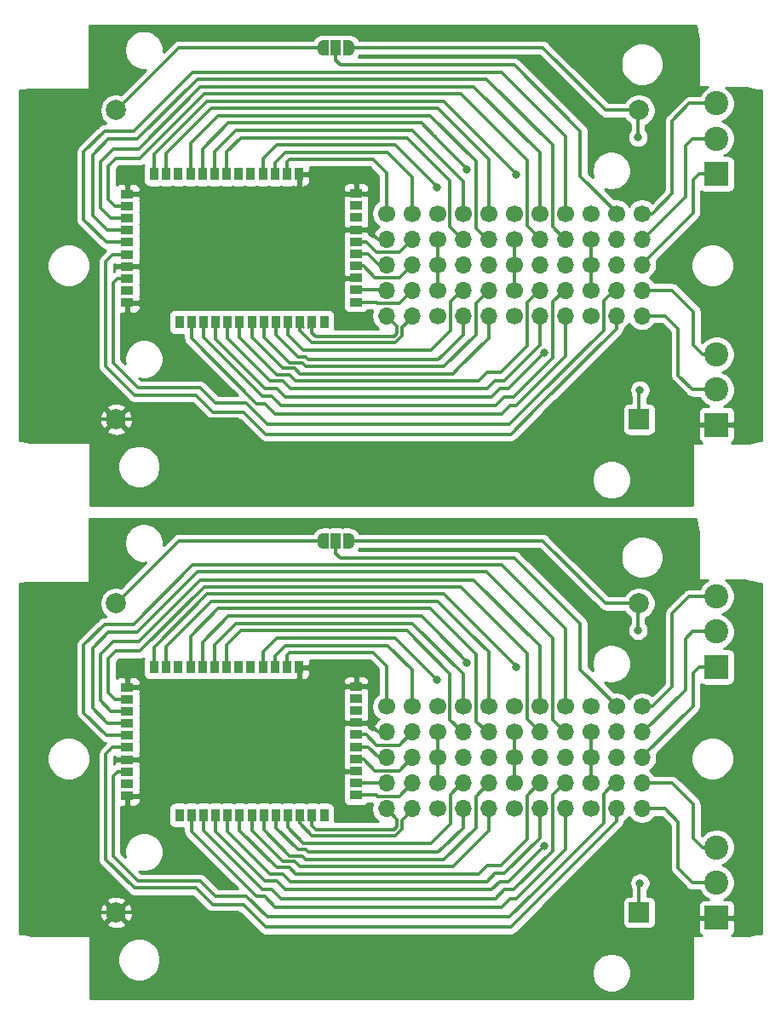
<source format=gbr>
G04 #@! TF.GenerationSoftware,KiCad,Pcbnew,5.1.5+dfsg1-2build2*
G04 #@! TF.CreationDate,2021-12-11T20:31:27-05:00*
G04 #@! TF.ProjectId,,58585858-5858-4585-9858-585858585858,rev?*
G04 #@! TF.SameCoordinates,Original*
G04 #@! TF.FileFunction,Copper,L2,Bot*
G04 #@! TF.FilePolarity,Positive*
%FSLAX46Y46*%
G04 Gerber Fmt 4.6, Leading zero omitted, Abs format (unit mm)*
G04 Created by KiCad (PCBNEW 5.1.5+dfsg1-2build2) date 2021-12-11 20:31:27*
%MOMM*%
%LPD*%
G04 APERTURE LIST*
%ADD10C,1.700000*%
%ADD11O,1.700000X1.700000*%
%ADD12R,0.900000X1.300000*%
%ADD13R,1.300000X0.900000*%
%ADD14R,2.400000X2.400000*%
%ADD15C,2.400000*%
%ADD16C,2.000000*%
%ADD17R,2.000000X2.000000*%
%ADD18C,0.100000*%
%ADD19R,1.000000X1.500000*%
%ADD20C,0.800000*%
%ADD21C,0.300000*%
%ADD22C,0.200000*%
%ADD23C,0.500000*%
%ADD24C,0.250000*%
%ADD25C,0.254000*%
G04 APERTURE END LIST*
D10*
X153935200Y-114408100D03*
D11*
X153935200Y-116948100D03*
X153935200Y-119488100D03*
X153935200Y-122028100D03*
X153935200Y-124568100D03*
D10*
X164095200Y-124568100D03*
X148855200Y-122028100D03*
X148855200Y-114408100D03*
D12*
X124387600Y-125179400D03*
X123187600Y-125179400D03*
D13*
X118017600Y-123269400D03*
X118017600Y-122069400D03*
X118017600Y-120869400D03*
X118017600Y-118469400D03*
D12*
X137587600Y-125179400D03*
X136387600Y-125179400D03*
X135187600Y-125179400D03*
X133987600Y-125179400D03*
X132787600Y-125179400D03*
X131587600Y-125179400D03*
X130387600Y-125179400D03*
D13*
X118017600Y-119669400D03*
D12*
X125587600Y-125179400D03*
X126787600Y-125179400D03*
X127987600Y-125179400D03*
X129187600Y-125179400D03*
D13*
X118017600Y-117269400D03*
X118017600Y-116069400D03*
X118017600Y-114869400D03*
X118017600Y-113669400D03*
X118017600Y-112469400D03*
D12*
X120687600Y-110489400D03*
X121887600Y-110489400D03*
X123087600Y-110489400D03*
X124287600Y-110489400D03*
X125487600Y-110489400D03*
X126687600Y-110489400D03*
X127887600Y-110489400D03*
X129087600Y-110489400D03*
X130287600Y-110489400D03*
X131487600Y-110489400D03*
X132687600Y-110489400D03*
X133887600Y-110489400D03*
X135087600Y-110489400D03*
D13*
X140757600Y-123209400D03*
X140757600Y-122009400D03*
X140757600Y-120809400D03*
X140757600Y-119609400D03*
X140757600Y-118409400D03*
X140757600Y-117209400D03*
X140757600Y-116009400D03*
X140757600Y-114809400D03*
X140757600Y-113609400D03*
X140757600Y-112409400D03*
D10*
X156475200Y-119488100D03*
D14*
X176590200Y-135398100D03*
D15*
X176590200Y-131898100D03*
X176590200Y-128398100D03*
D10*
X143775200Y-114408100D03*
D11*
X143775200Y-116948100D03*
X143775200Y-119488100D03*
X143775200Y-122028100D03*
X143775200Y-124568100D03*
D10*
X148855200Y-119488100D03*
D16*
X116910200Y-134863100D03*
D17*
X168900200Y-134863100D03*
D10*
X166635200Y-114408100D03*
D11*
X166635200Y-116948100D03*
X166635200Y-119488100D03*
X166635200Y-122028100D03*
X166635200Y-124568100D03*
D10*
X148855200Y-116948100D03*
X156475200Y-114408100D03*
X156475200Y-116948100D03*
X161555200Y-114408100D03*
D11*
X161555200Y-116948100D03*
X161555200Y-119488100D03*
X161555200Y-122028100D03*
X161555200Y-124568100D03*
D16*
X168890200Y-104148100D03*
X116900200Y-104148100D03*
D10*
X148855200Y-124568100D03*
X169175200Y-114408100D03*
D11*
X169175200Y-116948100D03*
X169175200Y-119488100D03*
X169175200Y-122028100D03*
X169175200Y-124568100D03*
D10*
X151395200Y-114408100D03*
D11*
X151395200Y-116948100D03*
X151395200Y-119488100D03*
X151395200Y-122028100D03*
X151395200Y-124568100D03*
D10*
X146315200Y-114408100D03*
D11*
X146315200Y-116948100D03*
X146315200Y-119488100D03*
X146315200Y-122028100D03*
X146315200Y-124568100D03*
G04 #@! TA.AperFunction,SMDPad,CuDef*
D18*
G36*
X138010200Y-98683100D02*
G01*
X137460200Y-98683100D01*
X137460200Y-98682498D01*
X137435666Y-98682498D01*
X137386835Y-98677688D01*
X137338710Y-98668116D01*
X137291755Y-98653872D01*
X137246422Y-98635095D01*
X137203149Y-98611964D01*
X137162350Y-98584704D01*
X137124421Y-98553576D01*
X137089724Y-98518879D01*
X137058596Y-98480950D01*
X137031336Y-98440151D01*
X137008205Y-98396878D01*
X136989428Y-98351545D01*
X136975184Y-98304590D01*
X136965612Y-98256465D01*
X136960802Y-98207634D01*
X136960802Y-98183100D01*
X136960200Y-98183100D01*
X136960200Y-97683100D01*
X136960802Y-97683100D01*
X136960802Y-97658566D01*
X136965612Y-97609735D01*
X136975184Y-97561610D01*
X136989428Y-97514655D01*
X137008205Y-97469322D01*
X137031336Y-97426049D01*
X137058596Y-97385250D01*
X137089724Y-97347321D01*
X137124421Y-97312624D01*
X137162350Y-97281496D01*
X137203149Y-97254236D01*
X137246422Y-97231105D01*
X137291755Y-97212328D01*
X137338710Y-97198084D01*
X137386835Y-97188512D01*
X137435666Y-97183702D01*
X137460200Y-97183702D01*
X137460200Y-97183100D01*
X138010200Y-97183100D01*
X138010200Y-98683100D01*
G37*
G04 #@! TD.AperFunction*
G04 #@! TA.AperFunction,SMDPad,CuDef*
G36*
X140060200Y-97183702D02*
G01*
X140084734Y-97183702D01*
X140133565Y-97188512D01*
X140181690Y-97198084D01*
X140228645Y-97212328D01*
X140273978Y-97231105D01*
X140317251Y-97254236D01*
X140358050Y-97281496D01*
X140395979Y-97312624D01*
X140430676Y-97347321D01*
X140461804Y-97385250D01*
X140489064Y-97426049D01*
X140512195Y-97469322D01*
X140530972Y-97514655D01*
X140545216Y-97561610D01*
X140554788Y-97609735D01*
X140559598Y-97658566D01*
X140559598Y-97683100D01*
X140560200Y-97683100D01*
X140560200Y-98183100D01*
X140559598Y-98183100D01*
X140559598Y-98207634D01*
X140554788Y-98256465D01*
X140545216Y-98304590D01*
X140530972Y-98351545D01*
X140512195Y-98396878D01*
X140489064Y-98440151D01*
X140461804Y-98480950D01*
X140430676Y-98518879D01*
X140395979Y-98553576D01*
X140358050Y-98584704D01*
X140317251Y-98611964D01*
X140273978Y-98635095D01*
X140228645Y-98653872D01*
X140181690Y-98668116D01*
X140133565Y-98677688D01*
X140084734Y-98682498D01*
X140060200Y-98682498D01*
X140060200Y-98683100D01*
X139510200Y-98683100D01*
X139510200Y-97183100D01*
X140060200Y-97183100D01*
X140060200Y-97183702D01*
G37*
G04 #@! TD.AperFunction*
D19*
X138760200Y-97933100D03*
D14*
X176590200Y-110463100D03*
D15*
X176590200Y-106963100D03*
X176590200Y-103463100D03*
D10*
X159015200Y-114408100D03*
D11*
X159015200Y-116948100D03*
X159015200Y-119488100D03*
X159015200Y-122028100D03*
X159015200Y-124568100D03*
D10*
X164095200Y-122028100D03*
X164095200Y-116948100D03*
X164095200Y-119488100D03*
X164095200Y-114408100D03*
X156475200Y-124568100D03*
X156475200Y-122028100D03*
X164095200Y-75568100D03*
X164095200Y-73028100D03*
X164095200Y-70488100D03*
X164095200Y-67948100D03*
X164095200Y-65408100D03*
X156475200Y-75568100D03*
X156475200Y-73028100D03*
X156475200Y-70488100D03*
X156475200Y-67948100D03*
X156475200Y-65408100D03*
X148855200Y-75568100D03*
X148855200Y-73028100D03*
X148855200Y-70488100D03*
X148855200Y-67948100D03*
X148855200Y-65408100D03*
D17*
X168900200Y-85863100D03*
D16*
X116910200Y-85863100D03*
D13*
X140757600Y-63409400D03*
X140757600Y-64609400D03*
X140757600Y-65809400D03*
X140757600Y-67009400D03*
X140757600Y-68209400D03*
X140757600Y-69409400D03*
X140757600Y-70609400D03*
X140757600Y-71809400D03*
X140757600Y-73009400D03*
X140757600Y-74209400D03*
D12*
X135087600Y-61489400D03*
X133887600Y-61489400D03*
X132687600Y-61489400D03*
X131487600Y-61489400D03*
X130287600Y-61489400D03*
X129087600Y-61489400D03*
X127887600Y-61489400D03*
X126687600Y-61489400D03*
X125487600Y-61489400D03*
X124287600Y-61489400D03*
X123087600Y-61489400D03*
X121887600Y-61489400D03*
X120687600Y-61489400D03*
D13*
X118017600Y-63469400D03*
X118017600Y-64669400D03*
X118017600Y-65869400D03*
X118017600Y-67069400D03*
X118017600Y-68269400D03*
D12*
X129187600Y-76179400D03*
X127987600Y-76179400D03*
X126787600Y-76179400D03*
X125587600Y-76179400D03*
D13*
X118017600Y-70669400D03*
D12*
X130387600Y-76179400D03*
X131587600Y-76179400D03*
X132787600Y-76179400D03*
X133987600Y-76179400D03*
X135187600Y-76179400D03*
X136387600Y-76179400D03*
X137587600Y-76179400D03*
D13*
X118017600Y-69469400D03*
X118017600Y-71869400D03*
X118017600Y-73069400D03*
X118017600Y-74269400D03*
D12*
X123187600Y-76179400D03*
X124387600Y-76179400D03*
D11*
X166635200Y-75568100D03*
X166635200Y-73028100D03*
X166635200Y-70488100D03*
X166635200Y-67948100D03*
D10*
X166635200Y-65408100D03*
D11*
X161555200Y-75568100D03*
X161555200Y-73028100D03*
X161555200Y-70488100D03*
X161555200Y-67948100D03*
D10*
X161555200Y-65408100D03*
D11*
X159015200Y-75568100D03*
X159015200Y-73028100D03*
X159015200Y-70488100D03*
X159015200Y-67948100D03*
D10*
X159015200Y-65408100D03*
D11*
X153935200Y-75568100D03*
X153935200Y-73028100D03*
X153935200Y-70488100D03*
X153935200Y-67948100D03*
D10*
X153935200Y-65408100D03*
D11*
X151395200Y-75568100D03*
X151395200Y-73028100D03*
X151395200Y-70488100D03*
X151395200Y-67948100D03*
D10*
X151395200Y-65408100D03*
D11*
X146315200Y-75568100D03*
X146315200Y-73028100D03*
X146315200Y-70488100D03*
X146315200Y-67948100D03*
D10*
X146315200Y-65408100D03*
D11*
X143775200Y-75568100D03*
X143775200Y-73028100D03*
X143775200Y-70488100D03*
X143775200Y-67948100D03*
D10*
X143775200Y-65408100D03*
D11*
X169175200Y-75568100D03*
X169175200Y-73028100D03*
X169175200Y-70488100D03*
X169175200Y-67948100D03*
D10*
X169175200Y-65408100D03*
D15*
X176590200Y-54463100D03*
X176590200Y-57963100D03*
D14*
X176590200Y-61463100D03*
D16*
X116900200Y-55148100D03*
X168890200Y-55148100D03*
D15*
X176590200Y-79398100D03*
X176590200Y-82898100D03*
D14*
X176590200Y-86398100D03*
D19*
X138760200Y-48933100D03*
G04 #@! TA.AperFunction,SMDPad,CuDef*
D18*
G36*
X140060200Y-48183702D02*
G01*
X140084734Y-48183702D01*
X140133565Y-48188512D01*
X140181690Y-48198084D01*
X140228645Y-48212328D01*
X140273978Y-48231105D01*
X140317251Y-48254236D01*
X140358050Y-48281496D01*
X140395979Y-48312624D01*
X140430676Y-48347321D01*
X140461804Y-48385250D01*
X140489064Y-48426049D01*
X140512195Y-48469322D01*
X140530972Y-48514655D01*
X140545216Y-48561610D01*
X140554788Y-48609735D01*
X140559598Y-48658566D01*
X140559598Y-48683100D01*
X140560200Y-48683100D01*
X140560200Y-49183100D01*
X140559598Y-49183100D01*
X140559598Y-49207634D01*
X140554788Y-49256465D01*
X140545216Y-49304590D01*
X140530972Y-49351545D01*
X140512195Y-49396878D01*
X140489064Y-49440151D01*
X140461804Y-49480950D01*
X140430676Y-49518879D01*
X140395979Y-49553576D01*
X140358050Y-49584704D01*
X140317251Y-49611964D01*
X140273978Y-49635095D01*
X140228645Y-49653872D01*
X140181690Y-49668116D01*
X140133565Y-49677688D01*
X140084734Y-49682498D01*
X140060200Y-49682498D01*
X140060200Y-49683100D01*
X139510200Y-49683100D01*
X139510200Y-48183100D01*
X140060200Y-48183100D01*
X140060200Y-48183702D01*
G37*
G04 #@! TD.AperFunction*
G04 #@! TA.AperFunction,SMDPad,CuDef*
G36*
X138010200Y-49683100D02*
G01*
X137460200Y-49683100D01*
X137460200Y-49682498D01*
X137435666Y-49682498D01*
X137386835Y-49677688D01*
X137338710Y-49668116D01*
X137291755Y-49653872D01*
X137246422Y-49635095D01*
X137203149Y-49611964D01*
X137162350Y-49584704D01*
X137124421Y-49553576D01*
X137089724Y-49518879D01*
X137058596Y-49480950D01*
X137031336Y-49440151D01*
X137008205Y-49396878D01*
X136989428Y-49351545D01*
X136975184Y-49304590D01*
X136965612Y-49256465D01*
X136960802Y-49207634D01*
X136960802Y-49183100D01*
X136960200Y-49183100D01*
X136960200Y-48683100D01*
X136960802Y-48683100D01*
X136960802Y-48658566D01*
X136965612Y-48609735D01*
X136975184Y-48561610D01*
X136989428Y-48514655D01*
X137008205Y-48469322D01*
X137031336Y-48426049D01*
X137058596Y-48385250D01*
X137089724Y-48347321D01*
X137124421Y-48312624D01*
X137162350Y-48281496D01*
X137203149Y-48254236D01*
X137246422Y-48231105D01*
X137291755Y-48212328D01*
X137338710Y-48198084D01*
X137386835Y-48188512D01*
X137435666Y-48183702D01*
X137460200Y-48183702D01*
X137460200Y-48183100D01*
X138010200Y-48183100D01*
X138010200Y-49683100D01*
G37*
G04 #@! TD.AperFunction*
D20*
X168973500Y-82943700D03*
X168795700Y-57835800D03*
X168973500Y-131943700D03*
X168795700Y-106835800D03*
X148831300Y-62776100D03*
X148831300Y-111776100D03*
X151765000Y-61023500D03*
X151765000Y-110023500D03*
X156692600Y-61506100D03*
X156692600Y-110506100D03*
X159435800Y-79273400D03*
X159435800Y-128273400D03*
X114084100Y-75501500D03*
X139242800Y-71780400D03*
X139242800Y-66967100D03*
X139268200Y-63385700D03*
X135077200Y-62979300D03*
X119761000Y-63474600D03*
X119595900Y-70688200D03*
X119494300Y-74244200D03*
X119761000Y-112474600D03*
X135077200Y-111979300D03*
X139242800Y-120780400D03*
X139242800Y-115967100D03*
X139268200Y-112385700D03*
X114084100Y-124501500D03*
X119494300Y-123244200D03*
X119595900Y-119688200D03*
D21*
X148855200Y-70488100D02*
X148855200Y-73028100D01*
X148855200Y-70488100D02*
X148855200Y-67948100D01*
X156475200Y-67948100D02*
X156475200Y-70488100D01*
X156475200Y-70488100D02*
X156475200Y-73028100D01*
X164095200Y-73028100D02*
X164095200Y-70488100D01*
X164095200Y-70488100D02*
X164095200Y-67948100D01*
X148855200Y-119488100D02*
X148855200Y-122028100D01*
X164095200Y-119488100D02*
X164095200Y-116948100D01*
X164095200Y-122028100D02*
X164095200Y-119488100D01*
X148855200Y-119488100D02*
X148855200Y-116948100D01*
X156475200Y-119488100D02*
X156475200Y-122028100D01*
X156475200Y-116948100D02*
X156475200Y-119488100D01*
X116900200Y-55148100D02*
X116936900Y-55148100D01*
X123151900Y-48933100D02*
X137460200Y-48933100D01*
X116936900Y-55148100D02*
X123151900Y-48933100D01*
X123151900Y-97933100D02*
X137460200Y-97933100D01*
X116936900Y-104148100D02*
X123151900Y-97933100D01*
X116900200Y-104148100D02*
X116936900Y-104148100D01*
X140060200Y-48933100D02*
X159321500Y-48933100D01*
X165536500Y-55148100D02*
X168890200Y-55148100D01*
X159321500Y-48933100D02*
X165536500Y-55148100D01*
X168900200Y-83017000D02*
X168973500Y-82943700D01*
X168900200Y-85863100D02*
X168900200Y-83017000D01*
X168795700Y-55242600D02*
X168890200Y-55148100D01*
X168795700Y-57835800D02*
X168795700Y-55242600D01*
X165536500Y-104148100D02*
X168890200Y-104148100D01*
X159321500Y-97933100D02*
X165536500Y-104148100D01*
X168900200Y-134863100D02*
X168900200Y-132017000D01*
X168795700Y-104242600D02*
X168890200Y-104148100D01*
X168795700Y-106835800D02*
X168795700Y-104242600D01*
X168900200Y-132017000D02*
X168973500Y-131943700D01*
X140060200Y-97933100D02*
X159321500Y-97933100D01*
D22*
X136387600Y-76379400D02*
X136012600Y-76754400D01*
X136387600Y-76179400D02*
X136387600Y-76379400D01*
D21*
X136387600Y-76179400D02*
X136387600Y-77256400D01*
X136387600Y-77256400D02*
X136740900Y-77609700D01*
X136740900Y-77609700D02*
X144526000Y-77609700D01*
X144526000Y-77609700D02*
X144843500Y-77292200D01*
X144843500Y-76636400D02*
X143775200Y-75568100D01*
X144843500Y-77292200D02*
X144843500Y-76636400D01*
D22*
X136387600Y-125379400D02*
X136012600Y-125754400D01*
D21*
X136387600Y-125179400D02*
X136387600Y-126256400D01*
X136387600Y-126256400D02*
X136740900Y-126609700D01*
X136740900Y-126609700D02*
X144526000Y-126609700D01*
X144526000Y-126609700D02*
X144843500Y-126292200D01*
X144843500Y-126292200D02*
X144843500Y-125636400D01*
D22*
X136387600Y-125179400D02*
X136387600Y-125379400D01*
D21*
X144843500Y-125636400D02*
X143775200Y-124568100D01*
D22*
X135187600Y-76379400D02*
X135562600Y-76754400D01*
X135187600Y-76179400D02*
X135187600Y-76379400D01*
D21*
X146315200Y-75726050D02*
X146315200Y-75568100D01*
X145364200Y-76677050D02*
X146315200Y-75726050D01*
X145364200Y-77533500D02*
X145364200Y-76677050D01*
X144691100Y-78206600D02*
X145364200Y-77533500D01*
X136385300Y-78206600D02*
X144691100Y-78206600D01*
X135187600Y-77008900D02*
X136385300Y-78206600D01*
X135187600Y-76179400D02*
X135187600Y-77008900D01*
D22*
X135187600Y-125379400D02*
X135562600Y-125754400D01*
X135187600Y-125179400D02*
X135187600Y-125379400D01*
D21*
X146315200Y-124726050D02*
X146315200Y-124568100D01*
X145364200Y-125677050D02*
X146315200Y-124726050D01*
X144691100Y-127206600D02*
X145364200Y-126533500D01*
X136385300Y-127206600D02*
X144691100Y-127206600D01*
X135187600Y-126008900D02*
X136385300Y-127206600D01*
X145364200Y-126533500D02*
X145364200Y-125677050D01*
X135187600Y-125179400D02*
X135187600Y-126008900D01*
X159015200Y-78500200D02*
X159015200Y-75568100D01*
X154597100Y-82003900D02*
X155511500Y-82003900D01*
X155511500Y-82003900D02*
X159015200Y-78500200D01*
X153784300Y-82816700D02*
X154597100Y-82003900D01*
X134251700Y-82816700D02*
X153784300Y-82816700D01*
X132194300Y-82042000D02*
X133477000Y-82042000D01*
X127987600Y-77835300D02*
X132194300Y-82042000D01*
X133477000Y-82042000D02*
X134251700Y-82816700D01*
X127987600Y-76179400D02*
X127987600Y-77835300D01*
X154597100Y-131003900D02*
X155511500Y-131003900D01*
X134251700Y-131816700D02*
X153784300Y-131816700D01*
X133477000Y-131042000D02*
X134251700Y-131816700D01*
X127987600Y-125179400D02*
X127987600Y-126835300D01*
X159015200Y-127500200D02*
X159015200Y-124568100D01*
X155511500Y-131003900D02*
X159015200Y-127500200D01*
X153784300Y-131816700D02*
X154597100Y-131003900D01*
X132194300Y-131042000D02*
X133477000Y-131042000D01*
X127987600Y-126835300D02*
X132194300Y-131042000D01*
X129187600Y-77727200D02*
X129187600Y-76179400D01*
X134112000Y-81407000D02*
X132867400Y-81407000D01*
X152958800Y-82067400D02*
X134772400Y-82067400D01*
X153835100Y-81191100D02*
X152958800Y-82067400D01*
X155155900Y-81191100D02*
X153835100Y-81191100D01*
X157746700Y-78600300D02*
X155155900Y-81191100D01*
X134772400Y-82067400D02*
X134112000Y-81407000D01*
X157746700Y-74269600D02*
X157746700Y-78600300D01*
X158988200Y-73028100D02*
X157746700Y-74269600D01*
X132867400Y-81407000D02*
X129187600Y-77727200D01*
X159015200Y-73028100D02*
X158988200Y-73028100D01*
X158988200Y-122028100D02*
X157746700Y-123269600D01*
X132867400Y-130407000D02*
X129187600Y-126727200D01*
X159015200Y-122028100D02*
X158988200Y-122028100D01*
X134112000Y-130407000D02*
X132867400Y-130407000D01*
X157746700Y-127600300D02*
X155155900Y-130191100D01*
X134772400Y-131067400D02*
X134112000Y-130407000D01*
X157746700Y-123269600D02*
X157746700Y-127600300D01*
X129187600Y-126727200D02*
X129187600Y-125179400D01*
X152958800Y-131067400D02*
X134772400Y-131067400D01*
X153835100Y-130191100D02*
X152958800Y-131067400D01*
X155155900Y-130191100D02*
X153835100Y-130191100D01*
X159015200Y-67948100D02*
X158892800Y-67948100D01*
X116154200Y-64033400D02*
X116790200Y-64669400D01*
X116154200Y-60655200D02*
X116154200Y-64033400D01*
X119278400Y-59905900D02*
X116903500Y-59905900D01*
X125653800Y-53530500D02*
X119278400Y-59905900D01*
X116790200Y-64669400D02*
X118017600Y-64669400D01*
X116903500Y-59905900D02*
X116154200Y-60655200D01*
X157734000Y-66636900D02*
X157734000Y-60121800D01*
X159015200Y-67918100D02*
X157734000Y-66636900D01*
X151142700Y-53530500D02*
X125653800Y-53530500D01*
X157734000Y-60121800D02*
X151142700Y-53530500D01*
X159015200Y-67948100D02*
X159015200Y-67918100D01*
X159015200Y-116948100D02*
X158892800Y-116948100D01*
X116154200Y-113033400D02*
X116790200Y-113669400D01*
X119278400Y-108905900D02*
X116903500Y-108905900D01*
X125653800Y-102530500D02*
X119278400Y-108905900D01*
X151142700Y-102530500D02*
X125653800Y-102530500D01*
X157734000Y-109121800D02*
X151142700Y-102530500D01*
X159015200Y-116948100D02*
X159015200Y-116918100D01*
X116154200Y-109655200D02*
X116154200Y-113033400D01*
X116903500Y-108905900D02*
X116154200Y-109655200D01*
X157734000Y-115636900D02*
X157734000Y-109121800D01*
X159015200Y-116918100D02*
X157734000Y-115636900D01*
X116790200Y-113669400D02*
X118017600Y-113669400D01*
X116402700Y-65869400D02*
X118017600Y-65869400D01*
X115341400Y-64808100D02*
X116402700Y-65869400D01*
X116611400Y-58966100D02*
X115341400Y-60236100D01*
X119138700Y-58966100D02*
X116611400Y-58966100D01*
X125298200Y-52806600D02*
X119138700Y-58966100D01*
X152463500Y-52806600D02*
X125298200Y-52806600D01*
X159015200Y-59358300D02*
X152463500Y-52806600D01*
X115341400Y-60236100D02*
X115341400Y-64808100D01*
X159015200Y-65408100D02*
X159015200Y-59358300D01*
X159015200Y-108358300D02*
X152463500Y-101806600D01*
X115341400Y-109236100D02*
X115341400Y-113808100D01*
X159015200Y-114408100D02*
X159015200Y-108358300D01*
X119138700Y-107966100D02*
X116611400Y-107966100D01*
X125298200Y-101806600D02*
X119138700Y-107966100D01*
X116402700Y-114869400D02*
X118017600Y-114869400D01*
X115341400Y-113808100D02*
X116402700Y-114869400D01*
X116611400Y-107966100D02*
X115341400Y-109236100D01*
X152463500Y-101806600D02*
X125298200Y-101806600D01*
X143756500Y-73009400D02*
X143775200Y-73028100D01*
X140757600Y-73009400D02*
X143756500Y-73009400D01*
X143756500Y-122009400D02*
X143775200Y-122028100D01*
X140757600Y-122009400D02*
X143756500Y-122009400D01*
X143775200Y-70488100D02*
X143043200Y-70488100D01*
X141964500Y-69409400D02*
X140757600Y-69409400D01*
X143043200Y-70488100D02*
X141964500Y-69409400D01*
X143775200Y-119488100D02*
X143043200Y-119488100D01*
X141964500Y-118409400D02*
X140757600Y-118409400D01*
X143043200Y-119488100D02*
X141964500Y-118409400D01*
X143775200Y-61352200D02*
X143775200Y-65408100D01*
X142430500Y-60007500D02*
X143775200Y-61352200D01*
X133887600Y-60308100D02*
X134188200Y-60007500D01*
X134188200Y-60007500D02*
X142430500Y-60007500D01*
X133887600Y-61489400D02*
X133887600Y-60308100D01*
X142430500Y-109007500D02*
X143775200Y-110352200D01*
X133887600Y-109308100D02*
X134188200Y-109007500D01*
X134188200Y-109007500D02*
X142430500Y-109007500D01*
X133887600Y-110489400D02*
X133887600Y-109308100D01*
X143775200Y-110352200D02*
X143775200Y-114408100D01*
X140757600Y-74209400D02*
X142776700Y-74209400D01*
X142776700Y-74209400D02*
X142875000Y-74307700D01*
X145035600Y-74307700D02*
X146315200Y-73028100D01*
X142875000Y-74307700D02*
X145035600Y-74307700D01*
X145035600Y-123307700D02*
X146315200Y-122028100D01*
X142875000Y-123307700D02*
X145035600Y-123307700D01*
X140757600Y-123209400D02*
X142776700Y-123209400D01*
X142776700Y-123209400D02*
X142875000Y-123307700D01*
D23*
X146315200Y-70488100D02*
X146315200Y-70331100D01*
D21*
X145035600Y-71767700D02*
X146315200Y-70488100D01*
X142633700Y-71767700D02*
X145035600Y-71767700D01*
X141475400Y-70609400D02*
X142633700Y-71767700D01*
X140757600Y-70609400D02*
X141475400Y-70609400D01*
X141475400Y-119609400D02*
X142633700Y-120767700D01*
X140757600Y-119609400D02*
X141475400Y-119609400D01*
D23*
X146315200Y-119488100D02*
X146315200Y-119331100D01*
D21*
X145035600Y-120767700D02*
X146315200Y-119488100D01*
X142633700Y-120767700D02*
X145035600Y-120767700D01*
X145035600Y-69227700D02*
X146315200Y-67948100D01*
X142798800Y-69227700D02*
X145035600Y-69227700D01*
X141780500Y-68209400D02*
X142798800Y-69227700D01*
X140757600Y-68209400D02*
X141780500Y-68209400D01*
X141780500Y-117209400D02*
X142798800Y-118227700D01*
X142798800Y-118227700D02*
X145035600Y-118227700D01*
X140757600Y-117209400D02*
X141780500Y-117209400D01*
X145035600Y-118227700D02*
X146315200Y-116948100D01*
X146315200Y-61771300D02*
X146315200Y-65408100D01*
X133731000Y-59347100D02*
X143891000Y-59347100D01*
X132687600Y-60390500D02*
X133731000Y-59347100D01*
X143891000Y-59347100D02*
X146315200Y-61771300D01*
X132687600Y-61489400D02*
X132687600Y-60390500D01*
X146315200Y-110771300D02*
X146315200Y-114408100D01*
X132687600Y-109390500D02*
X133731000Y-108347100D01*
X143891000Y-108347100D02*
X146315200Y-110771300D01*
X132687600Y-110489400D02*
X132687600Y-109390500D01*
X133731000Y-108347100D02*
X143891000Y-108347100D01*
X151395200Y-77458800D02*
X151395200Y-75568100D01*
X149352000Y-79451200D02*
X151395200Y-77458800D01*
X149225000Y-79629000D02*
X149352000Y-79451200D01*
X148920200Y-79883000D02*
X149352000Y-79451200D01*
X136042400Y-79883000D02*
X148920200Y-79883000D01*
X135788400Y-79629000D02*
X136042400Y-79883000D01*
X134962900Y-79629000D02*
X135788400Y-79629000D01*
X132787600Y-77453700D02*
X134962900Y-79629000D01*
X132787600Y-76179400D02*
X132787600Y-77453700D01*
X134962900Y-128629000D02*
X135788400Y-128629000D01*
X132787600Y-126453700D02*
X134962900Y-128629000D01*
X132787600Y-125179400D02*
X132787600Y-126453700D01*
X149352000Y-128451200D02*
X151395200Y-126458800D01*
X151395200Y-126458800D02*
X151395200Y-124568100D01*
X149225000Y-128629000D02*
X149352000Y-128451200D01*
X148920200Y-128883000D02*
X149352000Y-128451200D01*
X136042400Y-128883000D02*
X148920200Y-128883000D01*
X135788400Y-128629000D02*
X136042400Y-128883000D01*
X133987600Y-77421800D02*
X133987600Y-76179400D01*
X135547100Y-78981300D02*
X133987600Y-77421800D01*
X148209000Y-78981300D02*
X135547100Y-78981300D01*
X150126700Y-77063600D02*
X148209000Y-78981300D01*
X151241200Y-73028100D02*
X150126700Y-74142600D01*
X150126700Y-74142600D02*
X150126700Y-77063600D01*
X151395200Y-73028100D02*
X151241200Y-73028100D01*
X150126700Y-126063600D02*
X148209000Y-127981300D01*
X133987600Y-126421800D02*
X133987600Y-125179400D01*
X135547100Y-127981300D02*
X133987600Y-126421800D01*
X148209000Y-127981300D02*
X135547100Y-127981300D01*
X151241200Y-122028100D02*
X150126700Y-123142600D01*
X150126700Y-123142600D02*
X150126700Y-126063600D01*
X151395200Y-122028100D02*
X151241200Y-122028100D01*
X151395200Y-70488100D02*
X151395200Y-70407300D01*
X151395200Y-70488100D02*
X151395200Y-70432700D01*
X151395200Y-70488100D02*
X151395200Y-70458100D01*
D24*
X151395200Y-70488100D02*
X151395200Y-70242200D01*
X151395200Y-70488100D02*
X151387100Y-70488100D01*
D21*
X151395200Y-70488100D02*
X151395200Y-70420000D01*
X131487600Y-59926800D02*
X131487600Y-61489400D01*
X132842000Y-58572400D02*
X131487600Y-59926800D01*
X144665700Y-58572400D02*
X132842000Y-58572400D01*
X148831300Y-62738000D02*
X144665700Y-58572400D01*
X148831300Y-62776100D02*
X148831300Y-62738000D01*
X148831300Y-111738000D02*
X144665700Y-107572400D01*
X148831300Y-111776100D02*
X148831300Y-111738000D01*
X131487600Y-108926800D02*
X131487600Y-110489400D01*
X132842000Y-107572400D02*
X131487600Y-108926800D01*
X144665700Y-107572400D02*
X132842000Y-107572400D01*
X151395200Y-119488100D02*
X151395200Y-119407300D01*
X151395200Y-119488100D02*
X151395200Y-119432700D01*
X151395200Y-119488100D02*
X151395200Y-119458100D01*
D24*
X151395200Y-119488100D02*
X151387100Y-119488100D01*
D21*
X151395200Y-119488100D02*
X151395200Y-119420000D01*
D24*
X151395200Y-119488100D02*
X151395200Y-119242200D01*
D21*
X129286000Y-57873900D02*
X127887600Y-59272300D01*
X127887600Y-59272300D02*
X127887600Y-61489400D01*
X145846800Y-57873900D02*
X129286000Y-57873900D01*
X150101300Y-62128400D02*
X145846800Y-57873900D01*
X150101300Y-66687700D02*
X150101300Y-62128400D01*
X151361700Y-67948100D02*
X150101300Y-66687700D01*
X151395200Y-67948100D02*
X151361700Y-67948100D01*
X129286000Y-106873900D02*
X127887600Y-108272300D01*
X127887600Y-108272300D02*
X127887600Y-110489400D01*
X145846800Y-106873900D02*
X129286000Y-106873900D01*
X150101300Y-111128400D02*
X145846800Y-106873900D01*
X150101300Y-115687700D02*
X150101300Y-111128400D01*
X151361700Y-116948100D02*
X150101300Y-115687700D01*
X151395200Y-116948100D02*
X151361700Y-116948100D01*
X126687600Y-59253100D02*
X126687600Y-61489400D01*
X128803400Y-57137300D02*
X126687600Y-59253100D01*
X146342100Y-57137300D02*
X128803400Y-57137300D01*
X151395200Y-62190400D02*
X146342100Y-57137300D01*
X151395200Y-65408100D02*
X151395200Y-62190400D01*
X151395200Y-114408100D02*
X151395200Y-111190400D01*
X128803400Y-106137300D02*
X126687600Y-108253100D01*
X146342100Y-106137300D02*
X128803400Y-106137300D01*
X151395200Y-111190400D02*
X146342100Y-106137300D01*
X126687600Y-108253100D02*
X126687600Y-110489400D01*
X153935200Y-77776300D02*
X153935200Y-75568100D01*
X150939500Y-80772000D02*
X153935200Y-77776300D01*
X150837900Y-80873600D02*
X150939500Y-80772000D01*
X150393400Y-81318100D02*
X150939500Y-80772000D01*
X135153400Y-81318100D02*
X150393400Y-81318100D01*
X134632700Y-80797400D02*
X135153400Y-81318100D01*
X133477000Y-80797400D02*
X134632700Y-80797400D01*
X130387600Y-77708000D02*
X133477000Y-80797400D01*
X130387600Y-76179400D02*
X130387600Y-77708000D01*
X130387600Y-126708000D02*
X133477000Y-129797400D01*
X130387600Y-125179400D02*
X130387600Y-126708000D01*
X135153400Y-130318100D02*
X150393400Y-130318100D01*
X134632700Y-129797400D02*
X135153400Y-130318100D01*
X133477000Y-129797400D02*
X134632700Y-129797400D01*
X153935200Y-126776300D02*
X153935200Y-124568100D01*
X150939500Y-129772000D02*
X153935200Y-126776300D01*
X150837900Y-129873600D02*
X150939500Y-129772000D01*
X150393400Y-130318100D02*
X150939500Y-129772000D01*
X152654000Y-74309300D02*
X153935200Y-73028100D01*
X152654000Y-77470000D02*
X152654000Y-74309300D01*
X149491700Y-80632300D02*
X152654000Y-77470000D01*
X135801100Y-80632300D02*
X149491700Y-80632300D01*
X134150100Y-80251300D02*
X135420100Y-80251300D01*
X135420100Y-80251300D02*
X135801100Y-80632300D01*
X131587600Y-77688800D02*
X134150100Y-80251300D01*
X131587600Y-76179400D02*
X131587600Y-77688800D01*
X152654000Y-123309300D02*
X153935200Y-122028100D01*
X152654000Y-126470000D02*
X152654000Y-123309300D01*
X149491700Y-129632300D02*
X152654000Y-126470000D01*
X135420100Y-129251300D02*
X135801100Y-129632300D01*
X135801100Y-129632300D02*
X149491700Y-129632300D01*
X134150100Y-129251300D02*
X135420100Y-129251300D01*
X131587600Y-126688800D02*
X134150100Y-129251300D01*
X131587600Y-125179400D02*
X131587600Y-126688800D01*
X148590000Y-57746900D02*
X148640800Y-57785000D01*
X148590000Y-57785000D02*
X148590000Y-57746900D01*
X151765000Y-60960000D02*
X148590000Y-57785000D01*
X151765000Y-61023500D02*
X151765000Y-60960000D01*
X148551900Y-57708800D02*
X148590000Y-57746900D01*
X147243800Y-56400700D02*
X148551900Y-57708800D01*
X128092200Y-56400700D02*
X147243800Y-56400700D01*
X125487600Y-59005300D02*
X128092200Y-56400700D01*
X125487600Y-61489400D02*
X125487600Y-59005300D01*
X148590000Y-106785000D02*
X148590000Y-106746900D01*
X151765000Y-109960000D02*
X148590000Y-106785000D01*
X148590000Y-106746900D02*
X148640800Y-106785000D01*
X151765000Y-110023500D02*
X151765000Y-109960000D01*
X148551900Y-106708800D02*
X148590000Y-106746900D01*
X147243800Y-105400700D02*
X148551900Y-106708800D01*
X128092200Y-105400700D02*
X147243800Y-105400700D01*
X125487600Y-108005300D02*
X128092200Y-105400700D01*
X125487600Y-110489400D02*
X125487600Y-108005300D01*
X148145500Y-55664100D02*
X127025400Y-55664100D01*
X127025400Y-55664100D02*
X124287600Y-58401900D01*
X152692100Y-66865500D02*
X152692100Y-60210700D01*
X152692100Y-60210700D02*
X148145500Y-55664100D01*
X153774700Y-67948100D02*
X152692100Y-66865500D01*
X124287600Y-58401900D02*
X124287600Y-61489400D01*
X153935200Y-67948100D02*
X153774700Y-67948100D01*
X124287600Y-107401900D02*
X124287600Y-110489400D01*
X153935200Y-116948100D02*
X153774700Y-116948100D01*
X153774700Y-116948100D02*
X152692100Y-115865500D01*
X152692100Y-109210700D02*
X148145500Y-104664100D01*
X148145500Y-104664100D02*
X127025400Y-104664100D01*
X127025400Y-104664100D02*
X124287600Y-107401900D01*
X152692100Y-115865500D02*
X152692100Y-109210700D01*
X153935200Y-59980600D02*
X152031700Y-58077100D01*
X153935200Y-65408100D02*
X153935200Y-59980600D01*
X152311100Y-58356500D02*
X152031700Y-58077100D01*
X121887600Y-59443000D02*
X121887600Y-61489400D01*
X126377700Y-54952900D02*
X121887600Y-59443000D01*
X148907500Y-54952900D02*
X126377700Y-54952900D01*
X152031700Y-58077100D02*
X148907500Y-54952900D01*
X153935200Y-108980600D02*
X152031700Y-107077100D01*
X153935200Y-114408100D02*
X153935200Y-108980600D01*
X152311100Y-107356500D02*
X152031700Y-107077100D01*
X121887600Y-108443000D02*
X121887600Y-110489400D01*
X126377700Y-103952900D02*
X121887600Y-108443000D01*
X148907500Y-103952900D02*
X126377700Y-103952900D01*
X152031700Y-107077100D02*
X148907500Y-103952900D01*
X120687600Y-59500000D02*
X120687600Y-61489400D01*
X125958600Y-54229000D02*
X120687600Y-59500000D01*
X149491700Y-54229000D02*
X125958600Y-54229000D01*
X156692600Y-61429900D02*
X149491700Y-54229000D01*
X156692600Y-61506100D02*
X156692600Y-61429900D01*
X125958600Y-103229000D02*
X120687600Y-108500000D01*
X149491700Y-103229000D02*
X125958600Y-103229000D01*
X156692600Y-110429900D02*
X149491700Y-103229000D01*
X156692600Y-110506100D02*
X156692600Y-110429900D01*
X120687600Y-108500000D02*
X120687600Y-110489400D01*
X155917900Y-82791300D02*
X159435800Y-79273400D01*
X155041600Y-82791300D02*
X155917900Y-82791300D01*
X133705600Y-83616800D02*
X154216100Y-83616800D01*
X132854700Y-82765900D02*
X133705600Y-83616800D01*
X154216100Y-83616800D02*
X155041600Y-82791300D01*
X126787600Y-77841800D02*
X131711700Y-82765900D01*
X131711700Y-82765900D02*
X132854700Y-82765900D01*
X126787600Y-76179400D02*
X126787600Y-77841800D01*
X126787600Y-125179400D02*
X126787600Y-126841800D01*
X155041600Y-131791300D02*
X155917900Y-131791300D01*
X133705600Y-132616800D02*
X154216100Y-132616800D01*
X132854700Y-131765900D02*
X133705600Y-132616800D01*
X154216100Y-132616800D02*
X155041600Y-131791300D01*
X126787600Y-126841800D02*
X131711700Y-131765900D01*
X131711700Y-131765900D02*
X132854700Y-131765900D01*
X155917900Y-131791300D02*
X159435800Y-128273400D01*
X156425900Y-83616800D02*
X160299400Y-79743300D01*
X161464700Y-73028100D02*
X161555200Y-73028100D01*
X155498800Y-83616800D02*
X156425900Y-83616800D01*
X160299400Y-79743300D02*
X160299400Y-74193400D01*
X154635200Y-84480400D02*
X155498800Y-83616800D01*
X160299400Y-74193400D02*
X161464700Y-73028100D01*
X133286500Y-84480400D02*
X154635200Y-84480400D01*
X132346700Y-83540600D02*
X133286500Y-84480400D01*
X131419600Y-83540600D02*
X132346700Y-83540600D01*
X125587600Y-77708600D02*
X131419600Y-83540600D01*
X125587600Y-76179400D02*
X125587600Y-77708600D01*
X160299400Y-128743300D02*
X160299400Y-123193400D01*
X154635200Y-133480400D02*
X155498800Y-132616800D01*
X160299400Y-123193400D02*
X161464700Y-122028100D01*
X133286500Y-133480400D02*
X154635200Y-133480400D01*
X132346700Y-132540600D02*
X133286500Y-133480400D01*
X131419600Y-132540600D02*
X132346700Y-132540600D01*
X156425900Y-132616800D02*
X160299400Y-128743300D01*
X161464700Y-122028100D02*
X161555200Y-122028100D01*
X155498800Y-132616800D02*
X156425900Y-132616800D01*
X125587600Y-126708600D02*
X131419600Y-132540600D01*
X125587600Y-125179400D02*
X125587600Y-126708600D01*
X156667200Y-84467700D02*
X161555200Y-79579700D01*
X161555200Y-79579700D02*
X161555200Y-75568100D01*
X155270200Y-85318600D02*
X156121100Y-84467700D01*
X156121100Y-84467700D02*
X156667200Y-84467700D01*
X131686300Y-84289900D02*
X132715000Y-85318600D01*
X132715000Y-85318600D02*
X155270200Y-85318600D01*
X130873500Y-84289900D02*
X131686300Y-84289900D01*
X124387600Y-77804000D02*
X130873500Y-84289900D01*
X124387600Y-76179400D02*
X124387600Y-77804000D01*
X155270200Y-134318600D02*
X156121100Y-133467700D01*
X156121100Y-133467700D02*
X156667200Y-133467700D01*
X131686300Y-133289900D02*
X132715000Y-134318600D01*
X132715000Y-134318600D02*
X155270200Y-134318600D01*
X130873500Y-133289900D02*
X131686300Y-133289900D01*
X124387600Y-126804000D02*
X130873500Y-133289900D01*
X156667200Y-133467700D02*
X161555200Y-128579700D01*
X161555200Y-128579700D02*
X161555200Y-124568100D01*
X124387600Y-125179400D02*
X124387600Y-126804000D01*
X116040600Y-67069400D02*
X118017600Y-67069400D01*
X114554000Y-59626500D02*
X114554000Y-65582800D01*
X125006100Y-52031900D02*
X119011700Y-58026300D01*
X116154200Y-58026300D02*
X114554000Y-59626500D01*
X119011700Y-58026300D02*
X116154200Y-58026300D01*
X153733500Y-52031900D02*
X125006100Y-52031900D01*
X114554000Y-65582800D02*
X116040600Y-67069400D01*
X160274000Y-66700400D02*
X160274000Y-58572400D01*
X161521700Y-67948100D02*
X160274000Y-66700400D01*
X160274000Y-58572400D02*
X153733500Y-52031900D01*
X161555200Y-67948100D02*
X161521700Y-67948100D01*
X116040600Y-116069400D02*
X118017600Y-116069400D01*
X114554000Y-108626500D02*
X114554000Y-114582800D01*
X125006100Y-101031900D02*
X119011700Y-107026300D01*
X116154200Y-107026300D02*
X114554000Y-108626500D01*
X160274000Y-107572400D02*
X153733500Y-101031900D01*
X161555200Y-116948100D02*
X161521700Y-116948100D01*
X119011700Y-107026300D02*
X116154200Y-107026300D01*
X153733500Y-101031900D02*
X125006100Y-101031900D01*
X114554000Y-114582800D02*
X116040600Y-116069400D01*
X160274000Y-115700400D02*
X160274000Y-107572400D01*
X161521700Y-116948100D02*
X160274000Y-115700400D01*
X115957900Y-68269400D02*
X118017600Y-68269400D01*
X113703100Y-59283600D02*
X113703100Y-66014600D01*
X113703100Y-66014600D02*
X115957900Y-68269400D01*
X118630700Y-57226200D02*
X115760500Y-57226200D01*
X124498100Y-51358800D02*
X118630700Y-57226200D01*
X155219400Y-51358800D02*
X124498100Y-51358800D01*
X115760500Y-57226200D02*
X113703100Y-59283600D01*
X161555200Y-57694600D02*
X155219400Y-51358800D01*
X161555200Y-65408100D02*
X161555200Y-57694600D01*
X115957900Y-117269400D02*
X118017600Y-117269400D01*
X113703100Y-108283600D02*
X113703100Y-115014600D01*
X113703100Y-115014600D02*
X115957900Y-117269400D01*
X118630700Y-106226200D02*
X115760500Y-106226200D01*
X124498100Y-100358800D02*
X118630700Y-106226200D01*
X155219400Y-100358800D02*
X124498100Y-100358800D01*
X115760500Y-106226200D02*
X113703100Y-108283600D01*
X161555200Y-106694600D02*
X155219400Y-100358800D01*
X161555200Y-114408100D02*
X161555200Y-106694600D01*
X165354000Y-74066400D02*
X165354000Y-77000100D01*
X166392300Y-73028100D02*
X165354000Y-74066400D01*
X166635200Y-73028100D02*
X166392300Y-73028100D01*
X158540450Y-83813650D02*
X158051500Y-84302600D01*
X165354000Y-77000100D02*
X158540450Y-83813650D01*
X156032200Y-86321900D02*
X158540450Y-83813650D01*
X126784100Y-84264500D02*
X129857500Y-84264500D01*
X125260100Y-82740500D02*
X126784100Y-84264500D01*
X119062500Y-82740500D02*
X125260100Y-82740500D01*
X116598700Y-72313800D02*
X116598700Y-80276700D01*
X129857500Y-84264500D02*
X131914900Y-86321900D01*
X116598700Y-80276700D02*
X119062500Y-82740500D01*
X117043100Y-71869400D02*
X116598700Y-72313800D01*
X131914900Y-86321900D02*
X156032200Y-86321900D01*
X118017600Y-71869400D02*
X117043100Y-71869400D01*
X166392300Y-122028100D02*
X165354000Y-123066400D01*
X118017600Y-120869400D02*
X117043100Y-120869400D01*
X119062500Y-131740500D02*
X125260100Y-131740500D01*
X116598700Y-121313800D02*
X116598700Y-129276700D01*
X129857500Y-133264500D02*
X131914900Y-135321900D01*
X116598700Y-129276700D02*
X119062500Y-131740500D01*
X117043100Y-120869400D02*
X116598700Y-121313800D01*
X131914900Y-135321900D02*
X156032200Y-135321900D01*
X166635200Y-122028100D02*
X166392300Y-122028100D01*
X158540450Y-132813650D02*
X158051500Y-133302600D01*
X165354000Y-126000100D02*
X158540450Y-132813650D01*
X156032200Y-135321900D02*
X158540450Y-132813650D01*
X126784100Y-133264500D02*
X129857500Y-133264500D01*
X125260100Y-131740500D02*
X126784100Y-133264500D01*
X165354000Y-123066400D02*
X165354000Y-126000100D01*
X166635200Y-75568100D02*
X166635200Y-76836500D01*
X158730950Y-84740750D02*
X158559500Y-84912200D01*
X166635200Y-76836500D02*
X158730950Y-84740750D01*
X131775200Y-87337900D02*
X156133800Y-87337900D01*
X129565400Y-85128100D02*
X131775200Y-87337900D01*
X156133800Y-87337900D02*
X158730950Y-84740750D01*
X126530100Y-85128100D02*
X129565400Y-85128100D01*
X118706900Y-83439000D02*
X124841000Y-83439000D01*
X124841000Y-83439000D02*
X126530100Y-85128100D01*
X115900200Y-80632300D02*
X118706900Y-83439000D01*
X115900200Y-70142100D02*
X115900200Y-80632300D01*
X116572900Y-69469400D02*
X115900200Y-70142100D01*
X118017600Y-69469400D02*
X116572900Y-69469400D01*
X116572900Y-118469400D02*
X115900200Y-119142100D01*
X118017600Y-118469400D02*
X116572900Y-118469400D01*
X126530100Y-134128100D02*
X129565400Y-134128100D01*
X118706900Y-132439000D02*
X124841000Y-132439000D01*
X124841000Y-132439000D02*
X126530100Y-134128100D01*
X115900200Y-129632300D02*
X118706900Y-132439000D01*
X115900200Y-119142100D02*
X115900200Y-129632300D01*
X166635200Y-124568100D02*
X166635200Y-125836500D01*
X158730950Y-133740750D02*
X158559500Y-133912200D01*
X166635200Y-125836500D02*
X158730950Y-133740750D01*
X131775200Y-136337900D02*
X156133800Y-136337900D01*
X129565400Y-134128100D02*
X131775200Y-136337900D01*
X156133800Y-136337900D02*
X158730950Y-133740750D01*
X176590200Y-82898100D02*
X174185700Y-82898100D01*
X174185700Y-82898100D02*
X172770800Y-81483200D01*
X172770800Y-81483200D02*
X172770800Y-76860400D01*
X171478500Y-75568100D02*
X169175200Y-75568100D01*
X172770800Y-76860400D02*
X171478500Y-75568100D01*
X172770800Y-125860400D02*
X171478500Y-124568100D01*
X176590200Y-131898100D02*
X174185700Y-131898100D01*
X174185700Y-131898100D02*
X172770800Y-130483200D01*
X172770800Y-130483200D02*
X172770800Y-125860400D01*
X171478500Y-124568100D02*
X169175200Y-124568100D01*
X176590200Y-79398100D02*
X175232300Y-79398100D01*
X175232300Y-79398100D02*
X174307500Y-78473300D01*
X174307500Y-78473300D02*
X174307500Y-75133200D01*
X172202400Y-73028100D02*
X169175200Y-73028100D01*
X174307500Y-75133200D02*
X172202400Y-73028100D01*
X176590200Y-128398100D02*
X175232300Y-128398100D01*
X175232300Y-128398100D02*
X174307500Y-127473300D01*
X174307500Y-127473300D02*
X174307500Y-124133200D01*
X172202400Y-122028100D02*
X169175200Y-122028100D01*
X174307500Y-124133200D02*
X172202400Y-122028100D01*
X169175200Y-70488100D02*
X169175200Y-70410300D01*
X169175200Y-70410300D02*
X174244000Y-65341500D01*
X174244000Y-65341500D02*
X174244000Y-62064900D01*
X174845800Y-61463100D02*
X176590200Y-61463100D01*
X174244000Y-62064900D02*
X174845800Y-61463100D01*
X169175200Y-119488100D02*
X169175200Y-119410300D01*
X169175200Y-119410300D02*
X174244000Y-114341500D01*
X174244000Y-114341500D02*
X174244000Y-111064900D01*
X174845800Y-110463100D02*
X176590200Y-110463100D01*
X174244000Y-111064900D02*
X174845800Y-110463100D01*
X169175200Y-67948100D02*
X169300600Y-67948100D01*
X169300600Y-67948100D02*
X173494700Y-63754000D01*
X173494700Y-63754000D02*
X173494700Y-58686700D01*
X174218300Y-57963100D02*
X176590200Y-57963100D01*
X173494700Y-58686700D02*
X174218300Y-57963100D01*
X169300600Y-116948100D02*
X173494700Y-112754000D01*
X173494700Y-112754000D02*
X173494700Y-107686700D01*
X174218300Y-106963100D02*
X176590200Y-106963100D01*
X173494700Y-107686700D02*
X174218300Y-106963100D01*
X169175200Y-116948100D02*
X169300600Y-116948100D01*
X169175200Y-65408100D02*
X170189600Y-65408100D01*
X170189600Y-65408100D02*
X172186600Y-63411100D01*
X172186600Y-63411100D02*
X172186600Y-56172100D01*
X173895600Y-54463100D02*
X176590200Y-54463100D01*
X172186600Y-56172100D02*
X173895600Y-54463100D01*
X173895600Y-103463100D02*
X176590200Y-103463100D01*
X172186600Y-105172100D02*
X173895600Y-103463100D01*
X169175200Y-114408100D02*
X170189600Y-114408100D01*
X170189600Y-114408100D02*
X172186600Y-112411100D01*
X172186600Y-112411100D02*
X172186600Y-105172100D01*
X140757600Y-67009400D02*
X141977500Y-67009400D01*
X142916200Y-67948100D02*
X143775200Y-67948100D01*
X141977500Y-67009400D02*
X142916200Y-67948100D01*
X114084100Y-75501500D02*
X113728500Y-75501500D01*
X113728500Y-75501500D02*
X112699800Y-76530200D01*
X112699800Y-76530200D02*
X112699800Y-83870800D01*
X114692100Y-85863100D02*
X116910200Y-85863100D01*
X112699800Y-83870800D02*
X114692100Y-85863100D01*
X139271800Y-71809400D02*
X139242800Y-71780400D01*
X140757600Y-71809400D02*
X139271800Y-71809400D01*
X140715300Y-66967100D02*
X140757600Y-67009400D01*
X139242800Y-66967100D02*
X140715300Y-66967100D01*
X139291900Y-63409400D02*
X139268200Y-63385700D01*
X140757600Y-63409400D02*
X139291900Y-63409400D01*
X135087600Y-62968900D02*
X135077200Y-62979300D01*
X135087600Y-61489400D02*
X135087600Y-62968900D01*
X119755800Y-63469400D02*
X119761000Y-63474600D01*
X118017600Y-63469400D02*
X119755800Y-63469400D01*
X119577100Y-70669400D02*
X119595900Y-70688200D01*
X118017600Y-70669400D02*
X119577100Y-70669400D01*
X119469100Y-74269400D02*
X119494300Y-74244200D01*
X118017600Y-74269400D02*
X119469100Y-74269400D01*
X170205400Y-88595200D02*
X172427900Y-86372700D01*
X172427900Y-86372700D02*
X173863000Y-86372700D01*
X131699000Y-88595200D02*
X170205400Y-88595200D01*
X128966900Y-85863100D02*
X131699000Y-88595200D01*
X116910200Y-85863100D02*
X128966900Y-85863100D01*
X173863000Y-86372700D02*
X176590200Y-86398100D01*
X173494700Y-86398100D02*
X173863000Y-86372700D01*
X131699000Y-137595200D02*
X170205400Y-137595200D01*
X128966900Y-134863100D02*
X131699000Y-137595200D01*
X116910200Y-134863100D02*
X128966900Y-134863100D01*
X173863000Y-135372700D02*
X176590200Y-135398100D01*
X173494700Y-135398100D02*
X173863000Y-135372700D01*
X170205400Y-137595200D02*
X172427900Y-135372700D01*
X172427900Y-135372700D02*
X173863000Y-135372700D01*
X135087600Y-111968900D02*
X135077200Y-111979300D01*
X135087600Y-110489400D02*
X135087600Y-111968900D01*
X119755800Y-112469400D02*
X119761000Y-112474600D01*
X139291900Y-112409400D02*
X139268200Y-112385700D01*
X140757600Y-112409400D02*
X139291900Y-112409400D01*
X119469100Y-123269400D02*
X119494300Y-123244200D01*
X114084100Y-124501500D02*
X113728500Y-124501500D01*
X113728500Y-124501500D02*
X112699800Y-125530200D01*
X112699800Y-125530200D02*
X112699800Y-132870800D01*
X114692100Y-134863100D02*
X116910200Y-134863100D01*
X139271800Y-120809400D02*
X139242800Y-120780400D01*
X140757600Y-120809400D02*
X139271800Y-120809400D01*
X140715300Y-115967100D02*
X140757600Y-116009400D01*
X112699800Y-132870800D02*
X114692100Y-134863100D01*
X139242800Y-115967100D02*
X140715300Y-115967100D01*
X119577100Y-119669400D02*
X119595900Y-119688200D01*
X141977500Y-116009400D02*
X142916200Y-116948100D01*
X118017600Y-119669400D02*
X119577100Y-119669400D01*
X118017600Y-123269400D02*
X119469100Y-123269400D01*
X140757600Y-116009400D02*
X141977500Y-116009400D01*
X142916200Y-116948100D02*
X143775200Y-116948100D01*
X118017600Y-112469400D02*
X119755800Y-112469400D01*
X166635200Y-65408100D02*
X166635200Y-65276500D01*
X166635200Y-65276500D02*
X163055300Y-61696600D01*
X163055300Y-61696600D02*
X163055300Y-57188100D01*
X163055300Y-57188100D02*
X156514800Y-50647600D01*
X156514800Y-50647600D02*
X139192000Y-50647600D01*
X138760200Y-50215800D02*
X138760200Y-48933100D01*
X139192000Y-50647600D02*
X138760200Y-50215800D01*
X166635200Y-114408100D02*
X166635200Y-114276500D01*
X163055300Y-110696600D02*
X163055300Y-106188100D01*
X163055300Y-106188100D02*
X156514800Y-99647600D01*
X156514800Y-99647600D02*
X139192000Y-99647600D01*
X138760200Y-99215800D02*
X138760200Y-97933100D01*
X139192000Y-99647600D02*
X138760200Y-99215800D01*
X166635200Y-114276500D02*
X163055300Y-110696600D01*
D25*
G36*
X174602261Y-47131707D02*
G01*
X174618462Y-47233998D01*
X174828200Y-48107619D01*
X174828200Y-52717700D01*
X174830640Y-52742476D01*
X174837867Y-52766301D01*
X174849603Y-52788257D01*
X174865397Y-52807503D01*
X174884643Y-52823297D01*
X174906599Y-52835033D01*
X174930424Y-52842260D01*
X174954188Y-52844696D01*
X175700499Y-52850643D01*
X175420456Y-53037762D01*
X175164862Y-53293356D01*
X174964044Y-53593901D01*
X174929168Y-53678100D01*
X173934155Y-53678100D01*
X173895600Y-53674303D01*
X173857044Y-53678100D01*
X173857039Y-53678100D01*
X173816626Y-53682080D01*
X173741713Y-53689458D01*
X173593740Y-53734346D01*
X173457367Y-53807238D01*
X173397159Y-53856650D01*
X173367787Y-53880755D01*
X173367784Y-53880758D01*
X173337836Y-53905336D01*
X173313258Y-53935284D01*
X171658785Y-55589758D01*
X171628837Y-55614336D01*
X171604259Y-55644284D01*
X171604255Y-55644288D01*
X171587996Y-55664100D01*
X171530739Y-55733867D01*
X171495196Y-55800364D01*
X171457846Y-55870241D01*
X171412959Y-56018214D01*
X171397803Y-56172100D01*
X171401601Y-56210663D01*
X171401600Y-63085942D01*
X170177375Y-64310168D01*
X170121832Y-64254625D01*
X169878611Y-64092110D01*
X169608358Y-63980168D01*
X169321460Y-63923100D01*
X169028940Y-63923100D01*
X168742042Y-63980168D01*
X168471789Y-64092110D01*
X168228568Y-64254625D01*
X168021725Y-64461468D01*
X167905200Y-64635860D01*
X167788675Y-64461468D01*
X167581832Y-64254625D01*
X167338611Y-64092110D01*
X167068358Y-63980168D01*
X166781460Y-63923100D01*
X166488940Y-63923100D01*
X166408048Y-63939190D01*
X165443659Y-62974802D01*
X165559948Y-63022970D01*
X165937649Y-63098100D01*
X166322751Y-63098100D01*
X166700452Y-63022970D01*
X167056240Y-62875598D01*
X167376440Y-62661647D01*
X167648747Y-62389340D01*
X167862698Y-62069140D01*
X168010070Y-61713352D01*
X168085200Y-61335651D01*
X168085200Y-60950549D01*
X168010070Y-60572848D01*
X167862698Y-60217060D01*
X167648747Y-59896860D01*
X167376440Y-59624553D01*
X167056240Y-59410602D01*
X166700452Y-59263230D01*
X166322751Y-59188100D01*
X165937649Y-59188100D01*
X165559948Y-59263230D01*
X165204160Y-59410602D01*
X164883960Y-59624553D01*
X164611653Y-59896860D01*
X164397702Y-60217060D01*
X164250330Y-60572848D01*
X164175200Y-60950549D01*
X164175200Y-61335651D01*
X164250330Y-61713352D01*
X164298499Y-61829641D01*
X163840300Y-61371443D01*
X163840300Y-57226656D01*
X163844097Y-57188100D01*
X163840300Y-57149544D01*
X163840300Y-57149539D01*
X163835446Y-57100259D01*
X163828942Y-57034213D01*
X163784054Y-56886240D01*
X163758768Y-56838933D01*
X163711162Y-56749867D01*
X163613064Y-56630336D01*
X163583110Y-56605753D01*
X157097145Y-50119788D01*
X157072564Y-50089836D01*
X156953033Y-49991738D01*
X156816660Y-49918846D01*
X156668687Y-49873959D01*
X156553361Y-49862600D01*
X156553353Y-49862600D01*
X156514800Y-49858803D01*
X156476247Y-49862600D01*
X140970833Y-49862600D01*
X140977242Y-49854791D01*
X141031698Y-49773292D01*
X141061199Y-49718100D01*
X158996343Y-49718100D01*
X164954158Y-55675916D01*
X164978736Y-55705864D01*
X165008684Y-55730442D01*
X165008687Y-55730445D01*
X165012857Y-55733867D01*
X165098267Y-55803962D01*
X165234640Y-55876854D01*
X165348172Y-55911294D01*
X165382612Y-55921741D01*
X165396990Y-55923157D01*
X165497939Y-55933100D01*
X165497946Y-55933100D01*
X165536499Y-55936897D01*
X165575052Y-55933100D01*
X167448323Y-55933100D01*
X167620213Y-56190352D01*
X167847948Y-56418087D01*
X168010701Y-56526835D01*
X168010700Y-57157089D01*
X167991763Y-57176026D01*
X167878495Y-57345544D01*
X167800474Y-57533902D01*
X167760700Y-57733861D01*
X167760700Y-57937739D01*
X167800474Y-58137698D01*
X167878495Y-58326056D01*
X167991763Y-58495574D01*
X168135926Y-58639737D01*
X168305444Y-58753005D01*
X168493802Y-58831026D01*
X168693761Y-58870800D01*
X168897639Y-58870800D01*
X169097598Y-58831026D01*
X169285956Y-58753005D01*
X169455474Y-58639737D01*
X169599637Y-58495574D01*
X169712905Y-58326056D01*
X169790926Y-58137698D01*
X169830700Y-57937739D01*
X169830700Y-57733861D01*
X169790926Y-57533902D01*
X169712905Y-57345544D01*
X169599637Y-57176026D01*
X169580700Y-57157089D01*
X169580700Y-56631797D01*
X169664663Y-56597018D01*
X169932452Y-56418087D01*
X170160187Y-56190352D01*
X170339118Y-55922563D01*
X170462368Y-55625012D01*
X170525200Y-55309133D01*
X170525200Y-54987067D01*
X170462368Y-54671188D01*
X170339118Y-54373637D01*
X170160187Y-54105848D01*
X169932452Y-53878113D01*
X169664663Y-53699182D01*
X169367112Y-53575932D01*
X169051233Y-53513100D01*
X168729167Y-53513100D01*
X168413288Y-53575932D01*
X168115737Y-53699182D01*
X167847948Y-53878113D01*
X167620213Y-54105848D01*
X167448323Y-54363100D01*
X165861658Y-54363100D01*
X161851379Y-50352821D01*
X167045200Y-50352821D01*
X167045200Y-50773379D01*
X167127247Y-51185856D01*
X167288188Y-51574402D01*
X167521837Y-51924083D01*
X167819217Y-52221463D01*
X168168898Y-52455112D01*
X168557444Y-52616053D01*
X168969921Y-52698100D01*
X169390479Y-52698100D01*
X169802956Y-52616053D01*
X170191502Y-52455112D01*
X170541183Y-52221463D01*
X170838563Y-51924083D01*
X171072212Y-51574402D01*
X171233153Y-51185856D01*
X171315200Y-50773379D01*
X171315200Y-50352821D01*
X171233153Y-49940344D01*
X171072212Y-49551798D01*
X170838563Y-49202117D01*
X170541183Y-48904737D01*
X170191502Y-48671088D01*
X169802956Y-48510147D01*
X169390479Y-48428100D01*
X168969921Y-48428100D01*
X168557444Y-48510147D01*
X168168898Y-48671088D01*
X167819217Y-48904737D01*
X167521837Y-49202117D01*
X167288188Y-49551798D01*
X167127247Y-49940344D01*
X167045200Y-50352821D01*
X161851379Y-50352821D01*
X159903847Y-48405290D01*
X159879264Y-48375336D01*
X159759733Y-48277238D01*
X159623360Y-48204346D01*
X159475387Y-48159459D01*
X159360061Y-48148100D01*
X159360053Y-48148100D01*
X159321500Y-48144303D01*
X159282947Y-48148100D01*
X141061199Y-48148100D01*
X141031698Y-48092908D01*
X140977242Y-48011409D01*
X140897890Y-47914718D01*
X140828582Y-47845410D01*
X140731891Y-47766058D01*
X140650392Y-47711602D01*
X140540075Y-47652636D01*
X140449519Y-47615127D01*
X140329823Y-47578818D01*
X140233690Y-47559696D01*
X140109209Y-47547436D01*
X140084650Y-47547436D01*
X140060200Y-47545028D01*
X139510200Y-47545028D01*
X139385718Y-47557288D01*
X139385200Y-47557445D01*
X139384682Y-47557288D01*
X139260200Y-47545028D01*
X138260200Y-47545028D01*
X138135718Y-47557288D01*
X138135200Y-47557445D01*
X138134682Y-47557288D01*
X138010200Y-47545028D01*
X137460200Y-47545028D01*
X137435750Y-47547436D01*
X137411191Y-47547436D01*
X137286710Y-47559696D01*
X137190577Y-47578818D01*
X137070881Y-47615127D01*
X136980325Y-47652636D01*
X136870008Y-47711602D01*
X136788509Y-47766058D01*
X136691818Y-47845410D01*
X136622510Y-47914718D01*
X136543158Y-48011409D01*
X136488702Y-48092908D01*
X136459201Y-48148100D01*
X123190452Y-48148100D01*
X123151899Y-48144303D01*
X123113346Y-48148100D01*
X123113339Y-48148100D01*
X123012390Y-48158043D01*
X122998012Y-48159459D01*
X122963572Y-48169906D01*
X122850040Y-48204346D01*
X122713667Y-48277238D01*
X122693510Y-48293781D01*
X122624087Y-48350755D01*
X122624084Y-48350758D01*
X122594136Y-48375336D01*
X122569558Y-48405284D01*
X121599243Y-49375599D01*
X121605200Y-49345651D01*
X121605200Y-48960549D01*
X121530070Y-48582848D01*
X121382698Y-48227060D01*
X121168747Y-47906860D01*
X120896440Y-47634553D01*
X120576240Y-47420602D01*
X120220452Y-47273230D01*
X119842751Y-47198100D01*
X119457649Y-47198100D01*
X119079948Y-47273230D01*
X118724160Y-47420602D01*
X118403960Y-47634553D01*
X118131653Y-47906860D01*
X117917702Y-48227060D01*
X117770330Y-48582848D01*
X117695200Y-48960549D01*
X117695200Y-49345651D01*
X117770330Y-49723352D01*
X117917702Y-50079140D01*
X118131653Y-50399340D01*
X118403960Y-50671647D01*
X118724160Y-50885598D01*
X119079948Y-51032970D01*
X119457649Y-51108100D01*
X119842751Y-51108100D01*
X119872700Y-51102143D01*
X117392526Y-53582317D01*
X117377112Y-53575932D01*
X117061233Y-53513100D01*
X116739167Y-53513100D01*
X116423288Y-53575932D01*
X116125737Y-53699182D01*
X115857948Y-53878113D01*
X115630213Y-54105848D01*
X115451282Y-54373637D01*
X115328032Y-54671188D01*
X115265200Y-54987067D01*
X115265200Y-55309133D01*
X115328032Y-55625012D01*
X115451282Y-55922563D01*
X115630213Y-56190352D01*
X115857948Y-56418087D01*
X115892539Y-56441200D01*
X115799055Y-56441200D01*
X115760500Y-56437403D01*
X115721944Y-56441200D01*
X115721939Y-56441200D01*
X115681526Y-56445180D01*
X115606613Y-56452558D01*
X115458640Y-56497446D01*
X115322267Y-56570338D01*
X115289758Y-56597018D01*
X115232687Y-56643855D01*
X115232684Y-56643858D01*
X115202736Y-56668436D01*
X115178158Y-56698384D01*
X113175290Y-58701253D01*
X113145336Y-58725836D01*
X113047238Y-58845368D01*
X112974346Y-58981741D01*
X112929459Y-59129714D01*
X112918100Y-59245040D01*
X112918100Y-59245047D01*
X112914303Y-59283600D01*
X112918100Y-59322153D01*
X112918101Y-65976037D01*
X112914303Y-66014600D01*
X112929459Y-66168486D01*
X112974346Y-66316459D01*
X113005754Y-66375220D01*
X113047239Y-66452833D01*
X113081778Y-66494918D01*
X113120755Y-66542412D01*
X113120759Y-66542416D01*
X113145337Y-66572364D01*
X113175285Y-66596942D01*
X115375553Y-68797210D01*
X115400136Y-68827164D01*
X115519667Y-68925262D01*
X115649017Y-68994400D01*
X115656040Y-68998154D01*
X115804013Y-69043042D01*
X115878926Y-69050420D01*
X115881472Y-69050670D01*
X115372389Y-69559753D01*
X115342436Y-69584336D01*
X115244338Y-69703868D01*
X115171446Y-69840241D01*
X115126559Y-69988214D01*
X115115200Y-70103540D01*
X115115200Y-70103547D01*
X115111403Y-70142100D01*
X115115200Y-70180653D01*
X115115201Y-80593737D01*
X115111403Y-80632300D01*
X115126559Y-80786186D01*
X115171446Y-80934159D01*
X115205377Y-80997640D01*
X115244339Y-81070533D01*
X115280291Y-81114340D01*
X115317855Y-81160112D01*
X115317859Y-81160116D01*
X115342437Y-81190064D01*
X115372385Y-81214642D01*
X118124558Y-83966816D01*
X118149136Y-83996764D01*
X118179084Y-84021342D01*
X118179087Y-84021345D01*
X118188984Y-84029467D01*
X118268667Y-84094862D01*
X118387549Y-84158405D01*
X118405040Y-84167754D01*
X118553012Y-84212641D01*
X118556028Y-84212938D01*
X118668339Y-84224000D01*
X118668346Y-84224000D01*
X118706899Y-84227797D01*
X118745452Y-84224000D01*
X124515843Y-84224000D01*
X125947758Y-85655916D01*
X125972336Y-85685864D01*
X126002284Y-85710442D01*
X126002287Y-85710445D01*
X126031659Y-85734550D01*
X126091867Y-85783962D01*
X126228240Y-85856854D01*
X126376212Y-85901741D01*
X126390590Y-85903157D01*
X126491539Y-85913100D01*
X126491546Y-85913100D01*
X126530099Y-85916897D01*
X126568652Y-85913100D01*
X129240243Y-85913100D01*
X131192858Y-87865716D01*
X131217436Y-87895664D01*
X131247384Y-87920242D01*
X131247387Y-87920245D01*
X131276759Y-87944350D01*
X131336967Y-87993762D01*
X131463196Y-88061232D01*
X131473340Y-88066654D01*
X131621312Y-88111541D01*
X131635690Y-88112957D01*
X131736639Y-88122900D01*
X131736646Y-88122900D01*
X131775199Y-88126697D01*
X131813752Y-88122900D01*
X156095247Y-88122900D01*
X156133800Y-88126697D01*
X156172353Y-88122900D01*
X156172361Y-88122900D01*
X156287687Y-88111541D01*
X156435660Y-88066654D01*
X156572033Y-87993762D01*
X156691564Y-87895664D01*
X156716147Y-87865710D01*
X159718757Y-84863100D01*
X167262128Y-84863100D01*
X167262128Y-86863100D01*
X167274388Y-86987582D01*
X167310698Y-87107280D01*
X167369663Y-87217594D01*
X167449015Y-87314285D01*
X167545706Y-87393637D01*
X167656020Y-87452602D01*
X167775718Y-87488912D01*
X167900200Y-87501172D01*
X169900200Y-87501172D01*
X170024682Y-87488912D01*
X170144380Y-87452602D01*
X170254694Y-87393637D01*
X170351385Y-87314285D01*
X170430737Y-87217594D01*
X170489702Y-87107280D01*
X170526012Y-86987582D01*
X170538272Y-86863100D01*
X170538272Y-84863100D01*
X170526012Y-84738618D01*
X170489702Y-84618920D01*
X170430737Y-84508606D01*
X170351385Y-84411915D01*
X170254694Y-84332563D01*
X170144380Y-84273598D01*
X170024682Y-84237288D01*
X169900200Y-84225028D01*
X169685200Y-84225028D01*
X169685200Y-83695711D01*
X169777437Y-83603474D01*
X169890705Y-83433956D01*
X169968726Y-83245598D01*
X170008500Y-83045639D01*
X170008500Y-82841761D01*
X169968726Y-82641802D01*
X169890705Y-82453444D01*
X169777437Y-82283926D01*
X169633274Y-82139763D01*
X169463756Y-82026495D01*
X169275398Y-81948474D01*
X169075439Y-81908700D01*
X168871561Y-81908700D01*
X168671602Y-81948474D01*
X168483244Y-82026495D01*
X168313726Y-82139763D01*
X168169563Y-82283926D01*
X168056295Y-82453444D01*
X167978274Y-82641802D01*
X167938500Y-82841761D01*
X167938500Y-83045639D01*
X167978274Y-83245598D01*
X168056295Y-83433956D01*
X168115201Y-83522115D01*
X168115201Y-84225028D01*
X167900200Y-84225028D01*
X167775718Y-84237288D01*
X167656020Y-84273598D01*
X167545706Y-84332563D01*
X167449015Y-84411915D01*
X167369663Y-84508606D01*
X167310698Y-84618920D01*
X167274388Y-84738618D01*
X167262128Y-84863100D01*
X159718757Y-84863100D01*
X167163010Y-77418847D01*
X167192964Y-77394264D01*
X167291062Y-77274733D01*
X167363954Y-77138360D01*
X167369541Y-77119941D01*
X167408842Y-76990387D01*
X167418144Y-76895936D01*
X167420200Y-76875061D01*
X167420200Y-76875056D01*
X167423997Y-76836500D01*
X167423123Y-76827621D01*
X167581832Y-76721575D01*
X167788675Y-76514732D01*
X167905200Y-76340340D01*
X168021725Y-76514732D01*
X168228568Y-76721575D01*
X168471789Y-76884090D01*
X168742042Y-76996032D01*
X169028940Y-77053100D01*
X169321460Y-77053100D01*
X169608358Y-76996032D01*
X169878611Y-76884090D01*
X170121832Y-76721575D01*
X170328675Y-76514732D01*
X170436674Y-76353100D01*
X171153343Y-76353100D01*
X171985801Y-77185559D01*
X171985800Y-81444647D01*
X171982003Y-81483200D01*
X171985800Y-81521753D01*
X171985800Y-81521760D01*
X171997159Y-81637086D01*
X172042046Y-81785059D01*
X172114938Y-81921432D01*
X172213036Y-82040964D01*
X172242990Y-82065547D01*
X173603353Y-83425910D01*
X173627936Y-83455864D01*
X173747467Y-83553962D01*
X173849760Y-83608638D01*
X173883840Y-83626854D01*
X174031813Y-83671742D01*
X174106726Y-83679120D01*
X174147139Y-83683100D01*
X174147144Y-83683100D01*
X174185700Y-83686897D01*
X174224256Y-83683100D01*
X174929168Y-83683100D01*
X174964044Y-83767299D01*
X175164862Y-84067844D01*
X175420456Y-84323438D01*
X175721001Y-84524256D01*
X175810774Y-84561441D01*
X175390200Y-84560028D01*
X175265718Y-84572288D01*
X175146020Y-84608598D01*
X175035706Y-84667563D01*
X174939015Y-84746915D01*
X174859663Y-84843606D01*
X174800698Y-84953920D01*
X174764388Y-85073618D01*
X174752128Y-85198100D01*
X174755200Y-86112350D01*
X174913950Y-86271100D01*
X176463200Y-86271100D01*
X176463200Y-86251100D01*
X176717200Y-86251100D01*
X176717200Y-86271100D01*
X178266450Y-86271100D01*
X178425200Y-86112350D01*
X178428272Y-85198100D01*
X178416012Y-85073618D01*
X178379702Y-84953920D01*
X178320737Y-84843606D01*
X178241385Y-84746915D01*
X178144694Y-84667563D01*
X178034380Y-84608598D01*
X177914682Y-84572288D01*
X177790200Y-84560028D01*
X177369626Y-84561441D01*
X177459399Y-84524256D01*
X177759944Y-84323438D01*
X178015538Y-84067844D01*
X178216356Y-83767299D01*
X178354682Y-83433350D01*
X178425200Y-83078832D01*
X178425200Y-82717368D01*
X178354682Y-82362850D01*
X178216356Y-82028901D01*
X178015538Y-81728356D01*
X177759944Y-81472762D01*
X177459399Y-81271944D01*
X177160413Y-81148100D01*
X177459399Y-81024256D01*
X177759944Y-80823438D01*
X178015538Y-80567844D01*
X178216356Y-80267299D01*
X178354682Y-79933350D01*
X178425200Y-79578832D01*
X178425200Y-79217368D01*
X178354682Y-78862850D01*
X178216356Y-78528901D01*
X178015538Y-78228356D01*
X177759944Y-77972762D01*
X177459399Y-77771944D01*
X177125450Y-77633618D01*
X176770932Y-77563100D01*
X176409468Y-77563100D01*
X176054950Y-77633618D01*
X175721001Y-77771944D01*
X175420456Y-77972762D01*
X175168788Y-78224431D01*
X175092500Y-78148143D01*
X175092500Y-75171755D01*
X175096297Y-75133200D01*
X175092500Y-75094644D01*
X175092500Y-75094639D01*
X175086769Y-75036454D01*
X175081142Y-74979313D01*
X175036254Y-74831340D01*
X175006538Y-74775745D01*
X174963362Y-74694967D01*
X174894582Y-74611159D01*
X174889845Y-74605387D01*
X174889842Y-74605384D01*
X174865264Y-74575436D01*
X174835316Y-74550858D01*
X172784746Y-72500289D01*
X172760164Y-72470336D01*
X172640633Y-72372238D01*
X172504260Y-72299346D01*
X172356287Y-72254459D01*
X172240961Y-72243100D01*
X172240953Y-72243100D01*
X172202400Y-72239303D01*
X172163847Y-72243100D01*
X170436674Y-72243100D01*
X170328675Y-72081468D01*
X170121832Y-71874625D01*
X169947440Y-71758100D01*
X170121832Y-71641575D01*
X170328675Y-71434732D01*
X170491190Y-71191511D01*
X170603132Y-70921258D01*
X170660200Y-70634360D01*
X170660200Y-70352821D01*
X174045200Y-70352821D01*
X174045200Y-70773379D01*
X174127247Y-71185856D01*
X174288188Y-71574402D01*
X174521837Y-71924083D01*
X174819217Y-72221463D01*
X175168898Y-72455112D01*
X175557444Y-72616053D01*
X175969921Y-72698100D01*
X176390479Y-72698100D01*
X176802956Y-72616053D01*
X177191502Y-72455112D01*
X177541183Y-72221463D01*
X177838563Y-71924083D01*
X178072212Y-71574402D01*
X178233153Y-71185856D01*
X178315200Y-70773379D01*
X178315200Y-70352821D01*
X178233153Y-69940344D01*
X178072212Y-69551798D01*
X177838563Y-69202117D01*
X177541183Y-68904737D01*
X177191502Y-68671088D01*
X176802956Y-68510147D01*
X176390479Y-68428100D01*
X175969921Y-68428100D01*
X175557444Y-68510147D01*
X175168898Y-68671088D01*
X174819217Y-68904737D01*
X174521837Y-69202117D01*
X174288188Y-69551798D01*
X174127247Y-69940344D01*
X174045200Y-70352821D01*
X170660200Y-70352821D01*
X170660200Y-70341840D01*
X170609367Y-70086290D01*
X174771811Y-65923846D01*
X174801764Y-65899264D01*
X174899862Y-65779733D01*
X174972754Y-65643360D01*
X174995754Y-65567540D01*
X175017642Y-65495387D01*
X175027218Y-65398154D01*
X175029000Y-65380061D01*
X175029000Y-65380056D01*
X175032797Y-65341500D01*
X175029000Y-65302944D01*
X175029000Y-63188134D01*
X175035706Y-63193637D01*
X175146020Y-63252602D01*
X175265718Y-63288912D01*
X175390200Y-63301172D01*
X177790200Y-63301172D01*
X177914682Y-63288912D01*
X178034380Y-63252602D01*
X178144694Y-63193637D01*
X178241385Y-63114285D01*
X178320737Y-63017594D01*
X178379702Y-62907280D01*
X178416012Y-62787582D01*
X178428272Y-62663100D01*
X178428272Y-60263100D01*
X178416012Y-60138618D01*
X178379702Y-60018920D01*
X178320737Y-59908606D01*
X178241385Y-59811915D01*
X178144694Y-59732563D01*
X178034380Y-59673598D01*
X177914682Y-59637288D01*
X177790200Y-59625028D01*
X177373038Y-59625028D01*
X177459399Y-59589256D01*
X177759944Y-59388438D01*
X178015538Y-59132844D01*
X178216356Y-58832299D01*
X178354682Y-58498350D01*
X178425200Y-58143832D01*
X178425200Y-57782368D01*
X178354682Y-57427850D01*
X178216356Y-57093901D01*
X178015538Y-56793356D01*
X177759944Y-56537762D01*
X177459399Y-56336944D01*
X177160413Y-56213100D01*
X177459399Y-56089256D01*
X177759944Y-55888438D01*
X178015538Y-55632844D01*
X178216356Y-55332299D01*
X178354682Y-54998350D01*
X178425200Y-54643832D01*
X178425200Y-54282368D01*
X178354682Y-53927850D01*
X178216356Y-53593901D01*
X178015538Y-53293356D01*
X177759944Y-53037762D01*
X177501376Y-52864992D01*
X179499615Y-52880914D01*
X179517516Y-52886731D01*
X180509302Y-53124838D01*
X180611593Y-53141039D01*
X181020200Y-53173197D01*
X181020201Y-87953003D01*
X180611593Y-87985161D01*
X180509302Y-88001362D01*
X179781467Y-88176100D01*
X178055898Y-88176100D01*
X178144694Y-88128637D01*
X178241385Y-88049285D01*
X178320737Y-87952594D01*
X178379702Y-87842280D01*
X178416012Y-87722582D01*
X178428272Y-87598100D01*
X178425200Y-86683850D01*
X178266450Y-86525100D01*
X176717200Y-86525100D01*
X176717200Y-86545100D01*
X176463200Y-86545100D01*
X176463200Y-86525100D01*
X174913950Y-86525100D01*
X174755200Y-86683850D01*
X174752128Y-87598100D01*
X174764388Y-87722582D01*
X174800698Y-87842280D01*
X174859663Y-87952594D01*
X174939015Y-88049285D01*
X175035706Y-88128637D01*
X175124502Y-88176100D01*
X174320200Y-88176100D01*
X174295424Y-88178540D01*
X174271599Y-88185767D01*
X174249643Y-88197503D01*
X174230397Y-88213297D01*
X174214603Y-88232543D01*
X174202867Y-88254499D01*
X174195640Y-88278324D01*
X174193200Y-88303100D01*
X174193200Y-94403100D01*
X114350800Y-94403100D01*
X114350800Y-90352821D01*
X117045200Y-90352821D01*
X117045200Y-90773379D01*
X117127247Y-91185856D01*
X117288188Y-91574402D01*
X117521837Y-91924083D01*
X117819217Y-92221463D01*
X118168898Y-92455112D01*
X118557444Y-92616053D01*
X118969921Y-92698100D01*
X119390479Y-92698100D01*
X119802956Y-92616053D01*
X120191502Y-92455112D01*
X120541183Y-92221463D01*
X120838563Y-91924083D01*
X121011309Y-91665549D01*
X164195200Y-91665549D01*
X164195200Y-92050651D01*
X164270330Y-92428352D01*
X164417702Y-92784140D01*
X164631653Y-93104340D01*
X164903960Y-93376647D01*
X165224160Y-93590598D01*
X165579948Y-93737970D01*
X165957649Y-93813100D01*
X166342751Y-93813100D01*
X166720452Y-93737970D01*
X167076240Y-93590598D01*
X167396440Y-93376647D01*
X167668747Y-93104340D01*
X167882698Y-92784140D01*
X168030070Y-92428352D01*
X168105200Y-92050651D01*
X168105200Y-91665549D01*
X168030070Y-91287848D01*
X167882698Y-90932060D01*
X167668747Y-90611860D01*
X167396440Y-90339553D01*
X167076240Y-90125602D01*
X166720452Y-89978230D01*
X166342751Y-89903100D01*
X165957649Y-89903100D01*
X165579948Y-89978230D01*
X165224160Y-90125602D01*
X164903960Y-90339553D01*
X164631653Y-90611860D01*
X164417702Y-90932060D01*
X164270330Y-91287848D01*
X164195200Y-91665549D01*
X121011309Y-91665549D01*
X121072212Y-91574402D01*
X121233153Y-91185856D01*
X121315200Y-90773379D01*
X121315200Y-90352821D01*
X121233153Y-89940344D01*
X121072212Y-89551798D01*
X120838563Y-89202117D01*
X120541183Y-88904737D01*
X120191502Y-88671088D01*
X119802956Y-88510147D01*
X119390479Y-88428100D01*
X118969921Y-88428100D01*
X118557444Y-88510147D01*
X118168898Y-88671088D01*
X117819217Y-88904737D01*
X117521837Y-89202117D01*
X117288188Y-89551798D01*
X117127247Y-89940344D01*
X117045200Y-90352821D01*
X114350800Y-90352821D01*
X114350800Y-88277700D01*
X114348360Y-88252924D01*
X114341133Y-88229099D01*
X114329397Y-88207143D01*
X114313603Y-88187897D01*
X114294357Y-88172103D01*
X114272401Y-88160367D01*
X114248576Y-88153140D01*
X114223800Y-88150700D01*
X108473135Y-88150700D01*
X107851098Y-88001362D01*
X107748807Y-87985161D01*
X107340200Y-87953003D01*
X107340200Y-86998513D01*
X115954392Y-86998513D01*
X116050156Y-87262914D01*
X116339771Y-87403804D01*
X116651308Y-87485484D01*
X116972795Y-87504818D01*
X117291875Y-87461061D01*
X117596288Y-87355895D01*
X117770244Y-87262914D01*
X117866008Y-86998513D01*
X116910200Y-86042705D01*
X115954392Y-86998513D01*
X107340200Y-86998513D01*
X107340200Y-85925695D01*
X115268482Y-85925695D01*
X115312239Y-86244775D01*
X115417405Y-86549188D01*
X115510386Y-86723144D01*
X115774787Y-86818908D01*
X116730595Y-85863100D01*
X117089805Y-85863100D01*
X118045613Y-86818908D01*
X118310014Y-86723144D01*
X118450904Y-86433529D01*
X118532584Y-86121992D01*
X118551918Y-85800505D01*
X118508161Y-85481425D01*
X118402995Y-85177012D01*
X118310014Y-85003056D01*
X118045613Y-84907292D01*
X117089805Y-85863100D01*
X116730595Y-85863100D01*
X115774787Y-84907292D01*
X115510386Y-85003056D01*
X115369496Y-85292671D01*
X115287816Y-85604208D01*
X115268482Y-85925695D01*
X107340200Y-85925695D01*
X107340200Y-84727687D01*
X115954392Y-84727687D01*
X116910200Y-85683495D01*
X117866008Y-84727687D01*
X117770244Y-84463286D01*
X117480629Y-84322396D01*
X117169092Y-84240716D01*
X116847605Y-84221382D01*
X116528525Y-84265139D01*
X116224112Y-84370305D01*
X116050156Y-84463286D01*
X115954392Y-84727687D01*
X107340200Y-84727687D01*
X107340200Y-70352821D01*
X110045200Y-70352821D01*
X110045200Y-70773379D01*
X110127247Y-71185856D01*
X110288188Y-71574402D01*
X110521837Y-71924083D01*
X110819217Y-72221463D01*
X111168898Y-72455112D01*
X111557444Y-72616053D01*
X111969921Y-72698100D01*
X112390479Y-72698100D01*
X112802956Y-72616053D01*
X113191502Y-72455112D01*
X113541183Y-72221463D01*
X113838563Y-71924083D01*
X114072212Y-71574402D01*
X114233153Y-71185856D01*
X114315200Y-70773379D01*
X114315200Y-70352821D01*
X114233153Y-69940344D01*
X114072212Y-69551798D01*
X113838563Y-69202117D01*
X113541183Y-68904737D01*
X113191502Y-68671088D01*
X112802956Y-68510147D01*
X112390479Y-68428100D01*
X111969921Y-68428100D01*
X111557444Y-68510147D01*
X111168898Y-68671088D01*
X110819217Y-68904737D01*
X110521837Y-69202117D01*
X110288188Y-69551798D01*
X110127247Y-69940344D01*
X110045200Y-70352821D01*
X107340200Y-70352821D01*
X107340200Y-53173197D01*
X107748807Y-53141039D01*
X107851098Y-53124838D01*
X108050667Y-53076926D01*
X114147146Y-53098699D01*
X114171931Y-53096347D01*
X114195781Y-53089206D01*
X114217780Y-53077548D01*
X114237081Y-53061823D01*
X114252944Y-53042634D01*
X114264758Y-53020720D01*
X114272070Y-52996921D01*
X114274600Y-52971700D01*
X114274600Y-46723100D01*
X174570103Y-46723100D01*
X174602261Y-47131707D01*
G37*
X174602261Y-47131707D02*
X174618462Y-47233998D01*
X174828200Y-48107619D01*
X174828200Y-52717700D01*
X174830640Y-52742476D01*
X174837867Y-52766301D01*
X174849603Y-52788257D01*
X174865397Y-52807503D01*
X174884643Y-52823297D01*
X174906599Y-52835033D01*
X174930424Y-52842260D01*
X174954188Y-52844696D01*
X175700499Y-52850643D01*
X175420456Y-53037762D01*
X175164862Y-53293356D01*
X174964044Y-53593901D01*
X174929168Y-53678100D01*
X173934155Y-53678100D01*
X173895600Y-53674303D01*
X173857044Y-53678100D01*
X173857039Y-53678100D01*
X173816626Y-53682080D01*
X173741713Y-53689458D01*
X173593740Y-53734346D01*
X173457367Y-53807238D01*
X173397159Y-53856650D01*
X173367787Y-53880755D01*
X173367784Y-53880758D01*
X173337836Y-53905336D01*
X173313258Y-53935284D01*
X171658785Y-55589758D01*
X171628837Y-55614336D01*
X171604259Y-55644284D01*
X171604255Y-55644288D01*
X171587996Y-55664100D01*
X171530739Y-55733867D01*
X171495196Y-55800364D01*
X171457846Y-55870241D01*
X171412959Y-56018214D01*
X171397803Y-56172100D01*
X171401601Y-56210663D01*
X171401600Y-63085942D01*
X170177375Y-64310168D01*
X170121832Y-64254625D01*
X169878611Y-64092110D01*
X169608358Y-63980168D01*
X169321460Y-63923100D01*
X169028940Y-63923100D01*
X168742042Y-63980168D01*
X168471789Y-64092110D01*
X168228568Y-64254625D01*
X168021725Y-64461468D01*
X167905200Y-64635860D01*
X167788675Y-64461468D01*
X167581832Y-64254625D01*
X167338611Y-64092110D01*
X167068358Y-63980168D01*
X166781460Y-63923100D01*
X166488940Y-63923100D01*
X166408048Y-63939190D01*
X165443659Y-62974802D01*
X165559948Y-63022970D01*
X165937649Y-63098100D01*
X166322751Y-63098100D01*
X166700452Y-63022970D01*
X167056240Y-62875598D01*
X167376440Y-62661647D01*
X167648747Y-62389340D01*
X167862698Y-62069140D01*
X168010070Y-61713352D01*
X168085200Y-61335651D01*
X168085200Y-60950549D01*
X168010070Y-60572848D01*
X167862698Y-60217060D01*
X167648747Y-59896860D01*
X167376440Y-59624553D01*
X167056240Y-59410602D01*
X166700452Y-59263230D01*
X166322751Y-59188100D01*
X165937649Y-59188100D01*
X165559948Y-59263230D01*
X165204160Y-59410602D01*
X164883960Y-59624553D01*
X164611653Y-59896860D01*
X164397702Y-60217060D01*
X164250330Y-60572848D01*
X164175200Y-60950549D01*
X164175200Y-61335651D01*
X164250330Y-61713352D01*
X164298499Y-61829641D01*
X163840300Y-61371443D01*
X163840300Y-57226656D01*
X163844097Y-57188100D01*
X163840300Y-57149544D01*
X163840300Y-57149539D01*
X163835446Y-57100259D01*
X163828942Y-57034213D01*
X163784054Y-56886240D01*
X163758768Y-56838933D01*
X163711162Y-56749867D01*
X163613064Y-56630336D01*
X163583110Y-56605753D01*
X157097145Y-50119788D01*
X157072564Y-50089836D01*
X156953033Y-49991738D01*
X156816660Y-49918846D01*
X156668687Y-49873959D01*
X156553361Y-49862600D01*
X156553353Y-49862600D01*
X156514800Y-49858803D01*
X156476247Y-49862600D01*
X140970833Y-49862600D01*
X140977242Y-49854791D01*
X141031698Y-49773292D01*
X141061199Y-49718100D01*
X158996343Y-49718100D01*
X164954158Y-55675916D01*
X164978736Y-55705864D01*
X165008684Y-55730442D01*
X165008687Y-55730445D01*
X165012857Y-55733867D01*
X165098267Y-55803962D01*
X165234640Y-55876854D01*
X165348172Y-55911294D01*
X165382612Y-55921741D01*
X165396990Y-55923157D01*
X165497939Y-55933100D01*
X165497946Y-55933100D01*
X165536499Y-55936897D01*
X165575052Y-55933100D01*
X167448323Y-55933100D01*
X167620213Y-56190352D01*
X167847948Y-56418087D01*
X168010701Y-56526835D01*
X168010700Y-57157089D01*
X167991763Y-57176026D01*
X167878495Y-57345544D01*
X167800474Y-57533902D01*
X167760700Y-57733861D01*
X167760700Y-57937739D01*
X167800474Y-58137698D01*
X167878495Y-58326056D01*
X167991763Y-58495574D01*
X168135926Y-58639737D01*
X168305444Y-58753005D01*
X168493802Y-58831026D01*
X168693761Y-58870800D01*
X168897639Y-58870800D01*
X169097598Y-58831026D01*
X169285956Y-58753005D01*
X169455474Y-58639737D01*
X169599637Y-58495574D01*
X169712905Y-58326056D01*
X169790926Y-58137698D01*
X169830700Y-57937739D01*
X169830700Y-57733861D01*
X169790926Y-57533902D01*
X169712905Y-57345544D01*
X169599637Y-57176026D01*
X169580700Y-57157089D01*
X169580700Y-56631797D01*
X169664663Y-56597018D01*
X169932452Y-56418087D01*
X170160187Y-56190352D01*
X170339118Y-55922563D01*
X170462368Y-55625012D01*
X170525200Y-55309133D01*
X170525200Y-54987067D01*
X170462368Y-54671188D01*
X170339118Y-54373637D01*
X170160187Y-54105848D01*
X169932452Y-53878113D01*
X169664663Y-53699182D01*
X169367112Y-53575932D01*
X169051233Y-53513100D01*
X168729167Y-53513100D01*
X168413288Y-53575932D01*
X168115737Y-53699182D01*
X167847948Y-53878113D01*
X167620213Y-54105848D01*
X167448323Y-54363100D01*
X165861658Y-54363100D01*
X161851379Y-50352821D01*
X167045200Y-50352821D01*
X167045200Y-50773379D01*
X167127247Y-51185856D01*
X167288188Y-51574402D01*
X167521837Y-51924083D01*
X167819217Y-52221463D01*
X168168898Y-52455112D01*
X168557444Y-52616053D01*
X168969921Y-52698100D01*
X169390479Y-52698100D01*
X169802956Y-52616053D01*
X170191502Y-52455112D01*
X170541183Y-52221463D01*
X170838563Y-51924083D01*
X171072212Y-51574402D01*
X171233153Y-51185856D01*
X171315200Y-50773379D01*
X171315200Y-50352821D01*
X171233153Y-49940344D01*
X171072212Y-49551798D01*
X170838563Y-49202117D01*
X170541183Y-48904737D01*
X170191502Y-48671088D01*
X169802956Y-48510147D01*
X169390479Y-48428100D01*
X168969921Y-48428100D01*
X168557444Y-48510147D01*
X168168898Y-48671088D01*
X167819217Y-48904737D01*
X167521837Y-49202117D01*
X167288188Y-49551798D01*
X167127247Y-49940344D01*
X167045200Y-50352821D01*
X161851379Y-50352821D01*
X159903847Y-48405290D01*
X159879264Y-48375336D01*
X159759733Y-48277238D01*
X159623360Y-48204346D01*
X159475387Y-48159459D01*
X159360061Y-48148100D01*
X159360053Y-48148100D01*
X159321500Y-48144303D01*
X159282947Y-48148100D01*
X141061199Y-48148100D01*
X141031698Y-48092908D01*
X140977242Y-48011409D01*
X140897890Y-47914718D01*
X140828582Y-47845410D01*
X140731891Y-47766058D01*
X140650392Y-47711602D01*
X140540075Y-47652636D01*
X140449519Y-47615127D01*
X140329823Y-47578818D01*
X140233690Y-47559696D01*
X140109209Y-47547436D01*
X140084650Y-47547436D01*
X140060200Y-47545028D01*
X139510200Y-47545028D01*
X139385718Y-47557288D01*
X139385200Y-47557445D01*
X139384682Y-47557288D01*
X139260200Y-47545028D01*
X138260200Y-47545028D01*
X138135718Y-47557288D01*
X138135200Y-47557445D01*
X138134682Y-47557288D01*
X138010200Y-47545028D01*
X137460200Y-47545028D01*
X137435750Y-47547436D01*
X137411191Y-47547436D01*
X137286710Y-47559696D01*
X137190577Y-47578818D01*
X137070881Y-47615127D01*
X136980325Y-47652636D01*
X136870008Y-47711602D01*
X136788509Y-47766058D01*
X136691818Y-47845410D01*
X136622510Y-47914718D01*
X136543158Y-48011409D01*
X136488702Y-48092908D01*
X136459201Y-48148100D01*
X123190452Y-48148100D01*
X123151899Y-48144303D01*
X123113346Y-48148100D01*
X123113339Y-48148100D01*
X123012390Y-48158043D01*
X122998012Y-48159459D01*
X122963572Y-48169906D01*
X122850040Y-48204346D01*
X122713667Y-48277238D01*
X122693510Y-48293781D01*
X122624087Y-48350755D01*
X122624084Y-48350758D01*
X122594136Y-48375336D01*
X122569558Y-48405284D01*
X121599243Y-49375599D01*
X121605200Y-49345651D01*
X121605200Y-48960549D01*
X121530070Y-48582848D01*
X121382698Y-48227060D01*
X121168747Y-47906860D01*
X120896440Y-47634553D01*
X120576240Y-47420602D01*
X120220452Y-47273230D01*
X119842751Y-47198100D01*
X119457649Y-47198100D01*
X119079948Y-47273230D01*
X118724160Y-47420602D01*
X118403960Y-47634553D01*
X118131653Y-47906860D01*
X117917702Y-48227060D01*
X117770330Y-48582848D01*
X117695200Y-48960549D01*
X117695200Y-49345651D01*
X117770330Y-49723352D01*
X117917702Y-50079140D01*
X118131653Y-50399340D01*
X118403960Y-50671647D01*
X118724160Y-50885598D01*
X119079948Y-51032970D01*
X119457649Y-51108100D01*
X119842751Y-51108100D01*
X119872700Y-51102143D01*
X117392526Y-53582317D01*
X117377112Y-53575932D01*
X117061233Y-53513100D01*
X116739167Y-53513100D01*
X116423288Y-53575932D01*
X116125737Y-53699182D01*
X115857948Y-53878113D01*
X115630213Y-54105848D01*
X115451282Y-54373637D01*
X115328032Y-54671188D01*
X115265200Y-54987067D01*
X115265200Y-55309133D01*
X115328032Y-55625012D01*
X115451282Y-55922563D01*
X115630213Y-56190352D01*
X115857948Y-56418087D01*
X115892539Y-56441200D01*
X115799055Y-56441200D01*
X115760500Y-56437403D01*
X115721944Y-56441200D01*
X115721939Y-56441200D01*
X115681526Y-56445180D01*
X115606613Y-56452558D01*
X115458640Y-56497446D01*
X115322267Y-56570338D01*
X115289758Y-56597018D01*
X115232687Y-56643855D01*
X115232684Y-56643858D01*
X115202736Y-56668436D01*
X115178158Y-56698384D01*
X113175290Y-58701253D01*
X113145336Y-58725836D01*
X113047238Y-58845368D01*
X112974346Y-58981741D01*
X112929459Y-59129714D01*
X112918100Y-59245040D01*
X112918100Y-59245047D01*
X112914303Y-59283600D01*
X112918100Y-59322153D01*
X112918101Y-65976037D01*
X112914303Y-66014600D01*
X112929459Y-66168486D01*
X112974346Y-66316459D01*
X113005754Y-66375220D01*
X113047239Y-66452833D01*
X113081778Y-66494918D01*
X113120755Y-66542412D01*
X113120759Y-66542416D01*
X113145337Y-66572364D01*
X113175285Y-66596942D01*
X115375553Y-68797210D01*
X115400136Y-68827164D01*
X115519667Y-68925262D01*
X115649017Y-68994400D01*
X115656040Y-68998154D01*
X115804013Y-69043042D01*
X115878926Y-69050420D01*
X115881472Y-69050670D01*
X115372389Y-69559753D01*
X115342436Y-69584336D01*
X115244338Y-69703868D01*
X115171446Y-69840241D01*
X115126559Y-69988214D01*
X115115200Y-70103540D01*
X115115200Y-70103547D01*
X115111403Y-70142100D01*
X115115200Y-70180653D01*
X115115201Y-80593737D01*
X115111403Y-80632300D01*
X115126559Y-80786186D01*
X115171446Y-80934159D01*
X115205377Y-80997640D01*
X115244339Y-81070533D01*
X115280291Y-81114340D01*
X115317855Y-81160112D01*
X115317859Y-81160116D01*
X115342437Y-81190064D01*
X115372385Y-81214642D01*
X118124558Y-83966816D01*
X118149136Y-83996764D01*
X118179084Y-84021342D01*
X118179087Y-84021345D01*
X118188984Y-84029467D01*
X118268667Y-84094862D01*
X118387549Y-84158405D01*
X118405040Y-84167754D01*
X118553012Y-84212641D01*
X118556028Y-84212938D01*
X118668339Y-84224000D01*
X118668346Y-84224000D01*
X118706899Y-84227797D01*
X118745452Y-84224000D01*
X124515843Y-84224000D01*
X125947758Y-85655916D01*
X125972336Y-85685864D01*
X126002284Y-85710442D01*
X126002287Y-85710445D01*
X126031659Y-85734550D01*
X126091867Y-85783962D01*
X126228240Y-85856854D01*
X126376212Y-85901741D01*
X126390590Y-85903157D01*
X126491539Y-85913100D01*
X126491546Y-85913100D01*
X126530099Y-85916897D01*
X126568652Y-85913100D01*
X129240243Y-85913100D01*
X131192858Y-87865716D01*
X131217436Y-87895664D01*
X131247384Y-87920242D01*
X131247387Y-87920245D01*
X131276759Y-87944350D01*
X131336967Y-87993762D01*
X131463196Y-88061232D01*
X131473340Y-88066654D01*
X131621312Y-88111541D01*
X131635690Y-88112957D01*
X131736639Y-88122900D01*
X131736646Y-88122900D01*
X131775199Y-88126697D01*
X131813752Y-88122900D01*
X156095247Y-88122900D01*
X156133800Y-88126697D01*
X156172353Y-88122900D01*
X156172361Y-88122900D01*
X156287687Y-88111541D01*
X156435660Y-88066654D01*
X156572033Y-87993762D01*
X156691564Y-87895664D01*
X156716147Y-87865710D01*
X159718757Y-84863100D01*
X167262128Y-84863100D01*
X167262128Y-86863100D01*
X167274388Y-86987582D01*
X167310698Y-87107280D01*
X167369663Y-87217594D01*
X167449015Y-87314285D01*
X167545706Y-87393637D01*
X167656020Y-87452602D01*
X167775718Y-87488912D01*
X167900200Y-87501172D01*
X169900200Y-87501172D01*
X170024682Y-87488912D01*
X170144380Y-87452602D01*
X170254694Y-87393637D01*
X170351385Y-87314285D01*
X170430737Y-87217594D01*
X170489702Y-87107280D01*
X170526012Y-86987582D01*
X170538272Y-86863100D01*
X170538272Y-84863100D01*
X170526012Y-84738618D01*
X170489702Y-84618920D01*
X170430737Y-84508606D01*
X170351385Y-84411915D01*
X170254694Y-84332563D01*
X170144380Y-84273598D01*
X170024682Y-84237288D01*
X169900200Y-84225028D01*
X169685200Y-84225028D01*
X169685200Y-83695711D01*
X169777437Y-83603474D01*
X169890705Y-83433956D01*
X169968726Y-83245598D01*
X170008500Y-83045639D01*
X170008500Y-82841761D01*
X169968726Y-82641802D01*
X169890705Y-82453444D01*
X169777437Y-82283926D01*
X169633274Y-82139763D01*
X169463756Y-82026495D01*
X169275398Y-81948474D01*
X169075439Y-81908700D01*
X168871561Y-81908700D01*
X168671602Y-81948474D01*
X168483244Y-82026495D01*
X168313726Y-82139763D01*
X168169563Y-82283926D01*
X168056295Y-82453444D01*
X167978274Y-82641802D01*
X167938500Y-82841761D01*
X167938500Y-83045639D01*
X167978274Y-83245598D01*
X168056295Y-83433956D01*
X168115201Y-83522115D01*
X168115201Y-84225028D01*
X167900200Y-84225028D01*
X167775718Y-84237288D01*
X167656020Y-84273598D01*
X167545706Y-84332563D01*
X167449015Y-84411915D01*
X167369663Y-84508606D01*
X167310698Y-84618920D01*
X167274388Y-84738618D01*
X167262128Y-84863100D01*
X159718757Y-84863100D01*
X167163010Y-77418847D01*
X167192964Y-77394264D01*
X167291062Y-77274733D01*
X167363954Y-77138360D01*
X167369541Y-77119941D01*
X167408842Y-76990387D01*
X167418144Y-76895936D01*
X167420200Y-76875061D01*
X167420200Y-76875056D01*
X167423997Y-76836500D01*
X167423123Y-76827621D01*
X167581832Y-76721575D01*
X167788675Y-76514732D01*
X167905200Y-76340340D01*
X168021725Y-76514732D01*
X168228568Y-76721575D01*
X168471789Y-76884090D01*
X168742042Y-76996032D01*
X169028940Y-77053100D01*
X169321460Y-77053100D01*
X169608358Y-76996032D01*
X169878611Y-76884090D01*
X170121832Y-76721575D01*
X170328675Y-76514732D01*
X170436674Y-76353100D01*
X171153343Y-76353100D01*
X171985801Y-77185559D01*
X171985800Y-81444647D01*
X171982003Y-81483200D01*
X171985800Y-81521753D01*
X171985800Y-81521760D01*
X171997159Y-81637086D01*
X172042046Y-81785059D01*
X172114938Y-81921432D01*
X172213036Y-82040964D01*
X172242990Y-82065547D01*
X173603353Y-83425910D01*
X173627936Y-83455864D01*
X173747467Y-83553962D01*
X173849760Y-83608638D01*
X173883840Y-83626854D01*
X174031813Y-83671742D01*
X174106726Y-83679120D01*
X174147139Y-83683100D01*
X174147144Y-83683100D01*
X174185700Y-83686897D01*
X174224256Y-83683100D01*
X174929168Y-83683100D01*
X174964044Y-83767299D01*
X175164862Y-84067844D01*
X175420456Y-84323438D01*
X175721001Y-84524256D01*
X175810774Y-84561441D01*
X175390200Y-84560028D01*
X175265718Y-84572288D01*
X175146020Y-84608598D01*
X175035706Y-84667563D01*
X174939015Y-84746915D01*
X174859663Y-84843606D01*
X174800698Y-84953920D01*
X174764388Y-85073618D01*
X174752128Y-85198100D01*
X174755200Y-86112350D01*
X174913950Y-86271100D01*
X176463200Y-86271100D01*
X176463200Y-86251100D01*
X176717200Y-86251100D01*
X176717200Y-86271100D01*
X178266450Y-86271100D01*
X178425200Y-86112350D01*
X178428272Y-85198100D01*
X178416012Y-85073618D01*
X178379702Y-84953920D01*
X178320737Y-84843606D01*
X178241385Y-84746915D01*
X178144694Y-84667563D01*
X178034380Y-84608598D01*
X177914682Y-84572288D01*
X177790200Y-84560028D01*
X177369626Y-84561441D01*
X177459399Y-84524256D01*
X177759944Y-84323438D01*
X178015538Y-84067844D01*
X178216356Y-83767299D01*
X178354682Y-83433350D01*
X178425200Y-83078832D01*
X178425200Y-82717368D01*
X178354682Y-82362850D01*
X178216356Y-82028901D01*
X178015538Y-81728356D01*
X177759944Y-81472762D01*
X177459399Y-81271944D01*
X177160413Y-81148100D01*
X177459399Y-81024256D01*
X177759944Y-80823438D01*
X178015538Y-80567844D01*
X178216356Y-80267299D01*
X178354682Y-79933350D01*
X178425200Y-79578832D01*
X178425200Y-79217368D01*
X178354682Y-78862850D01*
X178216356Y-78528901D01*
X178015538Y-78228356D01*
X177759944Y-77972762D01*
X177459399Y-77771944D01*
X177125450Y-77633618D01*
X176770932Y-77563100D01*
X176409468Y-77563100D01*
X176054950Y-77633618D01*
X175721001Y-77771944D01*
X175420456Y-77972762D01*
X175168788Y-78224431D01*
X175092500Y-78148143D01*
X175092500Y-75171755D01*
X175096297Y-75133200D01*
X175092500Y-75094644D01*
X175092500Y-75094639D01*
X175086769Y-75036454D01*
X175081142Y-74979313D01*
X175036254Y-74831340D01*
X175006538Y-74775745D01*
X174963362Y-74694967D01*
X174894582Y-74611159D01*
X174889845Y-74605387D01*
X174889842Y-74605384D01*
X174865264Y-74575436D01*
X174835316Y-74550858D01*
X172784746Y-72500289D01*
X172760164Y-72470336D01*
X172640633Y-72372238D01*
X172504260Y-72299346D01*
X172356287Y-72254459D01*
X172240961Y-72243100D01*
X172240953Y-72243100D01*
X172202400Y-72239303D01*
X172163847Y-72243100D01*
X170436674Y-72243100D01*
X170328675Y-72081468D01*
X170121832Y-71874625D01*
X169947440Y-71758100D01*
X170121832Y-71641575D01*
X170328675Y-71434732D01*
X170491190Y-71191511D01*
X170603132Y-70921258D01*
X170660200Y-70634360D01*
X170660200Y-70352821D01*
X174045200Y-70352821D01*
X174045200Y-70773379D01*
X174127247Y-71185856D01*
X174288188Y-71574402D01*
X174521837Y-71924083D01*
X174819217Y-72221463D01*
X175168898Y-72455112D01*
X175557444Y-72616053D01*
X175969921Y-72698100D01*
X176390479Y-72698100D01*
X176802956Y-72616053D01*
X177191502Y-72455112D01*
X177541183Y-72221463D01*
X177838563Y-71924083D01*
X178072212Y-71574402D01*
X178233153Y-71185856D01*
X178315200Y-70773379D01*
X178315200Y-70352821D01*
X178233153Y-69940344D01*
X178072212Y-69551798D01*
X177838563Y-69202117D01*
X177541183Y-68904737D01*
X177191502Y-68671088D01*
X176802956Y-68510147D01*
X176390479Y-68428100D01*
X175969921Y-68428100D01*
X175557444Y-68510147D01*
X175168898Y-68671088D01*
X174819217Y-68904737D01*
X174521837Y-69202117D01*
X174288188Y-69551798D01*
X174127247Y-69940344D01*
X174045200Y-70352821D01*
X170660200Y-70352821D01*
X170660200Y-70341840D01*
X170609367Y-70086290D01*
X174771811Y-65923846D01*
X174801764Y-65899264D01*
X174899862Y-65779733D01*
X174972754Y-65643360D01*
X174995754Y-65567540D01*
X175017642Y-65495387D01*
X175027218Y-65398154D01*
X175029000Y-65380061D01*
X175029000Y-65380056D01*
X175032797Y-65341500D01*
X175029000Y-65302944D01*
X175029000Y-63188134D01*
X175035706Y-63193637D01*
X175146020Y-63252602D01*
X175265718Y-63288912D01*
X175390200Y-63301172D01*
X177790200Y-63301172D01*
X177914682Y-63288912D01*
X178034380Y-63252602D01*
X178144694Y-63193637D01*
X178241385Y-63114285D01*
X178320737Y-63017594D01*
X178379702Y-62907280D01*
X178416012Y-62787582D01*
X178428272Y-62663100D01*
X178428272Y-60263100D01*
X178416012Y-60138618D01*
X178379702Y-60018920D01*
X178320737Y-59908606D01*
X178241385Y-59811915D01*
X178144694Y-59732563D01*
X178034380Y-59673598D01*
X177914682Y-59637288D01*
X177790200Y-59625028D01*
X177373038Y-59625028D01*
X177459399Y-59589256D01*
X177759944Y-59388438D01*
X178015538Y-59132844D01*
X178216356Y-58832299D01*
X178354682Y-58498350D01*
X178425200Y-58143832D01*
X178425200Y-57782368D01*
X178354682Y-57427850D01*
X178216356Y-57093901D01*
X178015538Y-56793356D01*
X177759944Y-56537762D01*
X177459399Y-56336944D01*
X177160413Y-56213100D01*
X177459399Y-56089256D01*
X177759944Y-55888438D01*
X178015538Y-55632844D01*
X178216356Y-55332299D01*
X178354682Y-54998350D01*
X178425200Y-54643832D01*
X178425200Y-54282368D01*
X178354682Y-53927850D01*
X178216356Y-53593901D01*
X178015538Y-53293356D01*
X177759944Y-53037762D01*
X177501376Y-52864992D01*
X179499615Y-52880914D01*
X179517516Y-52886731D01*
X180509302Y-53124838D01*
X180611593Y-53141039D01*
X181020200Y-53173197D01*
X181020201Y-87953003D01*
X180611593Y-87985161D01*
X180509302Y-88001362D01*
X179781467Y-88176100D01*
X178055898Y-88176100D01*
X178144694Y-88128637D01*
X178241385Y-88049285D01*
X178320737Y-87952594D01*
X178379702Y-87842280D01*
X178416012Y-87722582D01*
X178428272Y-87598100D01*
X178425200Y-86683850D01*
X178266450Y-86525100D01*
X176717200Y-86525100D01*
X176717200Y-86545100D01*
X176463200Y-86545100D01*
X176463200Y-86525100D01*
X174913950Y-86525100D01*
X174755200Y-86683850D01*
X174752128Y-87598100D01*
X174764388Y-87722582D01*
X174800698Y-87842280D01*
X174859663Y-87952594D01*
X174939015Y-88049285D01*
X175035706Y-88128637D01*
X175124502Y-88176100D01*
X174320200Y-88176100D01*
X174295424Y-88178540D01*
X174271599Y-88185767D01*
X174249643Y-88197503D01*
X174230397Y-88213297D01*
X174214603Y-88232543D01*
X174202867Y-88254499D01*
X174195640Y-88278324D01*
X174193200Y-88303100D01*
X174193200Y-94403100D01*
X114350800Y-94403100D01*
X114350800Y-90352821D01*
X117045200Y-90352821D01*
X117045200Y-90773379D01*
X117127247Y-91185856D01*
X117288188Y-91574402D01*
X117521837Y-91924083D01*
X117819217Y-92221463D01*
X118168898Y-92455112D01*
X118557444Y-92616053D01*
X118969921Y-92698100D01*
X119390479Y-92698100D01*
X119802956Y-92616053D01*
X120191502Y-92455112D01*
X120541183Y-92221463D01*
X120838563Y-91924083D01*
X121011309Y-91665549D01*
X164195200Y-91665549D01*
X164195200Y-92050651D01*
X164270330Y-92428352D01*
X164417702Y-92784140D01*
X164631653Y-93104340D01*
X164903960Y-93376647D01*
X165224160Y-93590598D01*
X165579948Y-93737970D01*
X165957649Y-93813100D01*
X166342751Y-93813100D01*
X166720452Y-93737970D01*
X167076240Y-93590598D01*
X167396440Y-93376647D01*
X167668747Y-93104340D01*
X167882698Y-92784140D01*
X168030070Y-92428352D01*
X168105200Y-92050651D01*
X168105200Y-91665549D01*
X168030070Y-91287848D01*
X167882698Y-90932060D01*
X167668747Y-90611860D01*
X167396440Y-90339553D01*
X167076240Y-90125602D01*
X166720452Y-89978230D01*
X166342751Y-89903100D01*
X165957649Y-89903100D01*
X165579948Y-89978230D01*
X165224160Y-90125602D01*
X164903960Y-90339553D01*
X164631653Y-90611860D01*
X164417702Y-90932060D01*
X164270330Y-91287848D01*
X164195200Y-91665549D01*
X121011309Y-91665549D01*
X121072212Y-91574402D01*
X121233153Y-91185856D01*
X121315200Y-90773379D01*
X121315200Y-90352821D01*
X121233153Y-89940344D01*
X121072212Y-89551798D01*
X120838563Y-89202117D01*
X120541183Y-88904737D01*
X120191502Y-88671088D01*
X119802956Y-88510147D01*
X119390479Y-88428100D01*
X118969921Y-88428100D01*
X118557444Y-88510147D01*
X118168898Y-88671088D01*
X117819217Y-88904737D01*
X117521837Y-89202117D01*
X117288188Y-89551798D01*
X117127247Y-89940344D01*
X117045200Y-90352821D01*
X114350800Y-90352821D01*
X114350800Y-88277700D01*
X114348360Y-88252924D01*
X114341133Y-88229099D01*
X114329397Y-88207143D01*
X114313603Y-88187897D01*
X114294357Y-88172103D01*
X114272401Y-88160367D01*
X114248576Y-88153140D01*
X114223800Y-88150700D01*
X108473135Y-88150700D01*
X107851098Y-88001362D01*
X107748807Y-87985161D01*
X107340200Y-87953003D01*
X107340200Y-86998513D01*
X115954392Y-86998513D01*
X116050156Y-87262914D01*
X116339771Y-87403804D01*
X116651308Y-87485484D01*
X116972795Y-87504818D01*
X117291875Y-87461061D01*
X117596288Y-87355895D01*
X117770244Y-87262914D01*
X117866008Y-86998513D01*
X116910200Y-86042705D01*
X115954392Y-86998513D01*
X107340200Y-86998513D01*
X107340200Y-85925695D01*
X115268482Y-85925695D01*
X115312239Y-86244775D01*
X115417405Y-86549188D01*
X115510386Y-86723144D01*
X115774787Y-86818908D01*
X116730595Y-85863100D01*
X117089805Y-85863100D01*
X118045613Y-86818908D01*
X118310014Y-86723144D01*
X118450904Y-86433529D01*
X118532584Y-86121992D01*
X118551918Y-85800505D01*
X118508161Y-85481425D01*
X118402995Y-85177012D01*
X118310014Y-85003056D01*
X118045613Y-84907292D01*
X117089805Y-85863100D01*
X116730595Y-85863100D01*
X115774787Y-84907292D01*
X115510386Y-85003056D01*
X115369496Y-85292671D01*
X115287816Y-85604208D01*
X115268482Y-85925695D01*
X107340200Y-85925695D01*
X107340200Y-84727687D01*
X115954392Y-84727687D01*
X116910200Y-85683495D01*
X117866008Y-84727687D01*
X117770244Y-84463286D01*
X117480629Y-84322396D01*
X117169092Y-84240716D01*
X116847605Y-84221382D01*
X116528525Y-84265139D01*
X116224112Y-84370305D01*
X116050156Y-84463286D01*
X115954392Y-84727687D01*
X107340200Y-84727687D01*
X107340200Y-70352821D01*
X110045200Y-70352821D01*
X110045200Y-70773379D01*
X110127247Y-71185856D01*
X110288188Y-71574402D01*
X110521837Y-71924083D01*
X110819217Y-72221463D01*
X111168898Y-72455112D01*
X111557444Y-72616053D01*
X111969921Y-72698100D01*
X112390479Y-72698100D01*
X112802956Y-72616053D01*
X113191502Y-72455112D01*
X113541183Y-72221463D01*
X113838563Y-71924083D01*
X114072212Y-71574402D01*
X114233153Y-71185856D01*
X114315200Y-70773379D01*
X114315200Y-70352821D01*
X114233153Y-69940344D01*
X114072212Y-69551798D01*
X113838563Y-69202117D01*
X113541183Y-68904737D01*
X113191502Y-68671088D01*
X112802956Y-68510147D01*
X112390479Y-68428100D01*
X111969921Y-68428100D01*
X111557444Y-68510147D01*
X111168898Y-68671088D01*
X110819217Y-68904737D01*
X110521837Y-69202117D01*
X110288188Y-69551798D01*
X110127247Y-69940344D01*
X110045200Y-70352821D01*
X107340200Y-70352821D01*
X107340200Y-53173197D01*
X107748807Y-53141039D01*
X107851098Y-53124838D01*
X108050667Y-53076926D01*
X114147146Y-53098699D01*
X114171931Y-53096347D01*
X114195781Y-53089206D01*
X114217780Y-53077548D01*
X114237081Y-53061823D01*
X114252944Y-53042634D01*
X114264758Y-53020720D01*
X114272070Y-52996921D01*
X114274600Y-52971700D01*
X114274600Y-46723100D01*
X174570103Y-46723100D01*
X174602261Y-47131707D01*
G36*
X119611788Y-60714918D02*
G01*
X119599528Y-60839400D01*
X119599528Y-62139400D01*
X119611788Y-62263882D01*
X119648098Y-62383580D01*
X119707063Y-62493894D01*
X119786415Y-62590585D01*
X119883106Y-62669937D01*
X119993420Y-62728902D01*
X120113118Y-62765212D01*
X120237600Y-62777472D01*
X121137600Y-62777472D01*
X121262082Y-62765212D01*
X121287600Y-62757471D01*
X121313118Y-62765212D01*
X121437600Y-62777472D01*
X122337600Y-62777472D01*
X122462082Y-62765212D01*
X122487600Y-62757471D01*
X122513118Y-62765212D01*
X122637600Y-62777472D01*
X123537600Y-62777472D01*
X123662082Y-62765212D01*
X123687600Y-62757471D01*
X123713118Y-62765212D01*
X123837600Y-62777472D01*
X124737600Y-62777472D01*
X124862082Y-62765212D01*
X124887600Y-62757471D01*
X124913118Y-62765212D01*
X125037600Y-62777472D01*
X125937600Y-62777472D01*
X126062082Y-62765212D01*
X126087600Y-62757471D01*
X126113118Y-62765212D01*
X126237600Y-62777472D01*
X127137600Y-62777472D01*
X127262082Y-62765212D01*
X127287600Y-62757471D01*
X127313118Y-62765212D01*
X127437600Y-62777472D01*
X128337600Y-62777472D01*
X128462082Y-62765212D01*
X128487600Y-62757471D01*
X128513118Y-62765212D01*
X128637600Y-62777472D01*
X129537600Y-62777472D01*
X129662082Y-62765212D01*
X129687600Y-62757471D01*
X129713118Y-62765212D01*
X129837600Y-62777472D01*
X130737600Y-62777472D01*
X130862082Y-62765212D01*
X130887600Y-62757471D01*
X130913118Y-62765212D01*
X131037600Y-62777472D01*
X131937600Y-62777472D01*
X132062082Y-62765212D01*
X132087600Y-62757471D01*
X132113118Y-62765212D01*
X132237600Y-62777472D01*
X133137600Y-62777472D01*
X133262082Y-62765212D01*
X133287600Y-62757471D01*
X133313118Y-62765212D01*
X133437600Y-62777472D01*
X134337600Y-62777472D01*
X134462082Y-62765212D01*
X134487600Y-62757471D01*
X134513118Y-62765212D01*
X134637600Y-62777472D01*
X134801850Y-62774400D01*
X134960600Y-62615650D01*
X134960600Y-62273152D01*
X134963412Y-62263882D01*
X134975672Y-62139400D01*
X134975672Y-61616400D01*
X135214600Y-61616400D01*
X135214600Y-62615650D01*
X135373350Y-62774400D01*
X135537600Y-62777472D01*
X135662082Y-62765212D01*
X135781780Y-62728902D01*
X135892094Y-62669937D01*
X135988785Y-62590585D01*
X136068137Y-62493894D01*
X136127102Y-62383580D01*
X136163412Y-62263882D01*
X136175672Y-62139400D01*
X136172600Y-61775150D01*
X136013850Y-61616400D01*
X135214600Y-61616400D01*
X134975672Y-61616400D01*
X134975672Y-61342400D01*
X135214600Y-61342400D01*
X135214600Y-61362400D01*
X136013850Y-61362400D01*
X136172600Y-61203650D01*
X136175672Y-60839400D01*
X136171053Y-60792500D01*
X142105343Y-60792500D01*
X142990200Y-61677358D01*
X142990201Y-64146626D01*
X142828568Y-64254625D01*
X142621725Y-64461468D01*
X142459210Y-64704689D01*
X142347268Y-64974942D01*
X142290200Y-65261840D01*
X142290200Y-65554360D01*
X142347268Y-65841258D01*
X142459210Y-66111511D01*
X142621725Y-66354732D01*
X142828568Y-66561575D01*
X143010734Y-66683295D01*
X142893845Y-66752922D01*
X142677612Y-66947831D01*
X142503559Y-67181180D01*
X142378375Y-67444001D01*
X142333724Y-67591210D01*
X142402176Y-67720919D01*
X142362847Y-67681590D01*
X142338264Y-67651636D01*
X142218733Y-67553538D01*
X142082360Y-67480646D01*
X142044705Y-67469223D01*
X142045672Y-67459400D01*
X142042600Y-67295150D01*
X141883850Y-67136400D01*
X141541352Y-67136400D01*
X141532082Y-67133588D01*
X141407600Y-67121328D01*
X140107600Y-67121328D01*
X139983118Y-67133588D01*
X139973848Y-67136400D01*
X139631350Y-67136400D01*
X139472600Y-67295150D01*
X139469528Y-67459400D01*
X139481788Y-67583882D01*
X139489529Y-67609400D01*
X139481788Y-67634918D01*
X139469528Y-67759400D01*
X139469528Y-68659400D01*
X139481788Y-68783882D01*
X139489529Y-68809400D01*
X139481788Y-68834918D01*
X139469528Y-68959400D01*
X139469528Y-69859400D01*
X139481788Y-69983882D01*
X139489529Y-70009400D01*
X139481788Y-70034918D01*
X139469528Y-70159400D01*
X139469528Y-71059400D01*
X139481788Y-71183882D01*
X139489529Y-71209400D01*
X139481788Y-71234918D01*
X139469528Y-71359400D01*
X139472600Y-71523650D01*
X139631350Y-71682400D01*
X139973848Y-71682400D01*
X139983118Y-71685212D01*
X140107600Y-71697472D01*
X140904600Y-71697472D01*
X140904600Y-71921328D01*
X140107600Y-71921328D01*
X139983118Y-71933588D01*
X139973848Y-71936400D01*
X139631350Y-71936400D01*
X139472600Y-72095150D01*
X139469528Y-72259400D01*
X139481788Y-72383882D01*
X139489529Y-72409400D01*
X139481788Y-72434918D01*
X139469528Y-72559400D01*
X139469528Y-73459400D01*
X139481788Y-73583882D01*
X139489529Y-73609400D01*
X139481788Y-73634918D01*
X139469528Y-73759400D01*
X139469528Y-74659400D01*
X139481788Y-74783882D01*
X139518098Y-74903580D01*
X139577063Y-75013894D01*
X139656415Y-75110585D01*
X139753106Y-75189937D01*
X139863420Y-75248902D01*
X139983118Y-75285212D01*
X140107600Y-75297472D01*
X141407600Y-75297472D01*
X141532082Y-75285212D01*
X141651780Y-75248902D01*
X141762094Y-75189937D01*
X141858785Y-75110585D01*
X141938137Y-75013894D01*
X141948557Y-74994400D01*
X142405482Y-74994400D01*
X142347268Y-75134942D01*
X142290200Y-75421840D01*
X142290200Y-75714360D01*
X142347268Y-76001258D01*
X142459210Y-76271511D01*
X142621725Y-76514732D01*
X142828568Y-76721575D01*
X142982906Y-76824700D01*
X138675672Y-76824700D01*
X138675672Y-75529400D01*
X138663412Y-75404918D01*
X138627102Y-75285220D01*
X138568137Y-75174906D01*
X138488785Y-75078215D01*
X138392094Y-74998863D01*
X138281780Y-74939898D01*
X138162082Y-74903588D01*
X138037600Y-74891328D01*
X137137600Y-74891328D01*
X137013118Y-74903588D01*
X136987600Y-74911329D01*
X136962082Y-74903588D01*
X136837600Y-74891328D01*
X135937600Y-74891328D01*
X135813118Y-74903588D01*
X135787600Y-74911329D01*
X135762082Y-74903588D01*
X135637600Y-74891328D01*
X134737600Y-74891328D01*
X134613118Y-74903588D01*
X134587600Y-74911329D01*
X134562082Y-74903588D01*
X134437600Y-74891328D01*
X133537600Y-74891328D01*
X133413118Y-74903588D01*
X133387600Y-74911329D01*
X133362082Y-74903588D01*
X133237600Y-74891328D01*
X132337600Y-74891328D01*
X132213118Y-74903588D01*
X132187600Y-74911329D01*
X132162082Y-74903588D01*
X132037600Y-74891328D01*
X131137600Y-74891328D01*
X131013118Y-74903588D01*
X130987600Y-74911329D01*
X130962082Y-74903588D01*
X130837600Y-74891328D01*
X129937600Y-74891328D01*
X129813118Y-74903588D01*
X129787600Y-74911329D01*
X129762082Y-74903588D01*
X129637600Y-74891328D01*
X128737600Y-74891328D01*
X128613118Y-74903588D01*
X128587600Y-74911329D01*
X128562082Y-74903588D01*
X128437600Y-74891328D01*
X127537600Y-74891328D01*
X127413118Y-74903588D01*
X127387600Y-74911329D01*
X127362082Y-74903588D01*
X127237600Y-74891328D01*
X126337600Y-74891328D01*
X126213118Y-74903588D01*
X126187600Y-74911329D01*
X126162082Y-74903588D01*
X126037600Y-74891328D01*
X125137600Y-74891328D01*
X125013118Y-74903588D01*
X124987600Y-74911329D01*
X124962082Y-74903588D01*
X124837600Y-74891328D01*
X123937600Y-74891328D01*
X123813118Y-74903588D01*
X123787600Y-74911329D01*
X123762082Y-74903588D01*
X123637600Y-74891328D01*
X122737600Y-74891328D01*
X122613118Y-74903588D01*
X122493420Y-74939898D01*
X122383106Y-74998863D01*
X122286415Y-75078215D01*
X122207063Y-75174906D01*
X122148098Y-75285220D01*
X122111788Y-75404918D01*
X122099528Y-75529400D01*
X122099528Y-76829400D01*
X122111788Y-76953882D01*
X122148098Y-77073580D01*
X122207063Y-77183894D01*
X122286415Y-77280585D01*
X122383106Y-77359937D01*
X122493420Y-77418902D01*
X122613118Y-77455212D01*
X122737600Y-77467472D01*
X123602601Y-77467472D01*
X123602601Y-77765438D01*
X123598803Y-77804000D01*
X123613959Y-77957886D01*
X123658846Y-78105859D01*
X123690689Y-78165433D01*
X123731739Y-78242233D01*
X123762760Y-78280032D01*
X123805255Y-78331812D01*
X123805259Y-78331816D01*
X123829837Y-78361764D01*
X123859785Y-78386342D01*
X128952943Y-83479500D01*
X127109258Y-83479500D01*
X125842447Y-82212690D01*
X125817864Y-82182736D01*
X125698333Y-82084638D01*
X125561960Y-82011746D01*
X125413987Y-81966859D01*
X125298661Y-81955500D01*
X125298653Y-81955500D01*
X125260100Y-81951703D01*
X125221547Y-81955500D01*
X119387658Y-81955500D01*
X119200037Y-81767879D01*
X119477649Y-81823100D01*
X119862751Y-81823100D01*
X120240452Y-81747970D01*
X120596240Y-81600598D01*
X120916440Y-81386647D01*
X121188747Y-81114340D01*
X121402698Y-80794140D01*
X121550070Y-80438352D01*
X121625200Y-80060651D01*
X121625200Y-79675549D01*
X121550070Y-79297848D01*
X121402698Y-78942060D01*
X121188747Y-78621860D01*
X120916440Y-78349553D01*
X120596240Y-78135602D01*
X120240452Y-77988230D01*
X119862751Y-77913100D01*
X119477649Y-77913100D01*
X119099948Y-77988230D01*
X118744160Y-78135602D01*
X118423960Y-78349553D01*
X118151653Y-78621860D01*
X117937702Y-78942060D01*
X117790330Y-79297848D01*
X117715200Y-79675549D01*
X117715200Y-80060651D01*
X117770421Y-80338264D01*
X117383700Y-79951543D01*
X117383700Y-75357336D01*
X117731850Y-75354400D01*
X117890600Y-75195650D01*
X117890600Y-74396400D01*
X118144600Y-74396400D01*
X118144600Y-75195650D01*
X118303350Y-75354400D01*
X118667600Y-75357472D01*
X118792082Y-75345212D01*
X118911780Y-75308902D01*
X119022094Y-75249937D01*
X119118785Y-75170585D01*
X119198137Y-75073894D01*
X119257102Y-74963580D01*
X119293412Y-74843882D01*
X119305672Y-74719400D01*
X119302600Y-74555150D01*
X119143850Y-74396400D01*
X118144600Y-74396400D01*
X117890600Y-74396400D01*
X117870600Y-74396400D01*
X117870600Y-74157472D01*
X118667600Y-74157472D01*
X118792082Y-74145212D01*
X118801352Y-74142400D01*
X119143850Y-74142400D01*
X119302600Y-73983650D01*
X119305672Y-73819400D01*
X119293412Y-73694918D01*
X119285671Y-73669400D01*
X119293412Y-73643882D01*
X119305672Y-73519400D01*
X119305672Y-72619400D01*
X119293412Y-72494918D01*
X119285671Y-72469400D01*
X119293412Y-72443882D01*
X119305672Y-72319400D01*
X119305672Y-71419400D01*
X119293412Y-71294918D01*
X119285671Y-71269400D01*
X119293412Y-71243882D01*
X119305672Y-71119400D01*
X119302600Y-70955150D01*
X119143850Y-70796400D01*
X118801352Y-70796400D01*
X118792082Y-70793588D01*
X118667600Y-70781328D01*
X117367600Y-70781328D01*
X117243118Y-70793588D01*
X117233848Y-70796400D01*
X116891350Y-70796400D01*
X116732600Y-70955150D01*
X116729528Y-71119400D01*
X116732102Y-71145531D01*
X116685200Y-71170600D01*
X116685200Y-70467257D01*
X116750704Y-70401754D01*
X116891350Y-70542400D01*
X117233848Y-70542400D01*
X117243118Y-70545212D01*
X117367600Y-70557472D01*
X118667600Y-70557472D01*
X118792082Y-70545212D01*
X118801352Y-70542400D01*
X119143850Y-70542400D01*
X119302600Y-70383650D01*
X119305672Y-70219400D01*
X119293412Y-70094918D01*
X119285671Y-70069400D01*
X119293412Y-70043882D01*
X119305672Y-69919400D01*
X119305672Y-69019400D01*
X119293412Y-68894918D01*
X119285671Y-68869400D01*
X119293412Y-68843882D01*
X119305672Y-68719400D01*
X119305672Y-67819400D01*
X119293412Y-67694918D01*
X119285671Y-67669400D01*
X119293412Y-67643882D01*
X119305672Y-67519400D01*
X119305672Y-66619400D01*
X119293412Y-66494918D01*
X119285671Y-66469400D01*
X119293412Y-66443882D01*
X119305672Y-66319400D01*
X119305672Y-65419400D01*
X119293412Y-65294918D01*
X119285671Y-65269400D01*
X119293412Y-65243882D01*
X119305672Y-65119400D01*
X119305672Y-64219400D01*
X119293412Y-64094918D01*
X119285671Y-64069400D01*
X119293412Y-64043882D01*
X119305672Y-63919400D01*
X119304550Y-63859400D01*
X139469528Y-63859400D01*
X139481788Y-63983882D01*
X139489529Y-64009400D01*
X139481788Y-64034918D01*
X139469528Y-64159400D01*
X139469528Y-65059400D01*
X139481788Y-65183882D01*
X139489529Y-65209400D01*
X139481788Y-65234918D01*
X139469528Y-65359400D01*
X139469528Y-66259400D01*
X139481788Y-66383882D01*
X139489529Y-66409400D01*
X139481788Y-66434918D01*
X139469528Y-66559400D01*
X139472600Y-66723650D01*
X139631350Y-66882400D01*
X139973848Y-66882400D01*
X139983118Y-66885212D01*
X140107600Y-66897472D01*
X141407600Y-66897472D01*
X141532082Y-66885212D01*
X141541352Y-66882400D01*
X141883850Y-66882400D01*
X142042600Y-66723650D01*
X142045672Y-66559400D01*
X142033412Y-66434918D01*
X142025671Y-66409400D01*
X142033412Y-66383882D01*
X142045672Y-66259400D01*
X142045672Y-65359400D01*
X142033412Y-65234918D01*
X142025671Y-65209400D01*
X142033412Y-65183882D01*
X142045672Y-65059400D01*
X142045672Y-64159400D01*
X142033412Y-64034918D01*
X142025671Y-64009400D01*
X142033412Y-63983882D01*
X142045672Y-63859400D01*
X142042600Y-63695150D01*
X141883850Y-63536400D01*
X141541352Y-63536400D01*
X141532082Y-63533588D01*
X141407600Y-63521328D01*
X140107600Y-63521328D01*
X139983118Y-63533588D01*
X139973848Y-63536400D01*
X139631350Y-63536400D01*
X139472600Y-63695150D01*
X139469528Y-63859400D01*
X119304550Y-63859400D01*
X119302600Y-63755150D01*
X119143850Y-63596400D01*
X118801352Y-63596400D01*
X118792082Y-63593588D01*
X118667600Y-63581328D01*
X117870600Y-63581328D01*
X117870600Y-63342400D01*
X117890600Y-63342400D01*
X117890600Y-62543150D01*
X118144600Y-62543150D01*
X118144600Y-63342400D01*
X119143850Y-63342400D01*
X119302600Y-63183650D01*
X119305672Y-63019400D01*
X119299763Y-62959400D01*
X139469528Y-62959400D01*
X139472600Y-63123650D01*
X139631350Y-63282400D01*
X140630600Y-63282400D01*
X140630600Y-62483150D01*
X140884600Y-62483150D01*
X140884600Y-63282400D01*
X141883850Y-63282400D01*
X142042600Y-63123650D01*
X142045672Y-62959400D01*
X142033412Y-62834918D01*
X141997102Y-62715220D01*
X141938137Y-62604906D01*
X141858785Y-62508215D01*
X141762094Y-62428863D01*
X141651780Y-62369898D01*
X141532082Y-62333588D01*
X141407600Y-62321328D01*
X141043350Y-62324400D01*
X140884600Y-62483150D01*
X140630600Y-62483150D01*
X140471850Y-62324400D01*
X140107600Y-62321328D01*
X139983118Y-62333588D01*
X139863420Y-62369898D01*
X139753106Y-62428863D01*
X139656415Y-62508215D01*
X139577063Y-62604906D01*
X139518098Y-62715220D01*
X139481788Y-62834918D01*
X139469528Y-62959400D01*
X119299763Y-62959400D01*
X119293412Y-62894918D01*
X119257102Y-62775220D01*
X119198137Y-62664906D01*
X119118785Y-62568215D01*
X119022094Y-62488863D01*
X118911780Y-62429898D01*
X118792082Y-62393588D01*
X118667600Y-62381328D01*
X118303350Y-62384400D01*
X118144600Y-62543150D01*
X117890600Y-62543150D01*
X117731850Y-62384400D01*
X117367600Y-62381328D01*
X117243118Y-62393588D01*
X117123420Y-62429898D01*
X117013106Y-62488863D01*
X116939200Y-62549516D01*
X116939200Y-60980357D01*
X117228658Y-60690900D01*
X119239847Y-60690900D01*
X119278400Y-60694697D01*
X119316953Y-60690900D01*
X119316961Y-60690900D01*
X119432287Y-60679541D01*
X119580260Y-60634654D01*
X119646949Y-60599009D01*
X119611788Y-60714918D01*
G37*
X119611788Y-60714918D02*
X119599528Y-60839400D01*
X119599528Y-62139400D01*
X119611788Y-62263882D01*
X119648098Y-62383580D01*
X119707063Y-62493894D01*
X119786415Y-62590585D01*
X119883106Y-62669937D01*
X119993420Y-62728902D01*
X120113118Y-62765212D01*
X120237600Y-62777472D01*
X121137600Y-62777472D01*
X121262082Y-62765212D01*
X121287600Y-62757471D01*
X121313118Y-62765212D01*
X121437600Y-62777472D01*
X122337600Y-62777472D01*
X122462082Y-62765212D01*
X122487600Y-62757471D01*
X122513118Y-62765212D01*
X122637600Y-62777472D01*
X123537600Y-62777472D01*
X123662082Y-62765212D01*
X123687600Y-62757471D01*
X123713118Y-62765212D01*
X123837600Y-62777472D01*
X124737600Y-62777472D01*
X124862082Y-62765212D01*
X124887600Y-62757471D01*
X124913118Y-62765212D01*
X125037600Y-62777472D01*
X125937600Y-62777472D01*
X126062082Y-62765212D01*
X126087600Y-62757471D01*
X126113118Y-62765212D01*
X126237600Y-62777472D01*
X127137600Y-62777472D01*
X127262082Y-62765212D01*
X127287600Y-62757471D01*
X127313118Y-62765212D01*
X127437600Y-62777472D01*
X128337600Y-62777472D01*
X128462082Y-62765212D01*
X128487600Y-62757471D01*
X128513118Y-62765212D01*
X128637600Y-62777472D01*
X129537600Y-62777472D01*
X129662082Y-62765212D01*
X129687600Y-62757471D01*
X129713118Y-62765212D01*
X129837600Y-62777472D01*
X130737600Y-62777472D01*
X130862082Y-62765212D01*
X130887600Y-62757471D01*
X130913118Y-62765212D01*
X131037600Y-62777472D01*
X131937600Y-62777472D01*
X132062082Y-62765212D01*
X132087600Y-62757471D01*
X132113118Y-62765212D01*
X132237600Y-62777472D01*
X133137600Y-62777472D01*
X133262082Y-62765212D01*
X133287600Y-62757471D01*
X133313118Y-62765212D01*
X133437600Y-62777472D01*
X134337600Y-62777472D01*
X134462082Y-62765212D01*
X134487600Y-62757471D01*
X134513118Y-62765212D01*
X134637600Y-62777472D01*
X134801850Y-62774400D01*
X134960600Y-62615650D01*
X134960600Y-62273152D01*
X134963412Y-62263882D01*
X134975672Y-62139400D01*
X134975672Y-61616400D01*
X135214600Y-61616400D01*
X135214600Y-62615650D01*
X135373350Y-62774400D01*
X135537600Y-62777472D01*
X135662082Y-62765212D01*
X135781780Y-62728902D01*
X135892094Y-62669937D01*
X135988785Y-62590585D01*
X136068137Y-62493894D01*
X136127102Y-62383580D01*
X136163412Y-62263882D01*
X136175672Y-62139400D01*
X136172600Y-61775150D01*
X136013850Y-61616400D01*
X135214600Y-61616400D01*
X134975672Y-61616400D01*
X134975672Y-61342400D01*
X135214600Y-61342400D01*
X135214600Y-61362400D01*
X136013850Y-61362400D01*
X136172600Y-61203650D01*
X136175672Y-60839400D01*
X136171053Y-60792500D01*
X142105343Y-60792500D01*
X142990200Y-61677358D01*
X142990201Y-64146626D01*
X142828568Y-64254625D01*
X142621725Y-64461468D01*
X142459210Y-64704689D01*
X142347268Y-64974942D01*
X142290200Y-65261840D01*
X142290200Y-65554360D01*
X142347268Y-65841258D01*
X142459210Y-66111511D01*
X142621725Y-66354732D01*
X142828568Y-66561575D01*
X143010734Y-66683295D01*
X142893845Y-66752922D01*
X142677612Y-66947831D01*
X142503559Y-67181180D01*
X142378375Y-67444001D01*
X142333724Y-67591210D01*
X142402176Y-67720919D01*
X142362847Y-67681590D01*
X142338264Y-67651636D01*
X142218733Y-67553538D01*
X142082360Y-67480646D01*
X142044705Y-67469223D01*
X142045672Y-67459400D01*
X142042600Y-67295150D01*
X141883850Y-67136400D01*
X141541352Y-67136400D01*
X141532082Y-67133588D01*
X141407600Y-67121328D01*
X140107600Y-67121328D01*
X139983118Y-67133588D01*
X139973848Y-67136400D01*
X139631350Y-67136400D01*
X139472600Y-67295150D01*
X139469528Y-67459400D01*
X139481788Y-67583882D01*
X139489529Y-67609400D01*
X139481788Y-67634918D01*
X139469528Y-67759400D01*
X139469528Y-68659400D01*
X139481788Y-68783882D01*
X139489529Y-68809400D01*
X139481788Y-68834918D01*
X139469528Y-68959400D01*
X139469528Y-69859400D01*
X139481788Y-69983882D01*
X139489529Y-70009400D01*
X139481788Y-70034918D01*
X139469528Y-70159400D01*
X139469528Y-71059400D01*
X139481788Y-71183882D01*
X139489529Y-71209400D01*
X139481788Y-71234918D01*
X139469528Y-71359400D01*
X139472600Y-71523650D01*
X139631350Y-71682400D01*
X139973848Y-71682400D01*
X139983118Y-71685212D01*
X140107600Y-71697472D01*
X140904600Y-71697472D01*
X140904600Y-71921328D01*
X140107600Y-71921328D01*
X139983118Y-71933588D01*
X139973848Y-71936400D01*
X139631350Y-71936400D01*
X139472600Y-72095150D01*
X139469528Y-72259400D01*
X139481788Y-72383882D01*
X139489529Y-72409400D01*
X139481788Y-72434918D01*
X139469528Y-72559400D01*
X139469528Y-73459400D01*
X139481788Y-73583882D01*
X139489529Y-73609400D01*
X139481788Y-73634918D01*
X139469528Y-73759400D01*
X139469528Y-74659400D01*
X139481788Y-74783882D01*
X139518098Y-74903580D01*
X139577063Y-75013894D01*
X139656415Y-75110585D01*
X139753106Y-75189937D01*
X139863420Y-75248902D01*
X139983118Y-75285212D01*
X140107600Y-75297472D01*
X141407600Y-75297472D01*
X141532082Y-75285212D01*
X141651780Y-75248902D01*
X141762094Y-75189937D01*
X141858785Y-75110585D01*
X141938137Y-75013894D01*
X141948557Y-74994400D01*
X142405482Y-74994400D01*
X142347268Y-75134942D01*
X142290200Y-75421840D01*
X142290200Y-75714360D01*
X142347268Y-76001258D01*
X142459210Y-76271511D01*
X142621725Y-76514732D01*
X142828568Y-76721575D01*
X142982906Y-76824700D01*
X138675672Y-76824700D01*
X138675672Y-75529400D01*
X138663412Y-75404918D01*
X138627102Y-75285220D01*
X138568137Y-75174906D01*
X138488785Y-75078215D01*
X138392094Y-74998863D01*
X138281780Y-74939898D01*
X138162082Y-74903588D01*
X138037600Y-74891328D01*
X137137600Y-74891328D01*
X137013118Y-74903588D01*
X136987600Y-74911329D01*
X136962082Y-74903588D01*
X136837600Y-74891328D01*
X135937600Y-74891328D01*
X135813118Y-74903588D01*
X135787600Y-74911329D01*
X135762082Y-74903588D01*
X135637600Y-74891328D01*
X134737600Y-74891328D01*
X134613118Y-74903588D01*
X134587600Y-74911329D01*
X134562082Y-74903588D01*
X134437600Y-74891328D01*
X133537600Y-74891328D01*
X133413118Y-74903588D01*
X133387600Y-74911329D01*
X133362082Y-74903588D01*
X133237600Y-74891328D01*
X132337600Y-74891328D01*
X132213118Y-74903588D01*
X132187600Y-74911329D01*
X132162082Y-74903588D01*
X132037600Y-74891328D01*
X131137600Y-74891328D01*
X131013118Y-74903588D01*
X130987600Y-74911329D01*
X130962082Y-74903588D01*
X130837600Y-74891328D01*
X129937600Y-74891328D01*
X129813118Y-74903588D01*
X129787600Y-74911329D01*
X129762082Y-74903588D01*
X129637600Y-74891328D01*
X128737600Y-74891328D01*
X128613118Y-74903588D01*
X128587600Y-74911329D01*
X128562082Y-74903588D01*
X128437600Y-74891328D01*
X127537600Y-74891328D01*
X127413118Y-74903588D01*
X127387600Y-74911329D01*
X127362082Y-74903588D01*
X127237600Y-74891328D01*
X126337600Y-74891328D01*
X126213118Y-74903588D01*
X126187600Y-74911329D01*
X126162082Y-74903588D01*
X126037600Y-74891328D01*
X125137600Y-74891328D01*
X125013118Y-74903588D01*
X124987600Y-74911329D01*
X124962082Y-74903588D01*
X124837600Y-74891328D01*
X123937600Y-74891328D01*
X123813118Y-74903588D01*
X123787600Y-74911329D01*
X123762082Y-74903588D01*
X123637600Y-74891328D01*
X122737600Y-74891328D01*
X122613118Y-74903588D01*
X122493420Y-74939898D01*
X122383106Y-74998863D01*
X122286415Y-75078215D01*
X122207063Y-75174906D01*
X122148098Y-75285220D01*
X122111788Y-75404918D01*
X122099528Y-75529400D01*
X122099528Y-76829400D01*
X122111788Y-76953882D01*
X122148098Y-77073580D01*
X122207063Y-77183894D01*
X122286415Y-77280585D01*
X122383106Y-77359937D01*
X122493420Y-77418902D01*
X122613118Y-77455212D01*
X122737600Y-77467472D01*
X123602601Y-77467472D01*
X123602601Y-77765438D01*
X123598803Y-77804000D01*
X123613959Y-77957886D01*
X123658846Y-78105859D01*
X123690689Y-78165433D01*
X123731739Y-78242233D01*
X123762760Y-78280032D01*
X123805255Y-78331812D01*
X123805259Y-78331816D01*
X123829837Y-78361764D01*
X123859785Y-78386342D01*
X128952943Y-83479500D01*
X127109258Y-83479500D01*
X125842447Y-82212690D01*
X125817864Y-82182736D01*
X125698333Y-82084638D01*
X125561960Y-82011746D01*
X125413987Y-81966859D01*
X125298661Y-81955500D01*
X125298653Y-81955500D01*
X125260100Y-81951703D01*
X125221547Y-81955500D01*
X119387658Y-81955500D01*
X119200037Y-81767879D01*
X119477649Y-81823100D01*
X119862751Y-81823100D01*
X120240452Y-81747970D01*
X120596240Y-81600598D01*
X120916440Y-81386647D01*
X121188747Y-81114340D01*
X121402698Y-80794140D01*
X121550070Y-80438352D01*
X121625200Y-80060651D01*
X121625200Y-79675549D01*
X121550070Y-79297848D01*
X121402698Y-78942060D01*
X121188747Y-78621860D01*
X120916440Y-78349553D01*
X120596240Y-78135602D01*
X120240452Y-77988230D01*
X119862751Y-77913100D01*
X119477649Y-77913100D01*
X119099948Y-77988230D01*
X118744160Y-78135602D01*
X118423960Y-78349553D01*
X118151653Y-78621860D01*
X117937702Y-78942060D01*
X117790330Y-79297848D01*
X117715200Y-79675549D01*
X117715200Y-80060651D01*
X117770421Y-80338264D01*
X117383700Y-79951543D01*
X117383700Y-75357336D01*
X117731850Y-75354400D01*
X117890600Y-75195650D01*
X117890600Y-74396400D01*
X118144600Y-74396400D01*
X118144600Y-75195650D01*
X118303350Y-75354400D01*
X118667600Y-75357472D01*
X118792082Y-75345212D01*
X118911780Y-75308902D01*
X119022094Y-75249937D01*
X119118785Y-75170585D01*
X119198137Y-75073894D01*
X119257102Y-74963580D01*
X119293412Y-74843882D01*
X119305672Y-74719400D01*
X119302600Y-74555150D01*
X119143850Y-74396400D01*
X118144600Y-74396400D01*
X117890600Y-74396400D01*
X117870600Y-74396400D01*
X117870600Y-74157472D01*
X118667600Y-74157472D01*
X118792082Y-74145212D01*
X118801352Y-74142400D01*
X119143850Y-74142400D01*
X119302600Y-73983650D01*
X119305672Y-73819400D01*
X119293412Y-73694918D01*
X119285671Y-73669400D01*
X119293412Y-73643882D01*
X119305672Y-73519400D01*
X119305672Y-72619400D01*
X119293412Y-72494918D01*
X119285671Y-72469400D01*
X119293412Y-72443882D01*
X119305672Y-72319400D01*
X119305672Y-71419400D01*
X119293412Y-71294918D01*
X119285671Y-71269400D01*
X119293412Y-71243882D01*
X119305672Y-71119400D01*
X119302600Y-70955150D01*
X119143850Y-70796400D01*
X118801352Y-70796400D01*
X118792082Y-70793588D01*
X118667600Y-70781328D01*
X117367600Y-70781328D01*
X117243118Y-70793588D01*
X117233848Y-70796400D01*
X116891350Y-70796400D01*
X116732600Y-70955150D01*
X116729528Y-71119400D01*
X116732102Y-71145531D01*
X116685200Y-71170600D01*
X116685200Y-70467257D01*
X116750704Y-70401754D01*
X116891350Y-70542400D01*
X117233848Y-70542400D01*
X117243118Y-70545212D01*
X117367600Y-70557472D01*
X118667600Y-70557472D01*
X118792082Y-70545212D01*
X118801352Y-70542400D01*
X119143850Y-70542400D01*
X119302600Y-70383650D01*
X119305672Y-70219400D01*
X119293412Y-70094918D01*
X119285671Y-70069400D01*
X119293412Y-70043882D01*
X119305672Y-69919400D01*
X119305672Y-69019400D01*
X119293412Y-68894918D01*
X119285671Y-68869400D01*
X119293412Y-68843882D01*
X119305672Y-68719400D01*
X119305672Y-67819400D01*
X119293412Y-67694918D01*
X119285671Y-67669400D01*
X119293412Y-67643882D01*
X119305672Y-67519400D01*
X119305672Y-66619400D01*
X119293412Y-66494918D01*
X119285671Y-66469400D01*
X119293412Y-66443882D01*
X119305672Y-66319400D01*
X119305672Y-65419400D01*
X119293412Y-65294918D01*
X119285671Y-65269400D01*
X119293412Y-65243882D01*
X119305672Y-65119400D01*
X119305672Y-64219400D01*
X119293412Y-64094918D01*
X119285671Y-64069400D01*
X119293412Y-64043882D01*
X119305672Y-63919400D01*
X119304550Y-63859400D01*
X139469528Y-63859400D01*
X139481788Y-63983882D01*
X139489529Y-64009400D01*
X139481788Y-64034918D01*
X139469528Y-64159400D01*
X139469528Y-65059400D01*
X139481788Y-65183882D01*
X139489529Y-65209400D01*
X139481788Y-65234918D01*
X139469528Y-65359400D01*
X139469528Y-66259400D01*
X139481788Y-66383882D01*
X139489529Y-66409400D01*
X139481788Y-66434918D01*
X139469528Y-66559400D01*
X139472600Y-66723650D01*
X139631350Y-66882400D01*
X139973848Y-66882400D01*
X139983118Y-66885212D01*
X140107600Y-66897472D01*
X141407600Y-66897472D01*
X141532082Y-66885212D01*
X141541352Y-66882400D01*
X141883850Y-66882400D01*
X142042600Y-66723650D01*
X142045672Y-66559400D01*
X142033412Y-66434918D01*
X142025671Y-66409400D01*
X142033412Y-66383882D01*
X142045672Y-66259400D01*
X142045672Y-65359400D01*
X142033412Y-65234918D01*
X142025671Y-65209400D01*
X142033412Y-65183882D01*
X142045672Y-65059400D01*
X142045672Y-64159400D01*
X142033412Y-64034918D01*
X142025671Y-64009400D01*
X142033412Y-63983882D01*
X142045672Y-63859400D01*
X142042600Y-63695150D01*
X141883850Y-63536400D01*
X141541352Y-63536400D01*
X141532082Y-63533588D01*
X141407600Y-63521328D01*
X140107600Y-63521328D01*
X139983118Y-63533588D01*
X139973848Y-63536400D01*
X139631350Y-63536400D01*
X139472600Y-63695150D01*
X139469528Y-63859400D01*
X119304550Y-63859400D01*
X119302600Y-63755150D01*
X119143850Y-63596400D01*
X118801352Y-63596400D01*
X118792082Y-63593588D01*
X118667600Y-63581328D01*
X117870600Y-63581328D01*
X117870600Y-63342400D01*
X117890600Y-63342400D01*
X117890600Y-62543150D01*
X118144600Y-62543150D01*
X118144600Y-63342400D01*
X119143850Y-63342400D01*
X119302600Y-63183650D01*
X119305672Y-63019400D01*
X119299763Y-62959400D01*
X139469528Y-62959400D01*
X139472600Y-63123650D01*
X139631350Y-63282400D01*
X140630600Y-63282400D01*
X140630600Y-62483150D01*
X140884600Y-62483150D01*
X140884600Y-63282400D01*
X141883850Y-63282400D01*
X142042600Y-63123650D01*
X142045672Y-62959400D01*
X142033412Y-62834918D01*
X141997102Y-62715220D01*
X141938137Y-62604906D01*
X141858785Y-62508215D01*
X141762094Y-62428863D01*
X141651780Y-62369898D01*
X141532082Y-62333588D01*
X141407600Y-62321328D01*
X141043350Y-62324400D01*
X140884600Y-62483150D01*
X140630600Y-62483150D01*
X140471850Y-62324400D01*
X140107600Y-62321328D01*
X139983118Y-62333588D01*
X139863420Y-62369898D01*
X139753106Y-62428863D01*
X139656415Y-62508215D01*
X139577063Y-62604906D01*
X139518098Y-62715220D01*
X139481788Y-62834918D01*
X139469528Y-62959400D01*
X119299763Y-62959400D01*
X119293412Y-62894918D01*
X119257102Y-62775220D01*
X119198137Y-62664906D01*
X119118785Y-62568215D01*
X119022094Y-62488863D01*
X118911780Y-62429898D01*
X118792082Y-62393588D01*
X118667600Y-62381328D01*
X118303350Y-62384400D01*
X118144600Y-62543150D01*
X117890600Y-62543150D01*
X117731850Y-62384400D01*
X117367600Y-62381328D01*
X117243118Y-62393588D01*
X117123420Y-62429898D01*
X117013106Y-62488863D01*
X116939200Y-62549516D01*
X116939200Y-60980357D01*
X117228658Y-60690900D01*
X119239847Y-60690900D01*
X119278400Y-60694697D01*
X119316953Y-60690900D01*
X119316961Y-60690900D01*
X119432287Y-60679541D01*
X119580260Y-60634654D01*
X119646949Y-60599009D01*
X119611788Y-60714918D01*
G36*
X143902200Y-67821100D02*
G01*
X143922200Y-67821100D01*
X143922200Y-68075100D01*
X143902200Y-68075100D01*
X143902200Y-68095100D01*
X143648200Y-68095100D01*
X143648200Y-68075100D01*
X143628200Y-68075100D01*
X143628200Y-67821100D01*
X143648200Y-67821100D01*
X143648200Y-67801100D01*
X143902200Y-67801100D01*
X143902200Y-67821100D01*
G37*
X143902200Y-67821100D02*
X143922200Y-67821100D01*
X143922200Y-68075100D01*
X143902200Y-68075100D01*
X143902200Y-68095100D01*
X143648200Y-68095100D01*
X143648200Y-68075100D01*
X143628200Y-68075100D01*
X143628200Y-67821100D01*
X143648200Y-67821100D01*
X143648200Y-67801100D01*
X143902200Y-67801100D01*
X143902200Y-67821100D01*
G36*
X174602261Y-96131707D02*
G01*
X174618462Y-96233998D01*
X174828200Y-97107619D01*
X174828200Y-101717700D01*
X174830640Y-101742476D01*
X174837867Y-101766301D01*
X174849603Y-101788257D01*
X174865397Y-101807503D01*
X174884643Y-101823297D01*
X174906599Y-101835033D01*
X174930424Y-101842260D01*
X174954188Y-101844696D01*
X175700499Y-101850643D01*
X175420456Y-102037762D01*
X175164862Y-102293356D01*
X174964044Y-102593901D01*
X174929168Y-102678100D01*
X173934155Y-102678100D01*
X173895600Y-102674303D01*
X173857044Y-102678100D01*
X173857039Y-102678100D01*
X173816626Y-102682080D01*
X173741713Y-102689458D01*
X173593740Y-102734346D01*
X173457367Y-102807238D01*
X173397159Y-102856650D01*
X173367787Y-102880755D01*
X173367784Y-102880758D01*
X173337836Y-102905336D01*
X173313258Y-102935284D01*
X171658785Y-104589758D01*
X171628837Y-104614336D01*
X171604259Y-104644284D01*
X171604255Y-104644288D01*
X171587996Y-104664100D01*
X171530739Y-104733867D01*
X171495196Y-104800364D01*
X171457846Y-104870241D01*
X171412959Y-105018214D01*
X171397803Y-105172100D01*
X171401601Y-105210663D01*
X171401600Y-112085942D01*
X170177375Y-113310168D01*
X170121832Y-113254625D01*
X169878611Y-113092110D01*
X169608358Y-112980168D01*
X169321460Y-112923100D01*
X169028940Y-112923100D01*
X168742042Y-112980168D01*
X168471789Y-113092110D01*
X168228568Y-113254625D01*
X168021725Y-113461468D01*
X167905200Y-113635860D01*
X167788675Y-113461468D01*
X167581832Y-113254625D01*
X167338611Y-113092110D01*
X167068358Y-112980168D01*
X166781460Y-112923100D01*
X166488940Y-112923100D01*
X166408048Y-112939190D01*
X165443659Y-111974802D01*
X165559948Y-112022970D01*
X165937649Y-112098100D01*
X166322751Y-112098100D01*
X166700452Y-112022970D01*
X167056240Y-111875598D01*
X167376440Y-111661647D01*
X167648747Y-111389340D01*
X167862698Y-111069140D01*
X168010070Y-110713352D01*
X168085200Y-110335651D01*
X168085200Y-109950549D01*
X168010070Y-109572848D01*
X167862698Y-109217060D01*
X167648747Y-108896860D01*
X167376440Y-108624553D01*
X167056240Y-108410602D01*
X166700452Y-108263230D01*
X166322751Y-108188100D01*
X165937649Y-108188100D01*
X165559948Y-108263230D01*
X165204160Y-108410602D01*
X164883960Y-108624553D01*
X164611653Y-108896860D01*
X164397702Y-109217060D01*
X164250330Y-109572848D01*
X164175200Y-109950549D01*
X164175200Y-110335651D01*
X164250330Y-110713352D01*
X164298499Y-110829641D01*
X163840300Y-110371443D01*
X163840300Y-106226656D01*
X163844097Y-106188100D01*
X163840300Y-106149544D01*
X163840300Y-106149539D01*
X163835446Y-106100259D01*
X163828942Y-106034213D01*
X163784054Y-105886240D01*
X163758768Y-105838933D01*
X163711162Y-105749867D01*
X163613064Y-105630336D01*
X163583110Y-105605753D01*
X157097145Y-99119788D01*
X157072564Y-99089836D01*
X156953033Y-98991738D01*
X156816660Y-98918846D01*
X156668687Y-98873959D01*
X156553361Y-98862600D01*
X156553353Y-98862600D01*
X156514800Y-98858803D01*
X156476247Y-98862600D01*
X140970833Y-98862600D01*
X140977242Y-98854791D01*
X141031698Y-98773292D01*
X141061199Y-98718100D01*
X158996343Y-98718100D01*
X164954158Y-104675916D01*
X164978736Y-104705864D01*
X165008684Y-104730442D01*
X165008687Y-104730445D01*
X165012857Y-104733867D01*
X165098267Y-104803962D01*
X165234640Y-104876854D01*
X165348172Y-104911294D01*
X165382612Y-104921741D01*
X165396990Y-104923157D01*
X165497939Y-104933100D01*
X165497946Y-104933100D01*
X165536499Y-104936897D01*
X165575052Y-104933100D01*
X167448323Y-104933100D01*
X167620213Y-105190352D01*
X167847948Y-105418087D01*
X168010701Y-105526835D01*
X168010700Y-106157089D01*
X167991763Y-106176026D01*
X167878495Y-106345544D01*
X167800474Y-106533902D01*
X167760700Y-106733861D01*
X167760700Y-106937739D01*
X167800474Y-107137698D01*
X167878495Y-107326056D01*
X167991763Y-107495574D01*
X168135926Y-107639737D01*
X168305444Y-107753005D01*
X168493802Y-107831026D01*
X168693761Y-107870800D01*
X168897639Y-107870800D01*
X169097598Y-107831026D01*
X169285956Y-107753005D01*
X169455474Y-107639737D01*
X169599637Y-107495574D01*
X169712905Y-107326056D01*
X169790926Y-107137698D01*
X169830700Y-106937739D01*
X169830700Y-106733861D01*
X169790926Y-106533902D01*
X169712905Y-106345544D01*
X169599637Y-106176026D01*
X169580700Y-106157089D01*
X169580700Y-105631797D01*
X169664663Y-105597018D01*
X169932452Y-105418087D01*
X170160187Y-105190352D01*
X170339118Y-104922563D01*
X170462368Y-104625012D01*
X170525200Y-104309133D01*
X170525200Y-103987067D01*
X170462368Y-103671188D01*
X170339118Y-103373637D01*
X170160187Y-103105848D01*
X169932452Y-102878113D01*
X169664663Y-102699182D01*
X169367112Y-102575932D01*
X169051233Y-102513100D01*
X168729167Y-102513100D01*
X168413288Y-102575932D01*
X168115737Y-102699182D01*
X167847948Y-102878113D01*
X167620213Y-103105848D01*
X167448323Y-103363100D01*
X165861658Y-103363100D01*
X161851379Y-99352821D01*
X167045200Y-99352821D01*
X167045200Y-99773379D01*
X167127247Y-100185856D01*
X167288188Y-100574402D01*
X167521837Y-100924083D01*
X167819217Y-101221463D01*
X168168898Y-101455112D01*
X168557444Y-101616053D01*
X168969921Y-101698100D01*
X169390479Y-101698100D01*
X169802956Y-101616053D01*
X170191502Y-101455112D01*
X170541183Y-101221463D01*
X170838563Y-100924083D01*
X171072212Y-100574402D01*
X171233153Y-100185856D01*
X171315200Y-99773379D01*
X171315200Y-99352821D01*
X171233153Y-98940344D01*
X171072212Y-98551798D01*
X170838563Y-98202117D01*
X170541183Y-97904737D01*
X170191502Y-97671088D01*
X169802956Y-97510147D01*
X169390479Y-97428100D01*
X168969921Y-97428100D01*
X168557444Y-97510147D01*
X168168898Y-97671088D01*
X167819217Y-97904737D01*
X167521837Y-98202117D01*
X167288188Y-98551798D01*
X167127247Y-98940344D01*
X167045200Y-99352821D01*
X161851379Y-99352821D01*
X159903847Y-97405290D01*
X159879264Y-97375336D01*
X159759733Y-97277238D01*
X159623360Y-97204346D01*
X159475387Y-97159459D01*
X159360061Y-97148100D01*
X159360053Y-97148100D01*
X159321500Y-97144303D01*
X159282947Y-97148100D01*
X141061199Y-97148100D01*
X141031698Y-97092908D01*
X140977242Y-97011409D01*
X140897890Y-96914718D01*
X140828582Y-96845410D01*
X140731891Y-96766058D01*
X140650392Y-96711602D01*
X140540075Y-96652636D01*
X140449519Y-96615127D01*
X140329823Y-96578818D01*
X140233690Y-96559696D01*
X140109209Y-96547436D01*
X140084650Y-96547436D01*
X140060200Y-96545028D01*
X139510200Y-96545028D01*
X139385718Y-96557288D01*
X139385200Y-96557445D01*
X139384682Y-96557288D01*
X139260200Y-96545028D01*
X138260200Y-96545028D01*
X138135718Y-96557288D01*
X138135200Y-96557445D01*
X138134682Y-96557288D01*
X138010200Y-96545028D01*
X137460200Y-96545028D01*
X137435750Y-96547436D01*
X137411191Y-96547436D01*
X137286710Y-96559696D01*
X137190577Y-96578818D01*
X137070881Y-96615127D01*
X136980325Y-96652636D01*
X136870008Y-96711602D01*
X136788509Y-96766058D01*
X136691818Y-96845410D01*
X136622510Y-96914718D01*
X136543158Y-97011409D01*
X136488702Y-97092908D01*
X136459201Y-97148100D01*
X123190452Y-97148100D01*
X123151899Y-97144303D01*
X123113346Y-97148100D01*
X123113339Y-97148100D01*
X123012390Y-97158043D01*
X122998012Y-97159459D01*
X122963572Y-97169906D01*
X122850040Y-97204346D01*
X122713667Y-97277238D01*
X122693510Y-97293781D01*
X122624087Y-97350755D01*
X122624084Y-97350758D01*
X122594136Y-97375336D01*
X122569558Y-97405284D01*
X121599243Y-98375599D01*
X121605200Y-98345651D01*
X121605200Y-97960549D01*
X121530070Y-97582848D01*
X121382698Y-97227060D01*
X121168747Y-96906860D01*
X120896440Y-96634553D01*
X120576240Y-96420602D01*
X120220452Y-96273230D01*
X119842751Y-96198100D01*
X119457649Y-96198100D01*
X119079948Y-96273230D01*
X118724160Y-96420602D01*
X118403960Y-96634553D01*
X118131653Y-96906860D01*
X117917702Y-97227060D01*
X117770330Y-97582848D01*
X117695200Y-97960549D01*
X117695200Y-98345651D01*
X117770330Y-98723352D01*
X117917702Y-99079140D01*
X118131653Y-99399340D01*
X118403960Y-99671647D01*
X118724160Y-99885598D01*
X119079948Y-100032970D01*
X119457649Y-100108100D01*
X119842751Y-100108100D01*
X119872700Y-100102143D01*
X117392526Y-102582317D01*
X117377112Y-102575932D01*
X117061233Y-102513100D01*
X116739167Y-102513100D01*
X116423288Y-102575932D01*
X116125737Y-102699182D01*
X115857948Y-102878113D01*
X115630213Y-103105848D01*
X115451282Y-103373637D01*
X115328032Y-103671188D01*
X115265200Y-103987067D01*
X115265200Y-104309133D01*
X115328032Y-104625012D01*
X115451282Y-104922563D01*
X115630213Y-105190352D01*
X115857948Y-105418087D01*
X115892539Y-105441200D01*
X115799055Y-105441200D01*
X115760500Y-105437403D01*
X115721944Y-105441200D01*
X115721939Y-105441200D01*
X115681526Y-105445180D01*
X115606613Y-105452558D01*
X115458640Y-105497446D01*
X115322267Y-105570338D01*
X115289758Y-105597018D01*
X115232687Y-105643855D01*
X115232684Y-105643858D01*
X115202736Y-105668436D01*
X115178158Y-105698384D01*
X113175290Y-107701253D01*
X113145336Y-107725836D01*
X113047238Y-107845368D01*
X112974346Y-107981741D01*
X112929459Y-108129714D01*
X112918100Y-108245040D01*
X112918100Y-108245047D01*
X112914303Y-108283600D01*
X112918100Y-108322153D01*
X112918101Y-114976037D01*
X112914303Y-115014600D01*
X112929459Y-115168486D01*
X112974346Y-115316459D01*
X113005754Y-115375220D01*
X113047239Y-115452833D01*
X113081778Y-115494918D01*
X113120755Y-115542412D01*
X113120759Y-115542416D01*
X113145337Y-115572364D01*
X113175285Y-115596942D01*
X115375553Y-117797210D01*
X115400136Y-117827164D01*
X115519667Y-117925262D01*
X115649017Y-117994400D01*
X115656040Y-117998154D01*
X115804013Y-118043042D01*
X115878926Y-118050420D01*
X115881472Y-118050670D01*
X115372389Y-118559753D01*
X115342436Y-118584336D01*
X115244338Y-118703868D01*
X115171446Y-118840241D01*
X115126559Y-118988214D01*
X115115200Y-119103540D01*
X115115200Y-119103547D01*
X115111403Y-119142100D01*
X115115200Y-119180653D01*
X115115201Y-129593737D01*
X115111403Y-129632300D01*
X115126559Y-129786186D01*
X115171446Y-129934159D01*
X115205377Y-129997640D01*
X115244339Y-130070533D01*
X115280291Y-130114340D01*
X115317855Y-130160112D01*
X115317859Y-130160116D01*
X115342437Y-130190064D01*
X115372385Y-130214642D01*
X118124558Y-132966816D01*
X118149136Y-132996764D01*
X118179084Y-133021342D01*
X118179087Y-133021345D01*
X118188984Y-133029467D01*
X118268667Y-133094862D01*
X118387549Y-133158405D01*
X118405040Y-133167754D01*
X118553012Y-133212641D01*
X118556028Y-133212938D01*
X118668339Y-133224000D01*
X118668346Y-133224000D01*
X118706899Y-133227797D01*
X118745452Y-133224000D01*
X124515843Y-133224000D01*
X125947758Y-134655916D01*
X125972336Y-134685864D01*
X126002284Y-134710442D01*
X126002287Y-134710445D01*
X126031659Y-134734550D01*
X126091867Y-134783962D01*
X126228240Y-134856854D01*
X126376212Y-134901741D01*
X126390590Y-134903157D01*
X126491539Y-134913100D01*
X126491546Y-134913100D01*
X126530099Y-134916897D01*
X126568652Y-134913100D01*
X129240243Y-134913100D01*
X131192858Y-136865716D01*
X131217436Y-136895664D01*
X131247384Y-136920242D01*
X131247387Y-136920245D01*
X131276759Y-136944350D01*
X131336967Y-136993762D01*
X131463196Y-137061232D01*
X131473340Y-137066654D01*
X131621312Y-137111541D01*
X131635690Y-137112957D01*
X131736639Y-137122900D01*
X131736646Y-137122900D01*
X131775199Y-137126697D01*
X131813752Y-137122900D01*
X156095247Y-137122900D01*
X156133800Y-137126697D01*
X156172353Y-137122900D01*
X156172361Y-137122900D01*
X156287687Y-137111541D01*
X156435660Y-137066654D01*
X156572033Y-136993762D01*
X156691564Y-136895664D01*
X156716147Y-136865710D01*
X159718757Y-133863100D01*
X167262128Y-133863100D01*
X167262128Y-135863100D01*
X167274388Y-135987582D01*
X167310698Y-136107280D01*
X167369663Y-136217594D01*
X167449015Y-136314285D01*
X167545706Y-136393637D01*
X167656020Y-136452602D01*
X167775718Y-136488912D01*
X167900200Y-136501172D01*
X169900200Y-136501172D01*
X170024682Y-136488912D01*
X170144380Y-136452602D01*
X170254694Y-136393637D01*
X170351385Y-136314285D01*
X170430737Y-136217594D01*
X170489702Y-136107280D01*
X170526012Y-135987582D01*
X170538272Y-135863100D01*
X170538272Y-133863100D01*
X170526012Y-133738618D01*
X170489702Y-133618920D01*
X170430737Y-133508606D01*
X170351385Y-133411915D01*
X170254694Y-133332563D01*
X170144380Y-133273598D01*
X170024682Y-133237288D01*
X169900200Y-133225028D01*
X169685200Y-133225028D01*
X169685200Y-132695711D01*
X169777437Y-132603474D01*
X169890705Y-132433956D01*
X169968726Y-132245598D01*
X170008500Y-132045639D01*
X170008500Y-131841761D01*
X169968726Y-131641802D01*
X169890705Y-131453444D01*
X169777437Y-131283926D01*
X169633274Y-131139763D01*
X169463756Y-131026495D01*
X169275398Y-130948474D01*
X169075439Y-130908700D01*
X168871561Y-130908700D01*
X168671602Y-130948474D01*
X168483244Y-131026495D01*
X168313726Y-131139763D01*
X168169563Y-131283926D01*
X168056295Y-131453444D01*
X167978274Y-131641802D01*
X167938500Y-131841761D01*
X167938500Y-132045639D01*
X167978274Y-132245598D01*
X168056295Y-132433956D01*
X168115201Y-132522115D01*
X168115201Y-133225028D01*
X167900200Y-133225028D01*
X167775718Y-133237288D01*
X167656020Y-133273598D01*
X167545706Y-133332563D01*
X167449015Y-133411915D01*
X167369663Y-133508606D01*
X167310698Y-133618920D01*
X167274388Y-133738618D01*
X167262128Y-133863100D01*
X159718757Y-133863100D01*
X167163010Y-126418847D01*
X167192964Y-126394264D01*
X167291062Y-126274733D01*
X167363954Y-126138360D01*
X167369541Y-126119941D01*
X167408842Y-125990387D01*
X167418144Y-125895936D01*
X167420200Y-125875061D01*
X167420200Y-125875056D01*
X167423997Y-125836500D01*
X167423123Y-125827621D01*
X167581832Y-125721575D01*
X167788675Y-125514732D01*
X167905200Y-125340340D01*
X168021725Y-125514732D01*
X168228568Y-125721575D01*
X168471789Y-125884090D01*
X168742042Y-125996032D01*
X169028940Y-126053100D01*
X169321460Y-126053100D01*
X169608358Y-125996032D01*
X169878611Y-125884090D01*
X170121832Y-125721575D01*
X170328675Y-125514732D01*
X170436674Y-125353100D01*
X171153343Y-125353100D01*
X171985801Y-126185559D01*
X171985800Y-130444647D01*
X171982003Y-130483200D01*
X171985800Y-130521753D01*
X171985800Y-130521760D01*
X171997159Y-130637086D01*
X172042046Y-130785059D01*
X172114938Y-130921432D01*
X172213036Y-131040964D01*
X172242990Y-131065547D01*
X173603353Y-132425910D01*
X173627936Y-132455864D01*
X173747467Y-132553962D01*
X173849760Y-132608638D01*
X173883840Y-132626854D01*
X174031813Y-132671742D01*
X174106726Y-132679120D01*
X174147139Y-132683100D01*
X174147144Y-132683100D01*
X174185700Y-132686897D01*
X174224256Y-132683100D01*
X174929168Y-132683100D01*
X174964044Y-132767299D01*
X175164862Y-133067844D01*
X175420456Y-133323438D01*
X175721001Y-133524256D01*
X175810774Y-133561441D01*
X175390200Y-133560028D01*
X175265718Y-133572288D01*
X175146020Y-133608598D01*
X175035706Y-133667563D01*
X174939015Y-133746915D01*
X174859663Y-133843606D01*
X174800698Y-133953920D01*
X174764388Y-134073618D01*
X174752128Y-134198100D01*
X174755200Y-135112350D01*
X174913950Y-135271100D01*
X176463200Y-135271100D01*
X176463200Y-135251100D01*
X176717200Y-135251100D01*
X176717200Y-135271100D01*
X178266450Y-135271100D01*
X178425200Y-135112350D01*
X178428272Y-134198100D01*
X178416012Y-134073618D01*
X178379702Y-133953920D01*
X178320737Y-133843606D01*
X178241385Y-133746915D01*
X178144694Y-133667563D01*
X178034380Y-133608598D01*
X177914682Y-133572288D01*
X177790200Y-133560028D01*
X177369626Y-133561441D01*
X177459399Y-133524256D01*
X177759944Y-133323438D01*
X178015538Y-133067844D01*
X178216356Y-132767299D01*
X178354682Y-132433350D01*
X178425200Y-132078832D01*
X178425200Y-131717368D01*
X178354682Y-131362850D01*
X178216356Y-131028901D01*
X178015538Y-130728356D01*
X177759944Y-130472762D01*
X177459399Y-130271944D01*
X177160413Y-130148100D01*
X177459399Y-130024256D01*
X177759944Y-129823438D01*
X178015538Y-129567844D01*
X178216356Y-129267299D01*
X178354682Y-128933350D01*
X178425200Y-128578832D01*
X178425200Y-128217368D01*
X178354682Y-127862850D01*
X178216356Y-127528901D01*
X178015538Y-127228356D01*
X177759944Y-126972762D01*
X177459399Y-126771944D01*
X177125450Y-126633618D01*
X176770932Y-126563100D01*
X176409468Y-126563100D01*
X176054950Y-126633618D01*
X175721001Y-126771944D01*
X175420456Y-126972762D01*
X175168788Y-127224431D01*
X175092500Y-127148143D01*
X175092500Y-124171755D01*
X175096297Y-124133200D01*
X175092500Y-124094644D01*
X175092500Y-124094639D01*
X175086769Y-124036454D01*
X175081142Y-123979313D01*
X175036254Y-123831340D01*
X175006538Y-123775745D01*
X174963362Y-123694967D01*
X174894582Y-123611159D01*
X174889845Y-123605387D01*
X174889842Y-123605384D01*
X174865264Y-123575436D01*
X174835316Y-123550858D01*
X172784746Y-121500289D01*
X172760164Y-121470336D01*
X172640633Y-121372238D01*
X172504260Y-121299346D01*
X172356287Y-121254459D01*
X172240961Y-121243100D01*
X172240953Y-121243100D01*
X172202400Y-121239303D01*
X172163847Y-121243100D01*
X170436674Y-121243100D01*
X170328675Y-121081468D01*
X170121832Y-120874625D01*
X169947440Y-120758100D01*
X170121832Y-120641575D01*
X170328675Y-120434732D01*
X170491190Y-120191511D01*
X170603132Y-119921258D01*
X170660200Y-119634360D01*
X170660200Y-119352821D01*
X174045200Y-119352821D01*
X174045200Y-119773379D01*
X174127247Y-120185856D01*
X174288188Y-120574402D01*
X174521837Y-120924083D01*
X174819217Y-121221463D01*
X175168898Y-121455112D01*
X175557444Y-121616053D01*
X175969921Y-121698100D01*
X176390479Y-121698100D01*
X176802956Y-121616053D01*
X177191502Y-121455112D01*
X177541183Y-121221463D01*
X177838563Y-120924083D01*
X178072212Y-120574402D01*
X178233153Y-120185856D01*
X178315200Y-119773379D01*
X178315200Y-119352821D01*
X178233153Y-118940344D01*
X178072212Y-118551798D01*
X177838563Y-118202117D01*
X177541183Y-117904737D01*
X177191502Y-117671088D01*
X176802956Y-117510147D01*
X176390479Y-117428100D01*
X175969921Y-117428100D01*
X175557444Y-117510147D01*
X175168898Y-117671088D01*
X174819217Y-117904737D01*
X174521837Y-118202117D01*
X174288188Y-118551798D01*
X174127247Y-118940344D01*
X174045200Y-119352821D01*
X170660200Y-119352821D01*
X170660200Y-119341840D01*
X170609367Y-119086290D01*
X174771811Y-114923846D01*
X174801764Y-114899264D01*
X174899862Y-114779733D01*
X174972754Y-114643360D01*
X174995754Y-114567540D01*
X175017642Y-114495387D01*
X175027218Y-114398154D01*
X175029000Y-114380061D01*
X175029000Y-114380056D01*
X175032797Y-114341500D01*
X175029000Y-114302944D01*
X175029000Y-112188134D01*
X175035706Y-112193637D01*
X175146020Y-112252602D01*
X175265718Y-112288912D01*
X175390200Y-112301172D01*
X177790200Y-112301172D01*
X177914682Y-112288912D01*
X178034380Y-112252602D01*
X178144694Y-112193637D01*
X178241385Y-112114285D01*
X178320737Y-112017594D01*
X178379702Y-111907280D01*
X178416012Y-111787582D01*
X178428272Y-111663100D01*
X178428272Y-109263100D01*
X178416012Y-109138618D01*
X178379702Y-109018920D01*
X178320737Y-108908606D01*
X178241385Y-108811915D01*
X178144694Y-108732563D01*
X178034380Y-108673598D01*
X177914682Y-108637288D01*
X177790200Y-108625028D01*
X177373038Y-108625028D01*
X177459399Y-108589256D01*
X177759944Y-108388438D01*
X178015538Y-108132844D01*
X178216356Y-107832299D01*
X178354682Y-107498350D01*
X178425200Y-107143832D01*
X178425200Y-106782368D01*
X178354682Y-106427850D01*
X178216356Y-106093901D01*
X178015538Y-105793356D01*
X177759944Y-105537762D01*
X177459399Y-105336944D01*
X177160413Y-105213100D01*
X177459399Y-105089256D01*
X177759944Y-104888438D01*
X178015538Y-104632844D01*
X178216356Y-104332299D01*
X178354682Y-103998350D01*
X178425200Y-103643832D01*
X178425200Y-103282368D01*
X178354682Y-102927850D01*
X178216356Y-102593901D01*
X178015538Y-102293356D01*
X177759944Y-102037762D01*
X177501376Y-101864992D01*
X179499615Y-101880914D01*
X179517516Y-101886731D01*
X180509302Y-102124838D01*
X180611593Y-102141039D01*
X181020200Y-102173197D01*
X181020201Y-136953003D01*
X180611593Y-136985161D01*
X180509302Y-137001362D01*
X179781467Y-137176100D01*
X178055898Y-137176100D01*
X178144694Y-137128637D01*
X178241385Y-137049285D01*
X178320737Y-136952594D01*
X178379702Y-136842280D01*
X178416012Y-136722582D01*
X178428272Y-136598100D01*
X178425200Y-135683850D01*
X178266450Y-135525100D01*
X176717200Y-135525100D01*
X176717200Y-135545100D01*
X176463200Y-135545100D01*
X176463200Y-135525100D01*
X174913950Y-135525100D01*
X174755200Y-135683850D01*
X174752128Y-136598100D01*
X174764388Y-136722582D01*
X174800698Y-136842280D01*
X174859663Y-136952594D01*
X174939015Y-137049285D01*
X175035706Y-137128637D01*
X175124502Y-137176100D01*
X174320200Y-137176100D01*
X174295424Y-137178540D01*
X174271599Y-137185767D01*
X174249643Y-137197503D01*
X174230397Y-137213297D01*
X174214603Y-137232543D01*
X174202867Y-137254499D01*
X174195640Y-137278324D01*
X174193200Y-137303100D01*
X174193200Y-143403100D01*
X114350800Y-143403100D01*
X114350800Y-139352821D01*
X117045200Y-139352821D01*
X117045200Y-139773379D01*
X117127247Y-140185856D01*
X117288188Y-140574402D01*
X117521837Y-140924083D01*
X117819217Y-141221463D01*
X118168898Y-141455112D01*
X118557444Y-141616053D01*
X118969921Y-141698100D01*
X119390479Y-141698100D01*
X119802956Y-141616053D01*
X120191502Y-141455112D01*
X120541183Y-141221463D01*
X120838563Y-140924083D01*
X121011309Y-140665549D01*
X164195200Y-140665549D01*
X164195200Y-141050651D01*
X164270330Y-141428352D01*
X164417702Y-141784140D01*
X164631653Y-142104340D01*
X164903960Y-142376647D01*
X165224160Y-142590598D01*
X165579948Y-142737970D01*
X165957649Y-142813100D01*
X166342751Y-142813100D01*
X166720452Y-142737970D01*
X167076240Y-142590598D01*
X167396440Y-142376647D01*
X167668747Y-142104340D01*
X167882698Y-141784140D01*
X168030070Y-141428352D01*
X168105200Y-141050651D01*
X168105200Y-140665549D01*
X168030070Y-140287848D01*
X167882698Y-139932060D01*
X167668747Y-139611860D01*
X167396440Y-139339553D01*
X167076240Y-139125602D01*
X166720452Y-138978230D01*
X166342751Y-138903100D01*
X165957649Y-138903100D01*
X165579948Y-138978230D01*
X165224160Y-139125602D01*
X164903960Y-139339553D01*
X164631653Y-139611860D01*
X164417702Y-139932060D01*
X164270330Y-140287848D01*
X164195200Y-140665549D01*
X121011309Y-140665549D01*
X121072212Y-140574402D01*
X121233153Y-140185856D01*
X121315200Y-139773379D01*
X121315200Y-139352821D01*
X121233153Y-138940344D01*
X121072212Y-138551798D01*
X120838563Y-138202117D01*
X120541183Y-137904737D01*
X120191502Y-137671088D01*
X119802956Y-137510147D01*
X119390479Y-137428100D01*
X118969921Y-137428100D01*
X118557444Y-137510147D01*
X118168898Y-137671088D01*
X117819217Y-137904737D01*
X117521837Y-138202117D01*
X117288188Y-138551798D01*
X117127247Y-138940344D01*
X117045200Y-139352821D01*
X114350800Y-139352821D01*
X114350800Y-137277700D01*
X114348360Y-137252924D01*
X114341133Y-137229099D01*
X114329397Y-137207143D01*
X114313603Y-137187897D01*
X114294357Y-137172103D01*
X114272401Y-137160367D01*
X114248576Y-137153140D01*
X114223800Y-137150700D01*
X108473135Y-137150700D01*
X107851098Y-137001362D01*
X107748807Y-136985161D01*
X107340200Y-136953003D01*
X107340200Y-135998513D01*
X115954392Y-135998513D01*
X116050156Y-136262914D01*
X116339771Y-136403804D01*
X116651308Y-136485484D01*
X116972795Y-136504818D01*
X117291875Y-136461061D01*
X117596288Y-136355895D01*
X117770244Y-136262914D01*
X117866008Y-135998513D01*
X116910200Y-135042705D01*
X115954392Y-135998513D01*
X107340200Y-135998513D01*
X107340200Y-134925695D01*
X115268482Y-134925695D01*
X115312239Y-135244775D01*
X115417405Y-135549188D01*
X115510386Y-135723144D01*
X115774787Y-135818908D01*
X116730595Y-134863100D01*
X117089805Y-134863100D01*
X118045613Y-135818908D01*
X118310014Y-135723144D01*
X118450904Y-135433529D01*
X118532584Y-135121992D01*
X118551918Y-134800505D01*
X118508161Y-134481425D01*
X118402995Y-134177012D01*
X118310014Y-134003056D01*
X118045613Y-133907292D01*
X117089805Y-134863100D01*
X116730595Y-134863100D01*
X115774787Y-133907292D01*
X115510386Y-134003056D01*
X115369496Y-134292671D01*
X115287816Y-134604208D01*
X115268482Y-134925695D01*
X107340200Y-134925695D01*
X107340200Y-133727687D01*
X115954392Y-133727687D01*
X116910200Y-134683495D01*
X117866008Y-133727687D01*
X117770244Y-133463286D01*
X117480629Y-133322396D01*
X117169092Y-133240716D01*
X116847605Y-133221382D01*
X116528525Y-133265139D01*
X116224112Y-133370305D01*
X116050156Y-133463286D01*
X115954392Y-133727687D01*
X107340200Y-133727687D01*
X107340200Y-119352821D01*
X110045200Y-119352821D01*
X110045200Y-119773379D01*
X110127247Y-120185856D01*
X110288188Y-120574402D01*
X110521837Y-120924083D01*
X110819217Y-121221463D01*
X111168898Y-121455112D01*
X111557444Y-121616053D01*
X111969921Y-121698100D01*
X112390479Y-121698100D01*
X112802956Y-121616053D01*
X113191502Y-121455112D01*
X113541183Y-121221463D01*
X113838563Y-120924083D01*
X114072212Y-120574402D01*
X114233153Y-120185856D01*
X114315200Y-119773379D01*
X114315200Y-119352821D01*
X114233153Y-118940344D01*
X114072212Y-118551798D01*
X113838563Y-118202117D01*
X113541183Y-117904737D01*
X113191502Y-117671088D01*
X112802956Y-117510147D01*
X112390479Y-117428100D01*
X111969921Y-117428100D01*
X111557444Y-117510147D01*
X111168898Y-117671088D01*
X110819217Y-117904737D01*
X110521837Y-118202117D01*
X110288188Y-118551798D01*
X110127247Y-118940344D01*
X110045200Y-119352821D01*
X107340200Y-119352821D01*
X107340200Y-102173197D01*
X107748807Y-102141039D01*
X107851098Y-102124838D01*
X108050667Y-102076926D01*
X114147146Y-102098699D01*
X114171931Y-102096347D01*
X114195781Y-102089206D01*
X114217780Y-102077548D01*
X114237081Y-102061823D01*
X114252944Y-102042634D01*
X114264758Y-102020720D01*
X114272070Y-101996921D01*
X114274600Y-101971700D01*
X114274600Y-95723100D01*
X174570103Y-95723100D01*
X174602261Y-96131707D01*
G37*
X174602261Y-96131707D02*
X174618462Y-96233998D01*
X174828200Y-97107619D01*
X174828200Y-101717700D01*
X174830640Y-101742476D01*
X174837867Y-101766301D01*
X174849603Y-101788257D01*
X174865397Y-101807503D01*
X174884643Y-101823297D01*
X174906599Y-101835033D01*
X174930424Y-101842260D01*
X174954188Y-101844696D01*
X175700499Y-101850643D01*
X175420456Y-102037762D01*
X175164862Y-102293356D01*
X174964044Y-102593901D01*
X174929168Y-102678100D01*
X173934155Y-102678100D01*
X173895600Y-102674303D01*
X173857044Y-102678100D01*
X173857039Y-102678100D01*
X173816626Y-102682080D01*
X173741713Y-102689458D01*
X173593740Y-102734346D01*
X173457367Y-102807238D01*
X173397159Y-102856650D01*
X173367787Y-102880755D01*
X173367784Y-102880758D01*
X173337836Y-102905336D01*
X173313258Y-102935284D01*
X171658785Y-104589758D01*
X171628837Y-104614336D01*
X171604259Y-104644284D01*
X171604255Y-104644288D01*
X171587996Y-104664100D01*
X171530739Y-104733867D01*
X171495196Y-104800364D01*
X171457846Y-104870241D01*
X171412959Y-105018214D01*
X171397803Y-105172100D01*
X171401601Y-105210663D01*
X171401600Y-112085942D01*
X170177375Y-113310168D01*
X170121832Y-113254625D01*
X169878611Y-113092110D01*
X169608358Y-112980168D01*
X169321460Y-112923100D01*
X169028940Y-112923100D01*
X168742042Y-112980168D01*
X168471789Y-113092110D01*
X168228568Y-113254625D01*
X168021725Y-113461468D01*
X167905200Y-113635860D01*
X167788675Y-113461468D01*
X167581832Y-113254625D01*
X167338611Y-113092110D01*
X167068358Y-112980168D01*
X166781460Y-112923100D01*
X166488940Y-112923100D01*
X166408048Y-112939190D01*
X165443659Y-111974802D01*
X165559948Y-112022970D01*
X165937649Y-112098100D01*
X166322751Y-112098100D01*
X166700452Y-112022970D01*
X167056240Y-111875598D01*
X167376440Y-111661647D01*
X167648747Y-111389340D01*
X167862698Y-111069140D01*
X168010070Y-110713352D01*
X168085200Y-110335651D01*
X168085200Y-109950549D01*
X168010070Y-109572848D01*
X167862698Y-109217060D01*
X167648747Y-108896860D01*
X167376440Y-108624553D01*
X167056240Y-108410602D01*
X166700452Y-108263230D01*
X166322751Y-108188100D01*
X165937649Y-108188100D01*
X165559948Y-108263230D01*
X165204160Y-108410602D01*
X164883960Y-108624553D01*
X164611653Y-108896860D01*
X164397702Y-109217060D01*
X164250330Y-109572848D01*
X164175200Y-109950549D01*
X164175200Y-110335651D01*
X164250330Y-110713352D01*
X164298499Y-110829641D01*
X163840300Y-110371443D01*
X163840300Y-106226656D01*
X163844097Y-106188100D01*
X163840300Y-106149544D01*
X163840300Y-106149539D01*
X163835446Y-106100259D01*
X163828942Y-106034213D01*
X163784054Y-105886240D01*
X163758768Y-105838933D01*
X163711162Y-105749867D01*
X163613064Y-105630336D01*
X163583110Y-105605753D01*
X157097145Y-99119788D01*
X157072564Y-99089836D01*
X156953033Y-98991738D01*
X156816660Y-98918846D01*
X156668687Y-98873959D01*
X156553361Y-98862600D01*
X156553353Y-98862600D01*
X156514800Y-98858803D01*
X156476247Y-98862600D01*
X140970833Y-98862600D01*
X140977242Y-98854791D01*
X141031698Y-98773292D01*
X141061199Y-98718100D01*
X158996343Y-98718100D01*
X164954158Y-104675916D01*
X164978736Y-104705864D01*
X165008684Y-104730442D01*
X165008687Y-104730445D01*
X165012857Y-104733867D01*
X165098267Y-104803962D01*
X165234640Y-104876854D01*
X165348172Y-104911294D01*
X165382612Y-104921741D01*
X165396990Y-104923157D01*
X165497939Y-104933100D01*
X165497946Y-104933100D01*
X165536499Y-104936897D01*
X165575052Y-104933100D01*
X167448323Y-104933100D01*
X167620213Y-105190352D01*
X167847948Y-105418087D01*
X168010701Y-105526835D01*
X168010700Y-106157089D01*
X167991763Y-106176026D01*
X167878495Y-106345544D01*
X167800474Y-106533902D01*
X167760700Y-106733861D01*
X167760700Y-106937739D01*
X167800474Y-107137698D01*
X167878495Y-107326056D01*
X167991763Y-107495574D01*
X168135926Y-107639737D01*
X168305444Y-107753005D01*
X168493802Y-107831026D01*
X168693761Y-107870800D01*
X168897639Y-107870800D01*
X169097598Y-107831026D01*
X169285956Y-107753005D01*
X169455474Y-107639737D01*
X169599637Y-107495574D01*
X169712905Y-107326056D01*
X169790926Y-107137698D01*
X169830700Y-106937739D01*
X169830700Y-106733861D01*
X169790926Y-106533902D01*
X169712905Y-106345544D01*
X169599637Y-106176026D01*
X169580700Y-106157089D01*
X169580700Y-105631797D01*
X169664663Y-105597018D01*
X169932452Y-105418087D01*
X170160187Y-105190352D01*
X170339118Y-104922563D01*
X170462368Y-104625012D01*
X170525200Y-104309133D01*
X170525200Y-103987067D01*
X170462368Y-103671188D01*
X170339118Y-103373637D01*
X170160187Y-103105848D01*
X169932452Y-102878113D01*
X169664663Y-102699182D01*
X169367112Y-102575932D01*
X169051233Y-102513100D01*
X168729167Y-102513100D01*
X168413288Y-102575932D01*
X168115737Y-102699182D01*
X167847948Y-102878113D01*
X167620213Y-103105848D01*
X167448323Y-103363100D01*
X165861658Y-103363100D01*
X161851379Y-99352821D01*
X167045200Y-99352821D01*
X167045200Y-99773379D01*
X167127247Y-100185856D01*
X167288188Y-100574402D01*
X167521837Y-100924083D01*
X167819217Y-101221463D01*
X168168898Y-101455112D01*
X168557444Y-101616053D01*
X168969921Y-101698100D01*
X169390479Y-101698100D01*
X169802956Y-101616053D01*
X170191502Y-101455112D01*
X170541183Y-101221463D01*
X170838563Y-100924083D01*
X171072212Y-100574402D01*
X171233153Y-100185856D01*
X171315200Y-99773379D01*
X171315200Y-99352821D01*
X171233153Y-98940344D01*
X171072212Y-98551798D01*
X170838563Y-98202117D01*
X170541183Y-97904737D01*
X170191502Y-97671088D01*
X169802956Y-97510147D01*
X169390479Y-97428100D01*
X168969921Y-97428100D01*
X168557444Y-97510147D01*
X168168898Y-97671088D01*
X167819217Y-97904737D01*
X167521837Y-98202117D01*
X167288188Y-98551798D01*
X167127247Y-98940344D01*
X167045200Y-99352821D01*
X161851379Y-99352821D01*
X159903847Y-97405290D01*
X159879264Y-97375336D01*
X159759733Y-97277238D01*
X159623360Y-97204346D01*
X159475387Y-97159459D01*
X159360061Y-97148100D01*
X159360053Y-97148100D01*
X159321500Y-97144303D01*
X159282947Y-97148100D01*
X141061199Y-97148100D01*
X141031698Y-97092908D01*
X140977242Y-97011409D01*
X140897890Y-96914718D01*
X140828582Y-96845410D01*
X140731891Y-96766058D01*
X140650392Y-96711602D01*
X140540075Y-96652636D01*
X140449519Y-96615127D01*
X140329823Y-96578818D01*
X140233690Y-96559696D01*
X140109209Y-96547436D01*
X140084650Y-96547436D01*
X140060200Y-96545028D01*
X139510200Y-96545028D01*
X139385718Y-96557288D01*
X139385200Y-96557445D01*
X139384682Y-96557288D01*
X139260200Y-96545028D01*
X138260200Y-96545028D01*
X138135718Y-96557288D01*
X138135200Y-96557445D01*
X138134682Y-96557288D01*
X138010200Y-96545028D01*
X137460200Y-96545028D01*
X137435750Y-96547436D01*
X137411191Y-96547436D01*
X137286710Y-96559696D01*
X137190577Y-96578818D01*
X137070881Y-96615127D01*
X136980325Y-96652636D01*
X136870008Y-96711602D01*
X136788509Y-96766058D01*
X136691818Y-96845410D01*
X136622510Y-96914718D01*
X136543158Y-97011409D01*
X136488702Y-97092908D01*
X136459201Y-97148100D01*
X123190452Y-97148100D01*
X123151899Y-97144303D01*
X123113346Y-97148100D01*
X123113339Y-97148100D01*
X123012390Y-97158043D01*
X122998012Y-97159459D01*
X122963572Y-97169906D01*
X122850040Y-97204346D01*
X122713667Y-97277238D01*
X122693510Y-97293781D01*
X122624087Y-97350755D01*
X122624084Y-97350758D01*
X122594136Y-97375336D01*
X122569558Y-97405284D01*
X121599243Y-98375599D01*
X121605200Y-98345651D01*
X121605200Y-97960549D01*
X121530070Y-97582848D01*
X121382698Y-97227060D01*
X121168747Y-96906860D01*
X120896440Y-96634553D01*
X120576240Y-96420602D01*
X120220452Y-96273230D01*
X119842751Y-96198100D01*
X119457649Y-96198100D01*
X119079948Y-96273230D01*
X118724160Y-96420602D01*
X118403960Y-96634553D01*
X118131653Y-96906860D01*
X117917702Y-97227060D01*
X117770330Y-97582848D01*
X117695200Y-97960549D01*
X117695200Y-98345651D01*
X117770330Y-98723352D01*
X117917702Y-99079140D01*
X118131653Y-99399340D01*
X118403960Y-99671647D01*
X118724160Y-99885598D01*
X119079948Y-100032970D01*
X119457649Y-100108100D01*
X119842751Y-100108100D01*
X119872700Y-100102143D01*
X117392526Y-102582317D01*
X117377112Y-102575932D01*
X117061233Y-102513100D01*
X116739167Y-102513100D01*
X116423288Y-102575932D01*
X116125737Y-102699182D01*
X115857948Y-102878113D01*
X115630213Y-103105848D01*
X115451282Y-103373637D01*
X115328032Y-103671188D01*
X115265200Y-103987067D01*
X115265200Y-104309133D01*
X115328032Y-104625012D01*
X115451282Y-104922563D01*
X115630213Y-105190352D01*
X115857948Y-105418087D01*
X115892539Y-105441200D01*
X115799055Y-105441200D01*
X115760500Y-105437403D01*
X115721944Y-105441200D01*
X115721939Y-105441200D01*
X115681526Y-105445180D01*
X115606613Y-105452558D01*
X115458640Y-105497446D01*
X115322267Y-105570338D01*
X115289758Y-105597018D01*
X115232687Y-105643855D01*
X115232684Y-105643858D01*
X115202736Y-105668436D01*
X115178158Y-105698384D01*
X113175290Y-107701253D01*
X113145336Y-107725836D01*
X113047238Y-107845368D01*
X112974346Y-107981741D01*
X112929459Y-108129714D01*
X112918100Y-108245040D01*
X112918100Y-108245047D01*
X112914303Y-108283600D01*
X112918100Y-108322153D01*
X112918101Y-114976037D01*
X112914303Y-115014600D01*
X112929459Y-115168486D01*
X112974346Y-115316459D01*
X113005754Y-115375220D01*
X113047239Y-115452833D01*
X113081778Y-115494918D01*
X113120755Y-115542412D01*
X113120759Y-115542416D01*
X113145337Y-115572364D01*
X113175285Y-115596942D01*
X115375553Y-117797210D01*
X115400136Y-117827164D01*
X115519667Y-117925262D01*
X115649017Y-117994400D01*
X115656040Y-117998154D01*
X115804013Y-118043042D01*
X115878926Y-118050420D01*
X115881472Y-118050670D01*
X115372389Y-118559753D01*
X115342436Y-118584336D01*
X115244338Y-118703868D01*
X115171446Y-118840241D01*
X115126559Y-118988214D01*
X115115200Y-119103540D01*
X115115200Y-119103547D01*
X115111403Y-119142100D01*
X115115200Y-119180653D01*
X115115201Y-129593737D01*
X115111403Y-129632300D01*
X115126559Y-129786186D01*
X115171446Y-129934159D01*
X115205377Y-129997640D01*
X115244339Y-130070533D01*
X115280291Y-130114340D01*
X115317855Y-130160112D01*
X115317859Y-130160116D01*
X115342437Y-130190064D01*
X115372385Y-130214642D01*
X118124558Y-132966816D01*
X118149136Y-132996764D01*
X118179084Y-133021342D01*
X118179087Y-133021345D01*
X118188984Y-133029467D01*
X118268667Y-133094862D01*
X118387549Y-133158405D01*
X118405040Y-133167754D01*
X118553012Y-133212641D01*
X118556028Y-133212938D01*
X118668339Y-133224000D01*
X118668346Y-133224000D01*
X118706899Y-133227797D01*
X118745452Y-133224000D01*
X124515843Y-133224000D01*
X125947758Y-134655916D01*
X125972336Y-134685864D01*
X126002284Y-134710442D01*
X126002287Y-134710445D01*
X126031659Y-134734550D01*
X126091867Y-134783962D01*
X126228240Y-134856854D01*
X126376212Y-134901741D01*
X126390590Y-134903157D01*
X126491539Y-134913100D01*
X126491546Y-134913100D01*
X126530099Y-134916897D01*
X126568652Y-134913100D01*
X129240243Y-134913100D01*
X131192858Y-136865716D01*
X131217436Y-136895664D01*
X131247384Y-136920242D01*
X131247387Y-136920245D01*
X131276759Y-136944350D01*
X131336967Y-136993762D01*
X131463196Y-137061232D01*
X131473340Y-137066654D01*
X131621312Y-137111541D01*
X131635690Y-137112957D01*
X131736639Y-137122900D01*
X131736646Y-137122900D01*
X131775199Y-137126697D01*
X131813752Y-137122900D01*
X156095247Y-137122900D01*
X156133800Y-137126697D01*
X156172353Y-137122900D01*
X156172361Y-137122900D01*
X156287687Y-137111541D01*
X156435660Y-137066654D01*
X156572033Y-136993762D01*
X156691564Y-136895664D01*
X156716147Y-136865710D01*
X159718757Y-133863100D01*
X167262128Y-133863100D01*
X167262128Y-135863100D01*
X167274388Y-135987582D01*
X167310698Y-136107280D01*
X167369663Y-136217594D01*
X167449015Y-136314285D01*
X167545706Y-136393637D01*
X167656020Y-136452602D01*
X167775718Y-136488912D01*
X167900200Y-136501172D01*
X169900200Y-136501172D01*
X170024682Y-136488912D01*
X170144380Y-136452602D01*
X170254694Y-136393637D01*
X170351385Y-136314285D01*
X170430737Y-136217594D01*
X170489702Y-136107280D01*
X170526012Y-135987582D01*
X170538272Y-135863100D01*
X170538272Y-133863100D01*
X170526012Y-133738618D01*
X170489702Y-133618920D01*
X170430737Y-133508606D01*
X170351385Y-133411915D01*
X170254694Y-133332563D01*
X170144380Y-133273598D01*
X170024682Y-133237288D01*
X169900200Y-133225028D01*
X169685200Y-133225028D01*
X169685200Y-132695711D01*
X169777437Y-132603474D01*
X169890705Y-132433956D01*
X169968726Y-132245598D01*
X170008500Y-132045639D01*
X170008500Y-131841761D01*
X169968726Y-131641802D01*
X169890705Y-131453444D01*
X169777437Y-131283926D01*
X169633274Y-131139763D01*
X169463756Y-131026495D01*
X169275398Y-130948474D01*
X169075439Y-130908700D01*
X168871561Y-130908700D01*
X168671602Y-130948474D01*
X168483244Y-131026495D01*
X168313726Y-131139763D01*
X168169563Y-131283926D01*
X168056295Y-131453444D01*
X167978274Y-131641802D01*
X167938500Y-131841761D01*
X167938500Y-132045639D01*
X167978274Y-132245598D01*
X168056295Y-132433956D01*
X168115201Y-132522115D01*
X168115201Y-133225028D01*
X167900200Y-133225028D01*
X167775718Y-133237288D01*
X167656020Y-133273598D01*
X167545706Y-133332563D01*
X167449015Y-133411915D01*
X167369663Y-133508606D01*
X167310698Y-133618920D01*
X167274388Y-133738618D01*
X167262128Y-133863100D01*
X159718757Y-133863100D01*
X167163010Y-126418847D01*
X167192964Y-126394264D01*
X167291062Y-126274733D01*
X167363954Y-126138360D01*
X167369541Y-126119941D01*
X167408842Y-125990387D01*
X167418144Y-125895936D01*
X167420200Y-125875061D01*
X167420200Y-125875056D01*
X167423997Y-125836500D01*
X167423123Y-125827621D01*
X167581832Y-125721575D01*
X167788675Y-125514732D01*
X167905200Y-125340340D01*
X168021725Y-125514732D01*
X168228568Y-125721575D01*
X168471789Y-125884090D01*
X168742042Y-125996032D01*
X169028940Y-126053100D01*
X169321460Y-126053100D01*
X169608358Y-125996032D01*
X169878611Y-125884090D01*
X170121832Y-125721575D01*
X170328675Y-125514732D01*
X170436674Y-125353100D01*
X171153343Y-125353100D01*
X171985801Y-126185559D01*
X171985800Y-130444647D01*
X171982003Y-130483200D01*
X171985800Y-130521753D01*
X171985800Y-130521760D01*
X171997159Y-130637086D01*
X172042046Y-130785059D01*
X172114938Y-130921432D01*
X172213036Y-131040964D01*
X172242990Y-131065547D01*
X173603353Y-132425910D01*
X173627936Y-132455864D01*
X173747467Y-132553962D01*
X173849760Y-132608638D01*
X173883840Y-132626854D01*
X174031813Y-132671742D01*
X174106726Y-132679120D01*
X174147139Y-132683100D01*
X174147144Y-132683100D01*
X174185700Y-132686897D01*
X174224256Y-132683100D01*
X174929168Y-132683100D01*
X174964044Y-132767299D01*
X175164862Y-133067844D01*
X175420456Y-133323438D01*
X175721001Y-133524256D01*
X175810774Y-133561441D01*
X175390200Y-133560028D01*
X175265718Y-133572288D01*
X175146020Y-133608598D01*
X175035706Y-133667563D01*
X174939015Y-133746915D01*
X174859663Y-133843606D01*
X174800698Y-133953920D01*
X174764388Y-134073618D01*
X174752128Y-134198100D01*
X174755200Y-135112350D01*
X174913950Y-135271100D01*
X176463200Y-135271100D01*
X176463200Y-135251100D01*
X176717200Y-135251100D01*
X176717200Y-135271100D01*
X178266450Y-135271100D01*
X178425200Y-135112350D01*
X178428272Y-134198100D01*
X178416012Y-134073618D01*
X178379702Y-133953920D01*
X178320737Y-133843606D01*
X178241385Y-133746915D01*
X178144694Y-133667563D01*
X178034380Y-133608598D01*
X177914682Y-133572288D01*
X177790200Y-133560028D01*
X177369626Y-133561441D01*
X177459399Y-133524256D01*
X177759944Y-133323438D01*
X178015538Y-133067844D01*
X178216356Y-132767299D01*
X178354682Y-132433350D01*
X178425200Y-132078832D01*
X178425200Y-131717368D01*
X178354682Y-131362850D01*
X178216356Y-131028901D01*
X178015538Y-130728356D01*
X177759944Y-130472762D01*
X177459399Y-130271944D01*
X177160413Y-130148100D01*
X177459399Y-130024256D01*
X177759944Y-129823438D01*
X178015538Y-129567844D01*
X178216356Y-129267299D01*
X178354682Y-128933350D01*
X178425200Y-128578832D01*
X178425200Y-128217368D01*
X178354682Y-127862850D01*
X178216356Y-127528901D01*
X178015538Y-127228356D01*
X177759944Y-126972762D01*
X177459399Y-126771944D01*
X177125450Y-126633618D01*
X176770932Y-126563100D01*
X176409468Y-126563100D01*
X176054950Y-126633618D01*
X175721001Y-126771944D01*
X175420456Y-126972762D01*
X175168788Y-127224431D01*
X175092500Y-127148143D01*
X175092500Y-124171755D01*
X175096297Y-124133200D01*
X175092500Y-124094644D01*
X175092500Y-124094639D01*
X175086769Y-124036454D01*
X175081142Y-123979313D01*
X175036254Y-123831340D01*
X175006538Y-123775745D01*
X174963362Y-123694967D01*
X174894582Y-123611159D01*
X174889845Y-123605387D01*
X174889842Y-123605384D01*
X174865264Y-123575436D01*
X174835316Y-123550858D01*
X172784746Y-121500289D01*
X172760164Y-121470336D01*
X172640633Y-121372238D01*
X172504260Y-121299346D01*
X172356287Y-121254459D01*
X172240961Y-121243100D01*
X172240953Y-121243100D01*
X172202400Y-121239303D01*
X172163847Y-121243100D01*
X170436674Y-121243100D01*
X170328675Y-121081468D01*
X170121832Y-120874625D01*
X169947440Y-120758100D01*
X170121832Y-120641575D01*
X170328675Y-120434732D01*
X170491190Y-120191511D01*
X170603132Y-119921258D01*
X170660200Y-119634360D01*
X170660200Y-119352821D01*
X174045200Y-119352821D01*
X174045200Y-119773379D01*
X174127247Y-120185856D01*
X174288188Y-120574402D01*
X174521837Y-120924083D01*
X174819217Y-121221463D01*
X175168898Y-121455112D01*
X175557444Y-121616053D01*
X175969921Y-121698100D01*
X176390479Y-121698100D01*
X176802956Y-121616053D01*
X177191502Y-121455112D01*
X177541183Y-121221463D01*
X177838563Y-120924083D01*
X178072212Y-120574402D01*
X178233153Y-120185856D01*
X178315200Y-119773379D01*
X178315200Y-119352821D01*
X178233153Y-118940344D01*
X178072212Y-118551798D01*
X177838563Y-118202117D01*
X177541183Y-117904737D01*
X177191502Y-117671088D01*
X176802956Y-117510147D01*
X176390479Y-117428100D01*
X175969921Y-117428100D01*
X175557444Y-117510147D01*
X175168898Y-117671088D01*
X174819217Y-117904737D01*
X174521837Y-118202117D01*
X174288188Y-118551798D01*
X174127247Y-118940344D01*
X174045200Y-119352821D01*
X170660200Y-119352821D01*
X170660200Y-119341840D01*
X170609367Y-119086290D01*
X174771811Y-114923846D01*
X174801764Y-114899264D01*
X174899862Y-114779733D01*
X174972754Y-114643360D01*
X174995754Y-114567540D01*
X175017642Y-114495387D01*
X175027218Y-114398154D01*
X175029000Y-114380061D01*
X175029000Y-114380056D01*
X175032797Y-114341500D01*
X175029000Y-114302944D01*
X175029000Y-112188134D01*
X175035706Y-112193637D01*
X175146020Y-112252602D01*
X175265718Y-112288912D01*
X175390200Y-112301172D01*
X177790200Y-112301172D01*
X177914682Y-112288912D01*
X178034380Y-112252602D01*
X178144694Y-112193637D01*
X178241385Y-112114285D01*
X178320737Y-112017594D01*
X178379702Y-111907280D01*
X178416012Y-111787582D01*
X178428272Y-111663100D01*
X178428272Y-109263100D01*
X178416012Y-109138618D01*
X178379702Y-109018920D01*
X178320737Y-108908606D01*
X178241385Y-108811915D01*
X178144694Y-108732563D01*
X178034380Y-108673598D01*
X177914682Y-108637288D01*
X177790200Y-108625028D01*
X177373038Y-108625028D01*
X177459399Y-108589256D01*
X177759944Y-108388438D01*
X178015538Y-108132844D01*
X178216356Y-107832299D01*
X178354682Y-107498350D01*
X178425200Y-107143832D01*
X178425200Y-106782368D01*
X178354682Y-106427850D01*
X178216356Y-106093901D01*
X178015538Y-105793356D01*
X177759944Y-105537762D01*
X177459399Y-105336944D01*
X177160413Y-105213100D01*
X177459399Y-105089256D01*
X177759944Y-104888438D01*
X178015538Y-104632844D01*
X178216356Y-104332299D01*
X178354682Y-103998350D01*
X178425200Y-103643832D01*
X178425200Y-103282368D01*
X178354682Y-102927850D01*
X178216356Y-102593901D01*
X178015538Y-102293356D01*
X177759944Y-102037762D01*
X177501376Y-101864992D01*
X179499615Y-101880914D01*
X179517516Y-101886731D01*
X180509302Y-102124838D01*
X180611593Y-102141039D01*
X181020200Y-102173197D01*
X181020201Y-136953003D01*
X180611593Y-136985161D01*
X180509302Y-137001362D01*
X179781467Y-137176100D01*
X178055898Y-137176100D01*
X178144694Y-137128637D01*
X178241385Y-137049285D01*
X178320737Y-136952594D01*
X178379702Y-136842280D01*
X178416012Y-136722582D01*
X178428272Y-136598100D01*
X178425200Y-135683850D01*
X178266450Y-135525100D01*
X176717200Y-135525100D01*
X176717200Y-135545100D01*
X176463200Y-135545100D01*
X176463200Y-135525100D01*
X174913950Y-135525100D01*
X174755200Y-135683850D01*
X174752128Y-136598100D01*
X174764388Y-136722582D01*
X174800698Y-136842280D01*
X174859663Y-136952594D01*
X174939015Y-137049285D01*
X175035706Y-137128637D01*
X175124502Y-137176100D01*
X174320200Y-137176100D01*
X174295424Y-137178540D01*
X174271599Y-137185767D01*
X174249643Y-137197503D01*
X174230397Y-137213297D01*
X174214603Y-137232543D01*
X174202867Y-137254499D01*
X174195640Y-137278324D01*
X174193200Y-137303100D01*
X174193200Y-143403100D01*
X114350800Y-143403100D01*
X114350800Y-139352821D01*
X117045200Y-139352821D01*
X117045200Y-139773379D01*
X117127247Y-140185856D01*
X117288188Y-140574402D01*
X117521837Y-140924083D01*
X117819217Y-141221463D01*
X118168898Y-141455112D01*
X118557444Y-141616053D01*
X118969921Y-141698100D01*
X119390479Y-141698100D01*
X119802956Y-141616053D01*
X120191502Y-141455112D01*
X120541183Y-141221463D01*
X120838563Y-140924083D01*
X121011309Y-140665549D01*
X164195200Y-140665549D01*
X164195200Y-141050651D01*
X164270330Y-141428352D01*
X164417702Y-141784140D01*
X164631653Y-142104340D01*
X164903960Y-142376647D01*
X165224160Y-142590598D01*
X165579948Y-142737970D01*
X165957649Y-142813100D01*
X166342751Y-142813100D01*
X166720452Y-142737970D01*
X167076240Y-142590598D01*
X167396440Y-142376647D01*
X167668747Y-142104340D01*
X167882698Y-141784140D01*
X168030070Y-141428352D01*
X168105200Y-141050651D01*
X168105200Y-140665549D01*
X168030070Y-140287848D01*
X167882698Y-139932060D01*
X167668747Y-139611860D01*
X167396440Y-139339553D01*
X167076240Y-139125602D01*
X166720452Y-138978230D01*
X166342751Y-138903100D01*
X165957649Y-138903100D01*
X165579948Y-138978230D01*
X165224160Y-139125602D01*
X164903960Y-139339553D01*
X164631653Y-139611860D01*
X164417702Y-139932060D01*
X164270330Y-140287848D01*
X164195200Y-140665549D01*
X121011309Y-140665549D01*
X121072212Y-140574402D01*
X121233153Y-140185856D01*
X121315200Y-139773379D01*
X121315200Y-139352821D01*
X121233153Y-138940344D01*
X121072212Y-138551798D01*
X120838563Y-138202117D01*
X120541183Y-137904737D01*
X120191502Y-137671088D01*
X119802956Y-137510147D01*
X119390479Y-137428100D01*
X118969921Y-137428100D01*
X118557444Y-137510147D01*
X118168898Y-137671088D01*
X117819217Y-137904737D01*
X117521837Y-138202117D01*
X117288188Y-138551798D01*
X117127247Y-138940344D01*
X117045200Y-139352821D01*
X114350800Y-139352821D01*
X114350800Y-137277700D01*
X114348360Y-137252924D01*
X114341133Y-137229099D01*
X114329397Y-137207143D01*
X114313603Y-137187897D01*
X114294357Y-137172103D01*
X114272401Y-137160367D01*
X114248576Y-137153140D01*
X114223800Y-137150700D01*
X108473135Y-137150700D01*
X107851098Y-137001362D01*
X107748807Y-136985161D01*
X107340200Y-136953003D01*
X107340200Y-135998513D01*
X115954392Y-135998513D01*
X116050156Y-136262914D01*
X116339771Y-136403804D01*
X116651308Y-136485484D01*
X116972795Y-136504818D01*
X117291875Y-136461061D01*
X117596288Y-136355895D01*
X117770244Y-136262914D01*
X117866008Y-135998513D01*
X116910200Y-135042705D01*
X115954392Y-135998513D01*
X107340200Y-135998513D01*
X107340200Y-134925695D01*
X115268482Y-134925695D01*
X115312239Y-135244775D01*
X115417405Y-135549188D01*
X115510386Y-135723144D01*
X115774787Y-135818908D01*
X116730595Y-134863100D01*
X117089805Y-134863100D01*
X118045613Y-135818908D01*
X118310014Y-135723144D01*
X118450904Y-135433529D01*
X118532584Y-135121992D01*
X118551918Y-134800505D01*
X118508161Y-134481425D01*
X118402995Y-134177012D01*
X118310014Y-134003056D01*
X118045613Y-133907292D01*
X117089805Y-134863100D01*
X116730595Y-134863100D01*
X115774787Y-133907292D01*
X115510386Y-134003056D01*
X115369496Y-134292671D01*
X115287816Y-134604208D01*
X115268482Y-134925695D01*
X107340200Y-134925695D01*
X107340200Y-133727687D01*
X115954392Y-133727687D01*
X116910200Y-134683495D01*
X117866008Y-133727687D01*
X117770244Y-133463286D01*
X117480629Y-133322396D01*
X117169092Y-133240716D01*
X116847605Y-133221382D01*
X116528525Y-133265139D01*
X116224112Y-133370305D01*
X116050156Y-133463286D01*
X115954392Y-133727687D01*
X107340200Y-133727687D01*
X107340200Y-119352821D01*
X110045200Y-119352821D01*
X110045200Y-119773379D01*
X110127247Y-120185856D01*
X110288188Y-120574402D01*
X110521837Y-120924083D01*
X110819217Y-121221463D01*
X111168898Y-121455112D01*
X111557444Y-121616053D01*
X111969921Y-121698100D01*
X112390479Y-121698100D01*
X112802956Y-121616053D01*
X113191502Y-121455112D01*
X113541183Y-121221463D01*
X113838563Y-120924083D01*
X114072212Y-120574402D01*
X114233153Y-120185856D01*
X114315200Y-119773379D01*
X114315200Y-119352821D01*
X114233153Y-118940344D01*
X114072212Y-118551798D01*
X113838563Y-118202117D01*
X113541183Y-117904737D01*
X113191502Y-117671088D01*
X112802956Y-117510147D01*
X112390479Y-117428100D01*
X111969921Y-117428100D01*
X111557444Y-117510147D01*
X111168898Y-117671088D01*
X110819217Y-117904737D01*
X110521837Y-118202117D01*
X110288188Y-118551798D01*
X110127247Y-118940344D01*
X110045200Y-119352821D01*
X107340200Y-119352821D01*
X107340200Y-102173197D01*
X107748807Y-102141039D01*
X107851098Y-102124838D01*
X108050667Y-102076926D01*
X114147146Y-102098699D01*
X114171931Y-102096347D01*
X114195781Y-102089206D01*
X114217780Y-102077548D01*
X114237081Y-102061823D01*
X114252944Y-102042634D01*
X114264758Y-102020720D01*
X114272070Y-101996921D01*
X114274600Y-101971700D01*
X114274600Y-95723100D01*
X174570103Y-95723100D01*
X174602261Y-96131707D01*
G36*
X119611788Y-109714918D02*
G01*
X119599528Y-109839400D01*
X119599528Y-111139400D01*
X119611788Y-111263882D01*
X119648098Y-111383580D01*
X119707063Y-111493894D01*
X119786415Y-111590585D01*
X119883106Y-111669937D01*
X119993420Y-111728902D01*
X120113118Y-111765212D01*
X120237600Y-111777472D01*
X121137600Y-111777472D01*
X121262082Y-111765212D01*
X121287600Y-111757471D01*
X121313118Y-111765212D01*
X121437600Y-111777472D01*
X122337600Y-111777472D01*
X122462082Y-111765212D01*
X122487600Y-111757471D01*
X122513118Y-111765212D01*
X122637600Y-111777472D01*
X123537600Y-111777472D01*
X123662082Y-111765212D01*
X123687600Y-111757471D01*
X123713118Y-111765212D01*
X123837600Y-111777472D01*
X124737600Y-111777472D01*
X124862082Y-111765212D01*
X124887600Y-111757471D01*
X124913118Y-111765212D01*
X125037600Y-111777472D01*
X125937600Y-111777472D01*
X126062082Y-111765212D01*
X126087600Y-111757471D01*
X126113118Y-111765212D01*
X126237600Y-111777472D01*
X127137600Y-111777472D01*
X127262082Y-111765212D01*
X127287600Y-111757471D01*
X127313118Y-111765212D01*
X127437600Y-111777472D01*
X128337600Y-111777472D01*
X128462082Y-111765212D01*
X128487600Y-111757471D01*
X128513118Y-111765212D01*
X128637600Y-111777472D01*
X129537600Y-111777472D01*
X129662082Y-111765212D01*
X129687600Y-111757471D01*
X129713118Y-111765212D01*
X129837600Y-111777472D01*
X130737600Y-111777472D01*
X130862082Y-111765212D01*
X130887600Y-111757471D01*
X130913118Y-111765212D01*
X131037600Y-111777472D01*
X131937600Y-111777472D01*
X132062082Y-111765212D01*
X132087600Y-111757471D01*
X132113118Y-111765212D01*
X132237600Y-111777472D01*
X133137600Y-111777472D01*
X133262082Y-111765212D01*
X133287600Y-111757471D01*
X133313118Y-111765212D01*
X133437600Y-111777472D01*
X134337600Y-111777472D01*
X134462082Y-111765212D01*
X134487600Y-111757471D01*
X134513118Y-111765212D01*
X134637600Y-111777472D01*
X134801850Y-111774400D01*
X134960600Y-111615650D01*
X134960600Y-111273152D01*
X134963412Y-111263882D01*
X134975672Y-111139400D01*
X134975672Y-110616400D01*
X135214600Y-110616400D01*
X135214600Y-111615650D01*
X135373350Y-111774400D01*
X135537600Y-111777472D01*
X135662082Y-111765212D01*
X135781780Y-111728902D01*
X135892094Y-111669937D01*
X135988785Y-111590585D01*
X136068137Y-111493894D01*
X136127102Y-111383580D01*
X136163412Y-111263882D01*
X136175672Y-111139400D01*
X136172600Y-110775150D01*
X136013850Y-110616400D01*
X135214600Y-110616400D01*
X134975672Y-110616400D01*
X134975672Y-110342400D01*
X135214600Y-110342400D01*
X135214600Y-110362400D01*
X136013850Y-110362400D01*
X136172600Y-110203650D01*
X136175672Y-109839400D01*
X136171053Y-109792500D01*
X142105343Y-109792500D01*
X142990200Y-110677358D01*
X142990201Y-113146626D01*
X142828568Y-113254625D01*
X142621725Y-113461468D01*
X142459210Y-113704689D01*
X142347268Y-113974942D01*
X142290200Y-114261840D01*
X142290200Y-114554360D01*
X142347268Y-114841258D01*
X142459210Y-115111511D01*
X142621725Y-115354732D01*
X142828568Y-115561575D01*
X143010734Y-115683295D01*
X142893845Y-115752922D01*
X142677612Y-115947831D01*
X142503559Y-116181180D01*
X142378375Y-116444001D01*
X142333724Y-116591210D01*
X142402176Y-116720919D01*
X142362847Y-116681590D01*
X142338264Y-116651636D01*
X142218733Y-116553538D01*
X142082360Y-116480646D01*
X142044705Y-116469223D01*
X142045672Y-116459400D01*
X142042600Y-116295150D01*
X141883850Y-116136400D01*
X141541352Y-116136400D01*
X141532082Y-116133588D01*
X141407600Y-116121328D01*
X140107600Y-116121328D01*
X139983118Y-116133588D01*
X139973848Y-116136400D01*
X139631350Y-116136400D01*
X139472600Y-116295150D01*
X139469528Y-116459400D01*
X139481788Y-116583882D01*
X139489529Y-116609400D01*
X139481788Y-116634918D01*
X139469528Y-116759400D01*
X139469528Y-117659400D01*
X139481788Y-117783882D01*
X139489529Y-117809400D01*
X139481788Y-117834918D01*
X139469528Y-117959400D01*
X139469528Y-118859400D01*
X139481788Y-118983882D01*
X139489529Y-119009400D01*
X139481788Y-119034918D01*
X139469528Y-119159400D01*
X139469528Y-120059400D01*
X139481788Y-120183882D01*
X139489529Y-120209400D01*
X139481788Y-120234918D01*
X139469528Y-120359400D01*
X139472600Y-120523650D01*
X139631350Y-120682400D01*
X139973848Y-120682400D01*
X139983118Y-120685212D01*
X140107600Y-120697472D01*
X140904600Y-120697472D01*
X140904600Y-120921328D01*
X140107600Y-120921328D01*
X139983118Y-120933588D01*
X139973848Y-120936400D01*
X139631350Y-120936400D01*
X139472600Y-121095150D01*
X139469528Y-121259400D01*
X139481788Y-121383882D01*
X139489529Y-121409400D01*
X139481788Y-121434918D01*
X139469528Y-121559400D01*
X139469528Y-122459400D01*
X139481788Y-122583882D01*
X139489529Y-122609400D01*
X139481788Y-122634918D01*
X139469528Y-122759400D01*
X139469528Y-123659400D01*
X139481788Y-123783882D01*
X139518098Y-123903580D01*
X139577063Y-124013894D01*
X139656415Y-124110585D01*
X139753106Y-124189937D01*
X139863420Y-124248902D01*
X139983118Y-124285212D01*
X140107600Y-124297472D01*
X141407600Y-124297472D01*
X141532082Y-124285212D01*
X141651780Y-124248902D01*
X141762094Y-124189937D01*
X141858785Y-124110585D01*
X141938137Y-124013894D01*
X141948557Y-123994400D01*
X142405482Y-123994400D01*
X142347268Y-124134942D01*
X142290200Y-124421840D01*
X142290200Y-124714360D01*
X142347268Y-125001258D01*
X142459210Y-125271511D01*
X142621725Y-125514732D01*
X142828568Y-125721575D01*
X142982906Y-125824700D01*
X138675672Y-125824700D01*
X138675672Y-124529400D01*
X138663412Y-124404918D01*
X138627102Y-124285220D01*
X138568137Y-124174906D01*
X138488785Y-124078215D01*
X138392094Y-123998863D01*
X138281780Y-123939898D01*
X138162082Y-123903588D01*
X138037600Y-123891328D01*
X137137600Y-123891328D01*
X137013118Y-123903588D01*
X136987600Y-123911329D01*
X136962082Y-123903588D01*
X136837600Y-123891328D01*
X135937600Y-123891328D01*
X135813118Y-123903588D01*
X135787600Y-123911329D01*
X135762082Y-123903588D01*
X135637600Y-123891328D01*
X134737600Y-123891328D01*
X134613118Y-123903588D01*
X134587600Y-123911329D01*
X134562082Y-123903588D01*
X134437600Y-123891328D01*
X133537600Y-123891328D01*
X133413118Y-123903588D01*
X133387600Y-123911329D01*
X133362082Y-123903588D01*
X133237600Y-123891328D01*
X132337600Y-123891328D01*
X132213118Y-123903588D01*
X132187600Y-123911329D01*
X132162082Y-123903588D01*
X132037600Y-123891328D01*
X131137600Y-123891328D01*
X131013118Y-123903588D01*
X130987600Y-123911329D01*
X130962082Y-123903588D01*
X130837600Y-123891328D01*
X129937600Y-123891328D01*
X129813118Y-123903588D01*
X129787600Y-123911329D01*
X129762082Y-123903588D01*
X129637600Y-123891328D01*
X128737600Y-123891328D01*
X128613118Y-123903588D01*
X128587600Y-123911329D01*
X128562082Y-123903588D01*
X128437600Y-123891328D01*
X127537600Y-123891328D01*
X127413118Y-123903588D01*
X127387600Y-123911329D01*
X127362082Y-123903588D01*
X127237600Y-123891328D01*
X126337600Y-123891328D01*
X126213118Y-123903588D01*
X126187600Y-123911329D01*
X126162082Y-123903588D01*
X126037600Y-123891328D01*
X125137600Y-123891328D01*
X125013118Y-123903588D01*
X124987600Y-123911329D01*
X124962082Y-123903588D01*
X124837600Y-123891328D01*
X123937600Y-123891328D01*
X123813118Y-123903588D01*
X123787600Y-123911329D01*
X123762082Y-123903588D01*
X123637600Y-123891328D01*
X122737600Y-123891328D01*
X122613118Y-123903588D01*
X122493420Y-123939898D01*
X122383106Y-123998863D01*
X122286415Y-124078215D01*
X122207063Y-124174906D01*
X122148098Y-124285220D01*
X122111788Y-124404918D01*
X122099528Y-124529400D01*
X122099528Y-125829400D01*
X122111788Y-125953882D01*
X122148098Y-126073580D01*
X122207063Y-126183894D01*
X122286415Y-126280585D01*
X122383106Y-126359937D01*
X122493420Y-126418902D01*
X122613118Y-126455212D01*
X122737600Y-126467472D01*
X123602601Y-126467472D01*
X123602601Y-126765438D01*
X123598803Y-126804000D01*
X123613959Y-126957886D01*
X123658846Y-127105859D01*
X123690689Y-127165433D01*
X123731739Y-127242233D01*
X123762760Y-127280032D01*
X123805255Y-127331812D01*
X123805259Y-127331816D01*
X123829837Y-127361764D01*
X123859785Y-127386342D01*
X128952943Y-132479500D01*
X127109258Y-132479500D01*
X125842447Y-131212690D01*
X125817864Y-131182736D01*
X125698333Y-131084638D01*
X125561960Y-131011746D01*
X125413987Y-130966859D01*
X125298661Y-130955500D01*
X125298653Y-130955500D01*
X125260100Y-130951703D01*
X125221547Y-130955500D01*
X119387658Y-130955500D01*
X119200037Y-130767879D01*
X119477649Y-130823100D01*
X119862751Y-130823100D01*
X120240452Y-130747970D01*
X120596240Y-130600598D01*
X120916440Y-130386647D01*
X121188747Y-130114340D01*
X121402698Y-129794140D01*
X121550070Y-129438352D01*
X121625200Y-129060651D01*
X121625200Y-128675549D01*
X121550070Y-128297848D01*
X121402698Y-127942060D01*
X121188747Y-127621860D01*
X120916440Y-127349553D01*
X120596240Y-127135602D01*
X120240452Y-126988230D01*
X119862751Y-126913100D01*
X119477649Y-126913100D01*
X119099948Y-126988230D01*
X118744160Y-127135602D01*
X118423960Y-127349553D01*
X118151653Y-127621860D01*
X117937702Y-127942060D01*
X117790330Y-128297848D01*
X117715200Y-128675549D01*
X117715200Y-129060651D01*
X117770421Y-129338264D01*
X117383700Y-128951543D01*
X117383700Y-124357336D01*
X117731850Y-124354400D01*
X117890600Y-124195650D01*
X117890600Y-123396400D01*
X118144600Y-123396400D01*
X118144600Y-124195650D01*
X118303350Y-124354400D01*
X118667600Y-124357472D01*
X118792082Y-124345212D01*
X118911780Y-124308902D01*
X119022094Y-124249937D01*
X119118785Y-124170585D01*
X119198137Y-124073894D01*
X119257102Y-123963580D01*
X119293412Y-123843882D01*
X119305672Y-123719400D01*
X119302600Y-123555150D01*
X119143850Y-123396400D01*
X118144600Y-123396400D01*
X117890600Y-123396400D01*
X117870600Y-123396400D01*
X117870600Y-123157472D01*
X118667600Y-123157472D01*
X118792082Y-123145212D01*
X118801352Y-123142400D01*
X119143850Y-123142400D01*
X119302600Y-122983650D01*
X119305672Y-122819400D01*
X119293412Y-122694918D01*
X119285671Y-122669400D01*
X119293412Y-122643882D01*
X119305672Y-122519400D01*
X119305672Y-121619400D01*
X119293412Y-121494918D01*
X119285671Y-121469400D01*
X119293412Y-121443882D01*
X119305672Y-121319400D01*
X119305672Y-120419400D01*
X119293412Y-120294918D01*
X119285671Y-120269400D01*
X119293412Y-120243882D01*
X119305672Y-120119400D01*
X119302600Y-119955150D01*
X119143850Y-119796400D01*
X118801352Y-119796400D01*
X118792082Y-119793588D01*
X118667600Y-119781328D01*
X117367600Y-119781328D01*
X117243118Y-119793588D01*
X117233848Y-119796400D01*
X116891350Y-119796400D01*
X116732600Y-119955150D01*
X116729528Y-120119400D01*
X116732102Y-120145531D01*
X116685200Y-120170600D01*
X116685200Y-119467257D01*
X116750704Y-119401754D01*
X116891350Y-119542400D01*
X117233848Y-119542400D01*
X117243118Y-119545212D01*
X117367600Y-119557472D01*
X118667600Y-119557472D01*
X118792082Y-119545212D01*
X118801352Y-119542400D01*
X119143850Y-119542400D01*
X119302600Y-119383650D01*
X119305672Y-119219400D01*
X119293412Y-119094918D01*
X119285671Y-119069400D01*
X119293412Y-119043882D01*
X119305672Y-118919400D01*
X119305672Y-118019400D01*
X119293412Y-117894918D01*
X119285671Y-117869400D01*
X119293412Y-117843882D01*
X119305672Y-117719400D01*
X119305672Y-116819400D01*
X119293412Y-116694918D01*
X119285671Y-116669400D01*
X119293412Y-116643882D01*
X119305672Y-116519400D01*
X119305672Y-115619400D01*
X119293412Y-115494918D01*
X119285671Y-115469400D01*
X119293412Y-115443882D01*
X119305672Y-115319400D01*
X119305672Y-114419400D01*
X119293412Y-114294918D01*
X119285671Y-114269400D01*
X119293412Y-114243882D01*
X119305672Y-114119400D01*
X119305672Y-113219400D01*
X119293412Y-113094918D01*
X119285671Y-113069400D01*
X119293412Y-113043882D01*
X119305672Y-112919400D01*
X119304550Y-112859400D01*
X139469528Y-112859400D01*
X139481788Y-112983882D01*
X139489529Y-113009400D01*
X139481788Y-113034918D01*
X139469528Y-113159400D01*
X139469528Y-114059400D01*
X139481788Y-114183882D01*
X139489529Y-114209400D01*
X139481788Y-114234918D01*
X139469528Y-114359400D01*
X139469528Y-115259400D01*
X139481788Y-115383882D01*
X139489529Y-115409400D01*
X139481788Y-115434918D01*
X139469528Y-115559400D01*
X139472600Y-115723650D01*
X139631350Y-115882400D01*
X139973848Y-115882400D01*
X139983118Y-115885212D01*
X140107600Y-115897472D01*
X141407600Y-115897472D01*
X141532082Y-115885212D01*
X141541352Y-115882400D01*
X141883850Y-115882400D01*
X142042600Y-115723650D01*
X142045672Y-115559400D01*
X142033412Y-115434918D01*
X142025671Y-115409400D01*
X142033412Y-115383882D01*
X142045672Y-115259400D01*
X142045672Y-114359400D01*
X142033412Y-114234918D01*
X142025671Y-114209400D01*
X142033412Y-114183882D01*
X142045672Y-114059400D01*
X142045672Y-113159400D01*
X142033412Y-113034918D01*
X142025671Y-113009400D01*
X142033412Y-112983882D01*
X142045672Y-112859400D01*
X142042600Y-112695150D01*
X141883850Y-112536400D01*
X141541352Y-112536400D01*
X141532082Y-112533588D01*
X141407600Y-112521328D01*
X140107600Y-112521328D01*
X139983118Y-112533588D01*
X139973848Y-112536400D01*
X139631350Y-112536400D01*
X139472600Y-112695150D01*
X139469528Y-112859400D01*
X119304550Y-112859400D01*
X119302600Y-112755150D01*
X119143850Y-112596400D01*
X118801352Y-112596400D01*
X118792082Y-112593588D01*
X118667600Y-112581328D01*
X117870600Y-112581328D01*
X117870600Y-112342400D01*
X117890600Y-112342400D01*
X117890600Y-111543150D01*
X118144600Y-111543150D01*
X118144600Y-112342400D01*
X119143850Y-112342400D01*
X119302600Y-112183650D01*
X119305672Y-112019400D01*
X119299763Y-111959400D01*
X139469528Y-111959400D01*
X139472600Y-112123650D01*
X139631350Y-112282400D01*
X140630600Y-112282400D01*
X140630600Y-111483150D01*
X140884600Y-111483150D01*
X140884600Y-112282400D01*
X141883850Y-112282400D01*
X142042600Y-112123650D01*
X142045672Y-111959400D01*
X142033412Y-111834918D01*
X141997102Y-111715220D01*
X141938137Y-111604906D01*
X141858785Y-111508215D01*
X141762094Y-111428863D01*
X141651780Y-111369898D01*
X141532082Y-111333588D01*
X141407600Y-111321328D01*
X141043350Y-111324400D01*
X140884600Y-111483150D01*
X140630600Y-111483150D01*
X140471850Y-111324400D01*
X140107600Y-111321328D01*
X139983118Y-111333588D01*
X139863420Y-111369898D01*
X139753106Y-111428863D01*
X139656415Y-111508215D01*
X139577063Y-111604906D01*
X139518098Y-111715220D01*
X139481788Y-111834918D01*
X139469528Y-111959400D01*
X119299763Y-111959400D01*
X119293412Y-111894918D01*
X119257102Y-111775220D01*
X119198137Y-111664906D01*
X119118785Y-111568215D01*
X119022094Y-111488863D01*
X118911780Y-111429898D01*
X118792082Y-111393588D01*
X118667600Y-111381328D01*
X118303350Y-111384400D01*
X118144600Y-111543150D01*
X117890600Y-111543150D01*
X117731850Y-111384400D01*
X117367600Y-111381328D01*
X117243118Y-111393588D01*
X117123420Y-111429898D01*
X117013106Y-111488863D01*
X116939200Y-111549516D01*
X116939200Y-109980357D01*
X117228658Y-109690900D01*
X119239847Y-109690900D01*
X119278400Y-109694697D01*
X119316953Y-109690900D01*
X119316961Y-109690900D01*
X119432287Y-109679541D01*
X119580260Y-109634654D01*
X119646949Y-109599009D01*
X119611788Y-109714918D01*
G37*
X119611788Y-109714918D02*
X119599528Y-109839400D01*
X119599528Y-111139400D01*
X119611788Y-111263882D01*
X119648098Y-111383580D01*
X119707063Y-111493894D01*
X119786415Y-111590585D01*
X119883106Y-111669937D01*
X119993420Y-111728902D01*
X120113118Y-111765212D01*
X120237600Y-111777472D01*
X121137600Y-111777472D01*
X121262082Y-111765212D01*
X121287600Y-111757471D01*
X121313118Y-111765212D01*
X121437600Y-111777472D01*
X122337600Y-111777472D01*
X122462082Y-111765212D01*
X122487600Y-111757471D01*
X122513118Y-111765212D01*
X122637600Y-111777472D01*
X123537600Y-111777472D01*
X123662082Y-111765212D01*
X123687600Y-111757471D01*
X123713118Y-111765212D01*
X123837600Y-111777472D01*
X124737600Y-111777472D01*
X124862082Y-111765212D01*
X124887600Y-111757471D01*
X124913118Y-111765212D01*
X125037600Y-111777472D01*
X125937600Y-111777472D01*
X126062082Y-111765212D01*
X126087600Y-111757471D01*
X126113118Y-111765212D01*
X126237600Y-111777472D01*
X127137600Y-111777472D01*
X127262082Y-111765212D01*
X127287600Y-111757471D01*
X127313118Y-111765212D01*
X127437600Y-111777472D01*
X128337600Y-111777472D01*
X128462082Y-111765212D01*
X128487600Y-111757471D01*
X128513118Y-111765212D01*
X128637600Y-111777472D01*
X129537600Y-111777472D01*
X129662082Y-111765212D01*
X129687600Y-111757471D01*
X129713118Y-111765212D01*
X129837600Y-111777472D01*
X130737600Y-111777472D01*
X130862082Y-111765212D01*
X130887600Y-111757471D01*
X130913118Y-111765212D01*
X131037600Y-111777472D01*
X131937600Y-111777472D01*
X132062082Y-111765212D01*
X132087600Y-111757471D01*
X132113118Y-111765212D01*
X132237600Y-111777472D01*
X133137600Y-111777472D01*
X133262082Y-111765212D01*
X133287600Y-111757471D01*
X133313118Y-111765212D01*
X133437600Y-111777472D01*
X134337600Y-111777472D01*
X134462082Y-111765212D01*
X134487600Y-111757471D01*
X134513118Y-111765212D01*
X134637600Y-111777472D01*
X134801850Y-111774400D01*
X134960600Y-111615650D01*
X134960600Y-111273152D01*
X134963412Y-111263882D01*
X134975672Y-111139400D01*
X134975672Y-110616400D01*
X135214600Y-110616400D01*
X135214600Y-111615650D01*
X135373350Y-111774400D01*
X135537600Y-111777472D01*
X135662082Y-111765212D01*
X135781780Y-111728902D01*
X135892094Y-111669937D01*
X135988785Y-111590585D01*
X136068137Y-111493894D01*
X136127102Y-111383580D01*
X136163412Y-111263882D01*
X136175672Y-111139400D01*
X136172600Y-110775150D01*
X136013850Y-110616400D01*
X135214600Y-110616400D01*
X134975672Y-110616400D01*
X134975672Y-110342400D01*
X135214600Y-110342400D01*
X135214600Y-110362400D01*
X136013850Y-110362400D01*
X136172600Y-110203650D01*
X136175672Y-109839400D01*
X136171053Y-109792500D01*
X142105343Y-109792500D01*
X142990200Y-110677358D01*
X142990201Y-113146626D01*
X142828568Y-113254625D01*
X142621725Y-113461468D01*
X142459210Y-113704689D01*
X142347268Y-113974942D01*
X142290200Y-114261840D01*
X142290200Y-114554360D01*
X142347268Y-114841258D01*
X142459210Y-115111511D01*
X142621725Y-115354732D01*
X142828568Y-115561575D01*
X143010734Y-115683295D01*
X142893845Y-115752922D01*
X142677612Y-115947831D01*
X142503559Y-116181180D01*
X142378375Y-116444001D01*
X142333724Y-116591210D01*
X142402176Y-116720919D01*
X142362847Y-116681590D01*
X142338264Y-116651636D01*
X142218733Y-116553538D01*
X142082360Y-116480646D01*
X142044705Y-116469223D01*
X142045672Y-116459400D01*
X142042600Y-116295150D01*
X141883850Y-116136400D01*
X141541352Y-116136400D01*
X141532082Y-116133588D01*
X141407600Y-116121328D01*
X140107600Y-116121328D01*
X139983118Y-116133588D01*
X139973848Y-116136400D01*
X139631350Y-116136400D01*
X139472600Y-116295150D01*
X139469528Y-116459400D01*
X139481788Y-116583882D01*
X139489529Y-116609400D01*
X139481788Y-116634918D01*
X139469528Y-116759400D01*
X139469528Y-117659400D01*
X139481788Y-117783882D01*
X139489529Y-117809400D01*
X139481788Y-117834918D01*
X139469528Y-117959400D01*
X139469528Y-118859400D01*
X139481788Y-118983882D01*
X139489529Y-119009400D01*
X139481788Y-119034918D01*
X139469528Y-119159400D01*
X139469528Y-120059400D01*
X139481788Y-120183882D01*
X139489529Y-120209400D01*
X139481788Y-120234918D01*
X139469528Y-120359400D01*
X139472600Y-120523650D01*
X139631350Y-120682400D01*
X139973848Y-120682400D01*
X139983118Y-120685212D01*
X140107600Y-120697472D01*
X140904600Y-120697472D01*
X140904600Y-120921328D01*
X140107600Y-120921328D01*
X139983118Y-120933588D01*
X139973848Y-120936400D01*
X139631350Y-120936400D01*
X139472600Y-121095150D01*
X139469528Y-121259400D01*
X139481788Y-121383882D01*
X139489529Y-121409400D01*
X139481788Y-121434918D01*
X139469528Y-121559400D01*
X139469528Y-122459400D01*
X139481788Y-122583882D01*
X139489529Y-122609400D01*
X139481788Y-122634918D01*
X139469528Y-122759400D01*
X139469528Y-123659400D01*
X139481788Y-123783882D01*
X139518098Y-123903580D01*
X139577063Y-124013894D01*
X139656415Y-124110585D01*
X139753106Y-124189937D01*
X139863420Y-124248902D01*
X139983118Y-124285212D01*
X140107600Y-124297472D01*
X141407600Y-124297472D01*
X141532082Y-124285212D01*
X141651780Y-124248902D01*
X141762094Y-124189937D01*
X141858785Y-124110585D01*
X141938137Y-124013894D01*
X141948557Y-123994400D01*
X142405482Y-123994400D01*
X142347268Y-124134942D01*
X142290200Y-124421840D01*
X142290200Y-124714360D01*
X142347268Y-125001258D01*
X142459210Y-125271511D01*
X142621725Y-125514732D01*
X142828568Y-125721575D01*
X142982906Y-125824700D01*
X138675672Y-125824700D01*
X138675672Y-124529400D01*
X138663412Y-124404918D01*
X138627102Y-124285220D01*
X138568137Y-124174906D01*
X138488785Y-124078215D01*
X138392094Y-123998863D01*
X138281780Y-123939898D01*
X138162082Y-123903588D01*
X138037600Y-123891328D01*
X137137600Y-123891328D01*
X137013118Y-123903588D01*
X136987600Y-123911329D01*
X136962082Y-123903588D01*
X136837600Y-123891328D01*
X135937600Y-123891328D01*
X135813118Y-123903588D01*
X135787600Y-123911329D01*
X135762082Y-123903588D01*
X135637600Y-123891328D01*
X134737600Y-123891328D01*
X134613118Y-123903588D01*
X134587600Y-123911329D01*
X134562082Y-123903588D01*
X134437600Y-123891328D01*
X133537600Y-123891328D01*
X133413118Y-123903588D01*
X133387600Y-123911329D01*
X133362082Y-123903588D01*
X133237600Y-123891328D01*
X132337600Y-123891328D01*
X132213118Y-123903588D01*
X132187600Y-123911329D01*
X132162082Y-123903588D01*
X132037600Y-123891328D01*
X131137600Y-123891328D01*
X131013118Y-123903588D01*
X130987600Y-123911329D01*
X130962082Y-123903588D01*
X130837600Y-123891328D01*
X129937600Y-123891328D01*
X129813118Y-123903588D01*
X129787600Y-123911329D01*
X129762082Y-123903588D01*
X129637600Y-123891328D01*
X128737600Y-123891328D01*
X128613118Y-123903588D01*
X128587600Y-123911329D01*
X128562082Y-123903588D01*
X128437600Y-123891328D01*
X127537600Y-123891328D01*
X127413118Y-123903588D01*
X127387600Y-123911329D01*
X127362082Y-123903588D01*
X127237600Y-123891328D01*
X126337600Y-123891328D01*
X126213118Y-123903588D01*
X126187600Y-123911329D01*
X126162082Y-123903588D01*
X126037600Y-123891328D01*
X125137600Y-123891328D01*
X125013118Y-123903588D01*
X124987600Y-123911329D01*
X124962082Y-123903588D01*
X124837600Y-123891328D01*
X123937600Y-123891328D01*
X123813118Y-123903588D01*
X123787600Y-123911329D01*
X123762082Y-123903588D01*
X123637600Y-123891328D01*
X122737600Y-123891328D01*
X122613118Y-123903588D01*
X122493420Y-123939898D01*
X122383106Y-123998863D01*
X122286415Y-124078215D01*
X122207063Y-124174906D01*
X122148098Y-124285220D01*
X122111788Y-124404918D01*
X122099528Y-124529400D01*
X122099528Y-125829400D01*
X122111788Y-125953882D01*
X122148098Y-126073580D01*
X122207063Y-126183894D01*
X122286415Y-126280585D01*
X122383106Y-126359937D01*
X122493420Y-126418902D01*
X122613118Y-126455212D01*
X122737600Y-126467472D01*
X123602601Y-126467472D01*
X123602601Y-126765438D01*
X123598803Y-126804000D01*
X123613959Y-126957886D01*
X123658846Y-127105859D01*
X123690689Y-127165433D01*
X123731739Y-127242233D01*
X123762760Y-127280032D01*
X123805255Y-127331812D01*
X123805259Y-127331816D01*
X123829837Y-127361764D01*
X123859785Y-127386342D01*
X128952943Y-132479500D01*
X127109258Y-132479500D01*
X125842447Y-131212690D01*
X125817864Y-131182736D01*
X125698333Y-131084638D01*
X125561960Y-131011746D01*
X125413987Y-130966859D01*
X125298661Y-130955500D01*
X125298653Y-130955500D01*
X125260100Y-130951703D01*
X125221547Y-130955500D01*
X119387658Y-130955500D01*
X119200037Y-130767879D01*
X119477649Y-130823100D01*
X119862751Y-130823100D01*
X120240452Y-130747970D01*
X120596240Y-130600598D01*
X120916440Y-130386647D01*
X121188747Y-130114340D01*
X121402698Y-129794140D01*
X121550070Y-129438352D01*
X121625200Y-129060651D01*
X121625200Y-128675549D01*
X121550070Y-128297848D01*
X121402698Y-127942060D01*
X121188747Y-127621860D01*
X120916440Y-127349553D01*
X120596240Y-127135602D01*
X120240452Y-126988230D01*
X119862751Y-126913100D01*
X119477649Y-126913100D01*
X119099948Y-126988230D01*
X118744160Y-127135602D01*
X118423960Y-127349553D01*
X118151653Y-127621860D01*
X117937702Y-127942060D01*
X117790330Y-128297848D01*
X117715200Y-128675549D01*
X117715200Y-129060651D01*
X117770421Y-129338264D01*
X117383700Y-128951543D01*
X117383700Y-124357336D01*
X117731850Y-124354400D01*
X117890600Y-124195650D01*
X117890600Y-123396400D01*
X118144600Y-123396400D01*
X118144600Y-124195650D01*
X118303350Y-124354400D01*
X118667600Y-124357472D01*
X118792082Y-124345212D01*
X118911780Y-124308902D01*
X119022094Y-124249937D01*
X119118785Y-124170585D01*
X119198137Y-124073894D01*
X119257102Y-123963580D01*
X119293412Y-123843882D01*
X119305672Y-123719400D01*
X119302600Y-123555150D01*
X119143850Y-123396400D01*
X118144600Y-123396400D01*
X117890600Y-123396400D01*
X117870600Y-123396400D01*
X117870600Y-123157472D01*
X118667600Y-123157472D01*
X118792082Y-123145212D01*
X118801352Y-123142400D01*
X119143850Y-123142400D01*
X119302600Y-122983650D01*
X119305672Y-122819400D01*
X119293412Y-122694918D01*
X119285671Y-122669400D01*
X119293412Y-122643882D01*
X119305672Y-122519400D01*
X119305672Y-121619400D01*
X119293412Y-121494918D01*
X119285671Y-121469400D01*
X119293412Y-121443882D01*
X119305672Y-121319400D01*
X119305672Y-120419400D01*
X119293412Y-120294918D01*
X119285671Y-120269400D01*
X119293412Y-120243882D01*
X119305672Y-120119400D01*
X119302600Y-119955150D01*
X119143850Y-119796400D01*
X118801352Y-119796400D01*
X118792082Y-119793588D01*
X118667600Y-119781328D01*
X117367600Y-119781328D01*
X117243118Y-119793588D01*
X117233848Y-119796400D01*
X116891350Y-119796400D01*
X116732600Y-119955150D01*
X116729528Y-120119400D01*
X116732102Y-120145531D01*
X116685200Y-120170600D01*
X116685200Y-119467257D01*
X116750704Y-119401754D01*
X116891350Y-119542400D01*
X117233848Y-119542400D01*
X117243118Y-119545212D01*
X117367600Y-119557472D01*
X118667600Y-119557472D01*
X118792082Y-119545212D01*
X118801352Y-119542400D01*
X119143850Y-119542400D01*
X119302600Y-119383650D01*
X119305672Y-119219400D01*
X119293412Y-119094918D01*
X119285671Y-119069400D01*
X119293412Y-119043882D01*
X119305672Y-118919400D01*
X119305672Y-118019400D01*
X119293412Y-117894918D01*
X119285671Y-117869400D01*
X119293412Y-117843882D01*
X119305672Y-117719400D01*
X119305672Y-116819400D01*
X119293412Y-116694918D01*
X119285671Y-116669400D01*
X119293412Y-116643882D01*
X119305672Y-116519400D01*
X119305672Y-115619400D01*
X119293412Y-115494918D01*
X119285671Y-115469400D01*
X119293412Y-115443882D01*
X119305672Y-115319400D01*
X119305672Y-114419400D01*
X119293412Y-114294918D01*
X119285671Y-114269400D01*
X119293412Y-114243882D01*
X119305672Y-114119400D01*
X119305672Y-113219400D01*
X119293412Y-113094918D01*
X119285671Y-113069400D01*
X119293412Y-113043882D01*
X119305672Y-112919400D01*
X119304550Y-112859400D01*
X139469528Y-112859400D01*
X139481788Y-112983882D01*
X139489529Y-113009400D01*
X139481788Y-113034918D01*
X139469528Y-113159400D01*
X139469528Y-114059400D01*
X139481788Y-114183882D01*
X139489529Y-114209400D01*
X139481788Y-114234918D01*
X139469528Y-114359400D01*
X139469528Y-115259400D01*
X139481788Y-115383882D01*
X139489529Y-115409400D01*
X139481788Y-115434918D01*
X139469528Y-115559400D01*
X139472600Y-115723650D01*
X139631350Y-115882400D01*
X139973848Y-115882400D01*
X139983118Y-115885212D01*
X140107600Y-115897472D01*
X141407600Y-115897472D01*
X141532082Y-115885212D01*
X141541352Y-115882400D01*
X141883850Y-115882400D01*
X14204260
... [3339 chars truncated]
</source>
